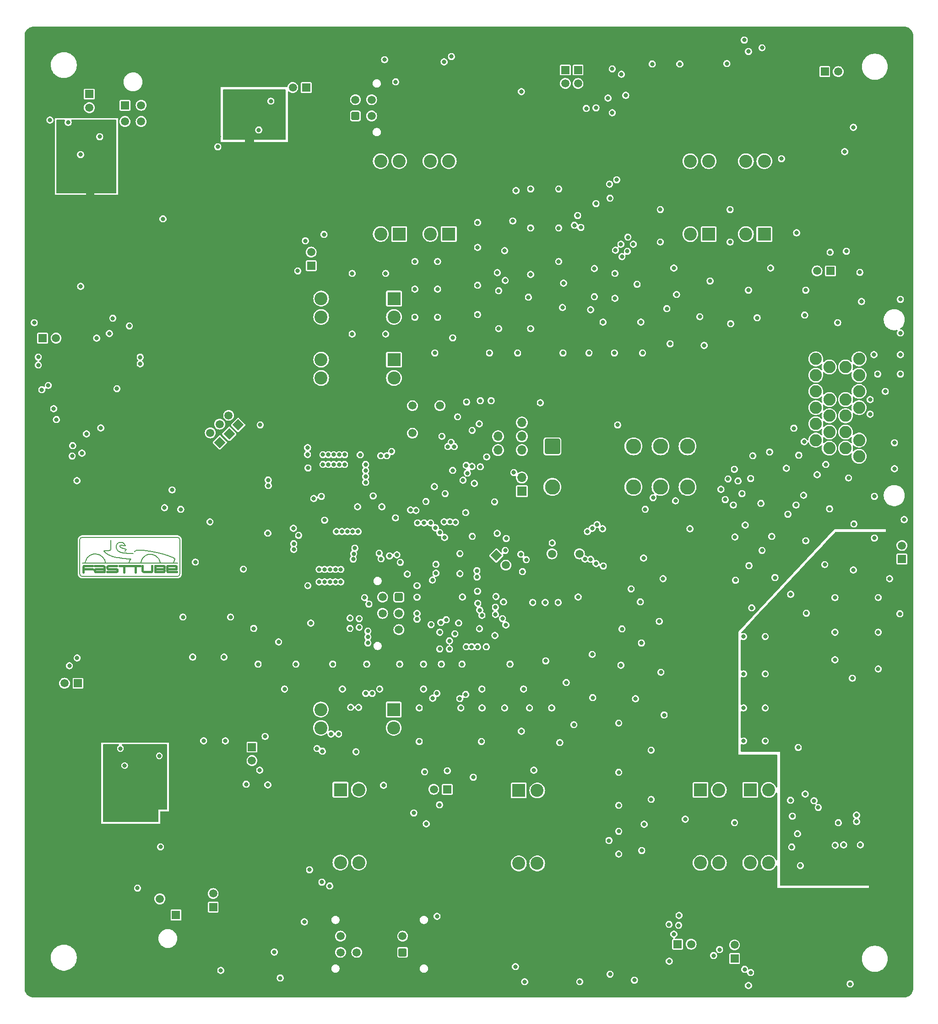
<source format=gbr>
%TF.GenerationSoftware,KiCad,Pcbnew,8.0.5*%
%TF.CreationDate,2025-02-06T19:37:52+01:00*%
%TF.ProjectId,FT25_PDU,46543235-5f50-4445-952e-6b696361645f,V1.2*%
%TF.SameCoordinates,Original*%
%TF.FileFunction,Copper,L2,Inr*%
%TF.FilePolarity,Positive*%
%FSLAX46Y46*%
G04 Gerber Fmt 4.6, Leading zero omitted, Abs format (unit mm)*
G04 Created by KiCad (PCBNEW 8.0.5) date 2025-02-06 19:37:52*
%MOMM*%
%LPD*%
G01*
G04 APERTURE LIST*
G04 Aperture macros list*
%AMRoundRect*
0 Rectangle with rounded corners*
0 $1 Rounding radius*
0 $2 $3 $4 $5 $6 $7 $8 $9 X,Y pos of 4 corners*
0 Add a 4 corners polygon primitive as box body*
4,1,4,$2,$3,$4,$5,$6,$7,$8,$9,$2,$3,0*
0 Add four circle primitives for the rounded corners*
1,1,$1+$1,$2,$3*
1,1,$1+$1,$4,$5*
1,1,$1+$1,$6,$7*
1,1,$1+$1,$8,$9*
0 Add four rect primitives between the rounded corners*
20,1,$1+$1,$2,$3,$4,$5,0*
20,1,$1+$1,$4,$5,$6,$7,0*
20,1,$1+$1,$6,$7,$8,$9,0*
20,1,$1+$1,$8,$9,$2,$3,0*%
%AMRotRect*
0 Rectangle, with rotation*
0 The origin of the aperture is its center*
0 $1 length*
0 $2 width*
0 $3 Rotation angle, in degrees counterclockwise*
0 Add horizontal line*
21,1,$1,$2,0,0,$3*%
G04 Aperture macros list end*
%TA.AperFunction,NonConductor*%
%ADD10C,0.200000*%
%TD*%
%TA.AperFunction,NonConductor*%
%ADD11C,0.400000*%
%TD*%
%TA.AperFunction,ComponentPad*%
%ADD12R,1.500000X1.500000*%
%TD*%
%TA.AperFunction,ComponentPad*%
%ADD13C,1.500000*%
%TD*%
%TA.AperFunction,ComponentPad*%
%ADD14C,5.600000*%
%TD*%
%TA.AperFunction,ComponentPad*%
%ADD15R,2.400000X2.400000*%
%TD*%
%TA.AperFunction,ComponentPad*%
%ADD16C,2.400000*%
%TD*%
%TA.AperFunction,ComponentPad*%
%ADD17RoundRect,0.250001X0.499999X-0.499999X0.499999X0.499999X-0.499999X0.499999X-0.499999X-0.499999X0*%
%TD*%
%TA.AperFunction,ComponentPad*%
%ADD18RotRect,1.500000X1.500000X135.000000*%
%TD*%
%TA.AperFunction,ComponentPad*%
%ADD19R,1.520000X1.520000*%
%TD*%
%TA.AperFunction,ComponentPad*%
%ADD20C,1.520000*%
%TD*%
%TA.AperFunction,ComponentPad*%
%ADD21C,2.250000*%
%TD*%
%TA.AperFunction,ComponentPad*%
%ADD22RotRect,1.500000X1.500000X315.000000*%
%TD*%
%TA.AperFunction,ComponentPad*%
%ADD23R,1.700000X1.700000*%
%TD*%
%TA.AperFunction,ComponentPad*%
%ADD24O,1.700000X1.700000*%
%TD*%
%TA.AperFunction,ComponentPad*%
%ADD25C,2.800000*%
%TD*%
%TA.AperFunction,ComponentPad*%
%ADD26RoundRect,0.250000X-1.150000X-1.150000X1.150000X-1.150000X1.150000X1.150000X-1.150000X1.150000X0*%
%TD*%
%TA.AperFunction,ComponentPad*%
%ADD27RoundRect,0.250001X-0.499999X0.499999X-0.499999X-0.499999X0.499999X-0.499999X0.499999X0.499999X0*%
%TD*%
%TA.AperFunction,ViaPad*%
%ADD28C,0.800000*%
%TD*%
G04 APERTURE END LIST*
D10*
X139930000Y-153200000D02*
X139830000Y-153370000D01*
X127070000Y-151350000D02*
X127290000Y-151550000D01*
X129340000Y-152380000D02*
X129700000Y-152450000D01*
D11*
X136430000Y-153930000D02*
X136430000Y-155060000D01*
D10*
X131970000Y-152670000D02*
X131800000Y-152880000D01*
X141046447Y-149103553D02*
X141050000Y-155400000D01*
X140020000Y-152600000D02*
X140120000Y-152700000D01*
X133890000Y-151040000D02*
X134240000Y-151070000D01*
X129700000Y-152450000D02*
X130110000Y-152510000D01*
D11*
X134130000Y-154860000D02*
X134220000Y-154980000D01*
X125460000Y-154500000D02*
X127050000Y-154500000D01*
D10*
X124220000Y-152140000D02*
X124410000Y-152020000D01*
X129460000Y-149850000D02*
X129350000Y-150020000D01*
D11*
X129370000Y-153930000D02*
X127850000Y-153930000D01*
D10*
X134010000Y-152740000D02*
X134190000Y-152490000D01*
X130970000Y-151590000D02*
X131400000Y-151640000D01*
D11*
X140400000Y-154490000D02*
X138730000Y-154490000D01*
D10*
X130230000Y-151450000D02*
X130620000Y-151540000D01*
D11*
X138790000Y-155000000D02*
X138700000Y-154880000D01*
X138060000Y-154510000D02*
X138160000Y-154350000D01*
D10*
X130630000Y-149760000D02*
X130460000Y-149650000D01*
X133140000Y-151040000D02*
X133310000Y-151030000D01*
D11*
X123250000Y-154490000D02*
X124880000Y-154490000D01*
D10*
X130920000Y-151240000D02*
X131100000Y-150880000D01*
D11*
X134330000Y-155050000D02*
X135670000Y-155050000D01*
D10*
X130520000Y-150710000D02*
X130250000Y-150620000D01*
X127290000Y-151550000D02*
X127460000Y-151680000D01*
X131800000Y-152880000D02*
X131720000Y-153060000D01*
X126100000Y-151880000D02*
X126230000Y-151940000D01*
X127180000Y-153000000D02*
X127220000Y-153150000D01*
X129340000Y-150820000D02*
X129420000Y-151000000D01*
X130020000Y-150120000D02*
X130150000Y-150100000D01*
X129350000Y-150020000D02*
X129270000Y-150220000D01*
X134790000Y-151130000D02*
X135430000Y-151220000D01*
D11*
X125310000Y-153950000D02*
X126820000Y-153950000D01*
D10*
X127560000Y-151130000D02*
X127310000Y-151130000D01*
X130110000Y-152510000D02*
X130520000Y-152560000D01*
X130460000Y-149650000D02*
X130240000Y-149590000D01*
X141046447Y-155396447D02*
G75*
G02*
X140546447Y-155896447I-500047J47D01*
G01*
X124410000Y-152020000D02*
X124610000Y-151920000D01*
D11*
X138190000Y-154690000D02*
X138060000Y-154510000D01*
D10*
X126430000Y-152050000D02*
X126590000Y-152170000D01*
X123520000Y-153430000D02*
X123540000Y-153250000D01*
X136750000Y-152220000D02*
X136920000Y-152390000D01*
D11*
X125310000Y-154590000D02*
X125460000Y-154500000D01*
X135820000Y-155000000D02*
X135910000Y-154880000D01*
D10*
X131690000Y-152660000D02*
X131970000Y-152670000D01*
X129800000Y-149630000D02*
X129620000Y-149710000D01*
X131100000Y-150880000D02*
X130520000Y-150710000D01*
X126950000Y-151240000D02*
X127070000Y-151350000D01*
D11*
X140400000Y-154070000D02*
X140400000Y-154490000D01*
D10*
X131310000Y-152630000D02*
X131690000Y-152660000D01*
X128050000Y-151100000D02*
X127820000Y-151120000D01*
X135690000Y-151820000D02*
X135900000Y-151840000D01*
X135900000Y-151840000D02*
X136100000Y-151890000D01*
X125550000Y-151750000D02*
X125730000Y-151780000D01*
X129420000Y-151000000D02*
X129530000Y-151130000D01*
X138660000Y-151980000D02*
X139350000Y-152230000D01*
D11*
X123440000Y-153950000D02*
X123280000Y-153970000D01*
D10*
X127120000Y-152850000D02*
X127180000Y-153000000D01*
D11*
X140340000Y-154000000D02*
X140400000Y-154070000D01*
X127650000Y-154000000D02*
X127550000Y-154110000D01*
X138110000Y-155000000D02*
X138190000Y-154880000D01*
D10*
X129240000Y-150410000D02*
X129270000Y-150600000D01*
X130520000Y-152560000D02*
X130920000Y-152600000D01*
D11*
X138160000Y-154350000D02*
X138180000Y-154210000D01*
D10*
X132150000Y-151680000D02*
X132420000Y-151680000D01*
X129960000Y-150240000D02*
X130020000Y-150120000D01*
X123880000Y-152500000D02*
X124040000Y-152310000D01*
X126590000Y-152170000D02*
X126770000Y-152340000D01*
X137030000Y-152510000D02*
X137150000Y-152680000D01*
X135440000Y-151820000D02*
X135690000Y-151820000D01*
X129060000Y-152320000D02*
X129340000Y-152380000D01*
X133900000Y-152980000D02*
X134010000Y-152740000D01*
X135220000Y-151860000D02*
X135440000Y-151820000D01*
X133520000Y-151030000D02*
X133890000Y-151040000D01*
X123650000Y-152900000D02*
X123770000Y-152670000D01*
X134930000Y-151940000D02*
X135220000Y-151860000D01*
D11*
X138180000Y-154210000D02*
X138150000Y-154040000D01*
D10*
X127220000Y-153150000D02*
X127280000Y-153410000D01*
X124860000Y-151820000D02*
X125110000Y-151770000D01*
X129710000Y-151250000D02*
X129950000Y-151360000D01*
X130920000Y-152600000D02*
X131310000Y-152630000D01*
X136100000Y-151890000D02*
X136330000Y-151970000D01*
X125110000Y-151770000D02*
X125330000Y-151740000D01*
X134370000Y-152290000D02*
X134620000Y-152110000D01*
D11*
X129310000Y-155050000D02*
X127570000Y-155050000D01*
D10*
X131400000Y-151640000D02*
X131790000Y-151670000D01*
D11*
X127550000Y-154290000D02*
X127660000Y-154460000D01*
D10*
X129620000Y-149710000D02*
X129460000Y-149850000D01*
D11*
X125370000Y-155000000D02*
X125260000Y-154880000D01*
D10*
X128110000Y-152020000D02*
X128450000Y-152150000D01*
D11*
X136430000Y-154495000D02*
X138060000Y-154490000D01*
D10*
X127030000Y-152690000D02*
X127120000Y-152850000D01*
D11*
X129450000Y-154930000D02*
X129310000Y-155050000D01*
D10*
X123590000Y-153060000D02*
X123650000Y-152900000D01*
X130250000Y-150620000D02*
X130110000Y-150550000D01*
X129270000Y-150600000D02*
X129340000Y-150820000D01*
X129270000Y-150220000D02*
X129240000Y-150410000D01*
X137860000Y-151740000D02*
X138660000Y-151980000D01*
X127850000Y-151890000D02*
X128110000Y-152020000D01*
X129530000Y-151130000D02*
X129710000Y-151250000D01*
D11*
X138700000Y-154060000D02*
X138780000Y-153970000D01*
D10*
X123770000Y-152670000D02*
X123880000Y-152500000D01*
X130240000Y-149590000D02*
X130010000Y-149580000D01*
D11*
X130750000Y-153930000D02*
X130750000Y-155120000D01*
D10*
X128220000Y-150850000D02*
X128210000Y-151020000D01*
X126230000Y-151940000D02*
X126430000Y-152050000D01*
D11*
X127060000Y-155050000D02*
X125520000Y-155050000D01*
X137980000Y-155060000D02*
X138110000Y-155000000D01*
D10*
X125330000Y-151740000D02*
X125550000Y-151750000D01*
X135990000Y-151310000D02*
X137120000Y-151560000D01*
X130110000Y-150550000D02*
X130010000Y-150460000D01*
X125730000Y-151780000D02*
X125940000Y-151820000D01*
X123003553Y-155896447D02*
G75*
G02*
X122503553Y-155396447I47J500047D01*
G01*
X126910000Y-152500000D02*
X127030000Y-152690000D01*
X132990000Y-151090000D02*
X133140000Y-151040000D01*
X128450000Y-152150000D02*
X128700000Y-152230000D01*
X135430000Y-151220000D02*
X135990000Y-151310000D01*
X134240000Y-151070000D02*
X134790000Y-151130000D01*
X133310000Y-151030000D02*
X133520000Y-151030000D01*
X132620000Y-151340000D02*
X132820000Y-151180000D01*
X128700000Y-152230000D02*
X129060000Y-152320000D01*
D11*
X125520000Y-155050000D02*
X125370000Y-155000000D01*
D10*
X131720000Y-153060000D02*
X131660000Y-153220000D01*
D11*
X138700000Y-154880000D02*
X138700000Y-154060000D01*
X138780000Y-153970000D02*
X138870000Y-153940000D01*
X138020000Y-153930000D02*
X136430000Y-153930000D01*
D10*
X122980000Y-153430000D02*
X140580000Y-153430000D01*
X133820000Y-153250000D02*
X133900000Y-152980000D01*
X122500000Y-149150000D02*
X122503553Y-155396447D01*
X134190000Y-152490000D02*
X134370000Y-152290000D01*
X130150000Y-150100000D02*
X130770000Y-150200000D01*
X123000000Y-148650000D02*
X140550000Y-148650000D01*
X129970000Y-150360000D02*
X129960000Y-150240000D01*
X128230000Y-149210000D02*
X128220000Y-150850000D01*
X128150000Y-151070000D02*
X128050000Y-151100000D01*
X137240000Y-152870000D02*
X137320000Y-153060000D01*
D11*
X126990000Y-154000000D02*
X127060000Y-154140000D01*
D10*
X123050000Y-155900000D02*
X140550000Y-155900000D01*
X140120000Y-152700000D02*
X140060000Y-152900000D01*
D11*
X127550000Y-154110000D02*
X127550000Y-154290000D01*
X127850000Y-153930000D02*
X127650000Y-154000000D01*
D10*
X137150000Y-152680000D02*
X137240000Y-152870000D01*
X123540000Y-153250000D02*
X123590000Y-153060000D01*
X128210000Y-151020000D02*
X128150000Y-151070000D01*
X130620000Y-151540000D02*
X130970000Y-151590000D01*
D11*
X126820000Y-153950000D02*
X126990000Y-154000000D01*
D10*
X137120000Y-151560000D02*
X137860000Y-151740000D01*
X130770000Y-150200000D02*
X130960000Y-150210000D01*
X136920000Y-152390000D02*
X137030000Y-152510000D01*
X130910000Y-150090000D02*
X130810000Y-149930000D01*
X127310000Y-151130000D02*
X127090000Y-151140000D01*
D11*
X138190000Y-154880000D02*
X138190000Y-154690000D01*
D10*
X132820000Y-151180000D02*
X132990000Y-151090000D01*
D11*
X124860000Y-153940000D02*
X123440000Y-153950000D01*
D10*
X127460000Y-151680000D02*
X127640000Y-151780000D01*
X126770000Y-152340000D02*
X126910000Y-152500000D01*
D11*
X127060000Y-154140000D02*
X127060000Y-155050000D01*
X135910000Y-154880000D02*
X135910000Y-153920000D01*
D10*
X134620000Y-152110000D02*
X134930000Y-151940000D01*
D11*
X140230000Y-153940000D02*
X140340000Y-154000000D01*
D10*
X124610000Y-151920000D02*
X124860000Y-151820000D01*
D11*
X134220000Y-154980000D02*
X134330000Y-155050000D01*
D10*
X130960000Y-150210000D02*
X130910000Y-150090000D01*
D11*
X123170000Y-155160000D02*
X123170000Y-154170000D01*
D10*
X129950000Y-151360000D02*
X130230000Y-151450000D01*
X125940000Y-151820000D02*
X126100000Y-151880000D01*
X133810000Y-153400000D02*
X133820000Y-153250000D01*
D11*
X129470000Y-154750000D02*
X129450000Y-154930000D01*
X127660000Y-154460000D02*
X127770000Y-154490000D01*
D10*
X131790000Y-151670000D02*
X132150000Y-151680000D01*
D11*
X127770000Y-154490000D02*
X129240000Y-154490000D01*
X125260000Y-154880000D02*
X125250000Y-154730000D01*
D10*
X137320000Y-153060000D02*
X137400000Y-153380000D01*
D11*
X129420000Y-154580000D02*
X129470000Y-154750000D01*
X136430000Y-155060000D02*
X137980000Y-155060000D01*
D10*
X127820000Y-151120000D02*
X127560000Y-151130000D01*
D11*
X125250000Y-154730000D02*
X125310000Y-154590000D01*
X129240000Y-154490000D02*
X129420000Y-154580000D01*
D10*
X136550000Y-152090000D02*
X136750000Y-152220000D01*
D11*
X138930000Y-155050000D02*
X138790000Y-155000000D01*
D10*
X122500000Y-149150000D02*
G75*
G02*
X123000000Y-148650000I500000J0D01*
G01*
X124040000Y-152310000D02*
X124220000Y-152140000D01*
X127640000Y-151780000D02*
X127850000Y-151890000D01*
D11*
X138150000Y-154040000D02*
X138020000Y-153930000D01*
D10*
X130810000Y-149930000D02*
X130630000Y-149760000D01*
D11*
X123280000Y-153970000D02*
X123190000Y-154070000D01*
D10*
X126970000Y-151170000D02*
X126950000Y-151240000D01*
X131660000Y-153220000D02*
X131610000Y-153390000D01*
X140060000Y-152900000D02*
X139930000Y-153200000D01*
D11*
X140460000Y-155050000D02*
X138930000Y-155050000D01*
D10*
X130010000Y-150460000D02*
X129970000Y-150360000D01*
X139800000Y-152440000D02*
X140020000Y-152600000D01*
X130010000Y-149580000D02*
X129800000Y-149630000D01*
D11*
X129860000Y-153930000D02*
X133720000Y-153930000D01*
X132840000Y-153940000D02*
X132840000Y-155100000D01*
X138870000Y-153940000D02*
X140230000Y-153940000D01*
X135670000Y-155050000D02*
X135820000Y-155000000D01*
D10*
X139350000Y-152230000D02*
X139800000Y-152440000D01*
D11*
X134130000Y-153930000D02*
X134130000Y-154860000D01*
D10*
X136330000Y-151970000D02*
X136550000Y-152090000D01*
X127090000Y-151140000D02*
X126970000Y-151170000D01*
X140546447Y-148653553D02*
G75*
G02*
X141046447Y-149153553I-47J-500047D01*
G01*
D12*
%TO.N,/MCU/IN1*%
%TO.C,TP2*%
X165320000Y-98460000D03*
D13*
X165320000Y-95960000D03*
%TD*%
D12*
%TO.N,/connectors/P_Out5*%
%TO.C,TP13*%
X147190001Y-216990000D03*
D13*
X147190001Y-214490000D03*
%TD*%
D12*
%TO.N,/connectors/P_Out9*%
%TO.C,TP14*%
X261380000Y-99440000D03*
D13*
X258880000Y-99440000D03*
%TD*%
D14*
%TO.N,GND*%
%TO.C,REF\u002A\u002A*%
X116410000Y-144080000D03*
%TD*%
D15*
%TO.N,+24V*%
%TO.C,H12*%
X180580000Y-180485000D03*
D16*
X180580000Y-183885000D03*
%TO.N,Net-(D39-A2)*%
X167110000Y-180485000D03*
X167110000Y-183885000D03*
%TD*%
D14*
%TO.N,GND*%
%TO.C,REF\u002A\u002A*%
X116410000Y-190080000D03*
%TD*%
D17*
%TO.N,/connectors/P_Out2*%
%TO.C,J5*%
X173505000Y-70795000D03*
D13*
%TO.N,/connectors/P_Out1*%
X173505000Y-67795000D03*
%TO.N,/connectors/P_Out2*%
X176505000Y-70795000D03*
%TO.N,/connectors/P_Out1*%
X176505000Y-67795000D03*
%TD*%
D12*
%TO.N,/MCU/IN6*%
%TO.C,TP12*%
X212339141Y-62292342D03*
D13*
X212339141Y-64792342D03*
%TD*%
%TO.N,EBS supply*%
%TO.C,K2*%
X189130000Y-124340000D03*
%TO.N,/EBSR/EBS power*%
X184050000Y-124340000D03*
%TO.N,GND*%
X191670000Y-129420000D03*
%TO.N,TSMS SDC*%
X184050000Y-129420000D03*
%TD*%
D18*
%TO.N,/MCU/IN12*%
%TO.C,TP17*%
X151820000Y-127900000D03*
D13*
X150052233Y-126132233D03*
%TD*%
D15*
%TO.N,/EBSR/EBS power*%
%TO.C,H15*%
X180629999Y-115825000D03*
D16*
X180629999Y-119225000D03*
%TO.N,Net-(D45-A2)*%
X167159999Y-115825000D03*
X167159999Y-119225000D03*
%TD*%
D12*
%TO.N,/MCU/IN7*%
%TO.C,TP4*%
X260299999Y-62600000D03*
D13*
X262799999Y-62600000D03*
%TD*%
D19*
%TO.N,/connectors/P_Out3*%
%TO.C,J9*%
X130879500Y-68825800D03*
D20*
%TO.N,/connectors/P_Out4*%
X133879500Y-68825800D03*
%TO.N,/connectors/P_Out3*%
X130879500Y-71825800D03*
%TO.N,/connectors/P_Out4*%
X133879500Y-71825800D03*
%TD*%
D15*
%TO.N,+24V*%
%TO.C,H5*%
X246515000Y-195350000D03*
D16*
X249915000Y-195350000D03*
%TO.N,Net-(D11-A2)*%
X246515000Y-208820000D03*
X249915000Y-208820000D03*
%TD*%
D19*
%TO.N,/connectors/P_Out10*%
%TO.C,J11*%
X140324000Y-218474200D03*
D20*
%TO.N,GND*%
X137324000Y-218474200D03*
X140324000Y-215474200D03*
%TO.N,/connectors/P_Out5*%
X137324000Y-215474200D03*
%TD*%
D14*
%TO.N,GND*%
%TO.C,REF\u002A\u002A*%
X159210000Y-144080000D03*
%TD*%
D12*
%TO.N,/MCU/IN8*%
%TO.C,TP5*%
X190500000Y-195230000D03*
D13*
X188000000Y-195230000D03*
%TD*%
D21*
%TO.N,GND*%
%TO.C,J10*%
X258650000Y-133700000D03*
%TO.N,+24V*%
X258650000Y-130700000D03*
%TO.N,/connectors/P_Out11*%
X258650000Y-127700000D03*
%TO.N,24V ASMS*%
X258650000Y-124700000D03*
%TO.N,EBS supply*%
X258650000Y-121700000D03*
%TO.N,TSMS SDC*%
X258650000Y-118700000D03*
%TO.N,+24V*%
X258650000Y-115700000D03*
%TO.N,stdCAN_L*%
X261150000Y-132200000D03*
%TO.N,FDCAN_H*%
X261150000Y-129200000D03*
%TO.N,FDCAN_L*%
X261150000Y-126200000D03*
%TO.N,stdCAN_H*%
X261150000Y-123200000D03*
%TO.N,GND*%
X261150000Y-120200000D03*
%TO.N,AS actuator supply*%
X261150000Y-117200000D03*
%TO.N,/connectors/P_Out7*%
X264150000Y-132200000D03*
%TO.N,unconnected-(J10-Pin_15-Pad15)*%
X264150000Y-129200000D03*
%TO.N,/RBR/SDC bypass*%
X264150000Y-126200000D03*
%TO.N,unconnected-(J10-Pin_17-Pad17)*%
X264150000Y-123200000D03*
%TO.N,GND*%
X264150000Y-120200000D03*
%TO.N,/connectors/P_Out8*%
X264150000Y-117200000D03*
%TO.N,+24V*%
X266650000Y-133700000D03*
%TO.N,/connectors/P_Out6*%
X266650000Y-130700000D03*
%TO.N,GND*%
X266650000Y-127700000D03*
%TO.N,/RBR/SDC bypass*%
X266650000Y-124700000D03*
%TO.N,/RBR/RES*%
X266650000Y-121700000D03*
%TO.N,/connectors/P_Out9*%
X266650000Y-118700000D03*
%TO.N,+24V*%
X266650000Y-115700000D03*
%TD*%
D15*
%TO.N,+24V*%
%TO.C,H14*%
X190775001Y-92620000D03*
D16*
X187375001Y-92620000D03*
%TO.N,Net-(D59-A2)*%
X190775001Y-79150000D03*
X187375001Y-79150000D03*
%TD*%
D22*
%TO.N,+3V3*%
%TO.C,TP11*%
X199560553Y-152033274D03*
D13*
X201328320Y-153801041D03*
%TD*%
D15*
%TO.N,+24V*%
%TO.C,H7*%
X238835000Y-92630000D03*
D16*
X235435000Y-92630000D03*
%TO.N,Net-(D19-A2)*%
X238835000Y-79160000D03*
X235435000Y-79160000D03*
%TD*%
D23*
%TO.N,GND*%
%TO.C,J2*%
X199865000Y-127465000D03*
D24*
%TO.N,/MCU/UART_RX*%
X199865000Y-130005000D03*
%TO.N,/MCU/UART_TX*%
X199865000Y-132545000D03*
%TD*%
D14*
%TO.N,GND*%
%TO.C,REF\u002A\u002A*%
X116410000Y-98080000D03*
%TD*%
D12*
%TO.N,/MCU/IN3*%
%TO.C,TP6*%
X154370000Y-187430000D03*
D13*
X154370000Y-189930000D03*
%TD*%
D15*
%TO.N,+24V*%
%TO.C,H6*%
X181585000Y-92620000D03*
D16*
X178185000Y-92620000D03*
%TO.N,Net-(D15-A2)*%
X181585000Y-79150000D03*
X178185000Y-79150000D03*
%TD*%
D13*
%TO.N,Net-(D56-K)*%
%TO.C,U11*%
X214940000Y-151720000D03*
%TO.N,GND*%
X212400000Y-151720000D03*
%TO.N,+3V3*%
X209860000Y-151720000D03*
%TD*%
D12*
%TO.N,/MCU/IN2*%
%TO.C,TP7*%
X115640000Y-111860000D03*
D13*
X118140000Y-111860000D03*
%TD*%
D17*
%TO.N,/connectors/P_Out10*%
%TO.C,J3*%
X182234201Y-225361500D03*
D13*
X182234201Y-222361500D03*
%TO.N,GND*%
X185234201Y-225361500D03*
X185234201Y-222361500D03*
%TD*%
D12*
%TO.N,/connectors/P_Out3*%
%TO.C,TP19*%
X124290000Y-66770000D03*
D13*
X124290000Y-69270000D03*
%TD*%
D25*
%TO.N,24V ASMS*%
%TO.C,K1*%
X229929411Y-131855000D03*
%TO.N,unconnected-(K1-Pad12)*%
X224929411Y-131855000D03*
%TO.N,AS actuator supply*%
X234929411Y-131855000D03*
%TO.N,/RBR/RES*%
X229929411Y-139355000D03*
%TO.N,/RBR/SDC bypass*%
X224929411Y-139355000D03*
%TO.N,unconnected-(K1-Pad24)*%
X234929411Y-139355000D03*
D26*
%TO.N,Net-(K1-PadA1)*%
X209929411Y-131855000D03*
D25*
%TO.N,24V ASMS*%
X209929411Y-139355000D03*
%TD*%
D15*
%TO.N,+24V*%
%TO.C,H11*%
X180630000Y-104545000D03*
D16*
X180630000Y-107945000D03*
%TO.N,Net-(D35-A2)*%
X167160000Y-104545000D03*
X167160000Y-107945000D03*
%TD*%
D12*
%TO.N,/MCU/IN10*%
%TO.C,TP3*%
X214665218Y-62297470D03*
D13*
X214665218Y-64797470D03*
%TD*%
D14*
%TO.N,GND*%
%TO.C,REF\u002A\u002A*%
X159210000Y-98080000D03*
%TD*%
D15*
%TO.N,AS actuator supply*%
%TO.C,H13*%
X237325000Y-195350000D03*
D16*
X240725000Y-195350000D03*
%TO.N,Net-(D51-A2)*%
X237325000Y-208820000D03*
X240725000Y-208820000D03*
%TD*%
D12*
%TO.N,/MCU/IN5*%
%TO.C,TP10*%
X233090000Y-223860000D03*
D13*
X235590000Y-223860000D03*
%TD*%
D18*
%TO.N,/MCU/IN13*%
%TO.C,TP16*%
X148426274Y-131129361D03*
D13*
X146658507Y-129361594D03*
%TD*%
D27*
%TO.N,stdCAN_L*%
%TO.C,J7*%
X181535000Y-159725000D03*
D13*
%TO.N,FDCAN_L*%
X181535000Y-162725000D03*
%TO.N,/connectors/P_Out11*%
X181535000Y-165725000D03*
%TO.N,stdCAN_H*%
X178535000Y-159725000D03*
%TO.N,FDCAN_H*%
X178535000Y-162725000D03*
%TO.N,GND*%
X178535000Y-165725000D03*
%TD*%
D14*
%TO.N,GND*%
%TO.C,REF\u002A\u002A*%
X159210000Y-190080000D03*
%TD*%
D18*
%TO.N,/MCU/IN11*%
%TO.C,TP15*%
X150167696Y-129529361D03*
D13*
X148399929Y-127761594D03*
%TD*%
D12*
%TO.N,/connectors/P_Out6*%
%TO.C,TP9*%
X274570000Y-152680000D03*
D13*
X274570000Y-150180000D03*
%TD*%
D15*
%TO.N,+24V*%
%TO.C,H9*%
X203725000Y-195450000D03*
D16*
X207125000Y-195450000D03*
%TO.N,Net-(D27-A2)*%
X203725000Y-208920000D03*
X207125000Y-208920000D03*
%TD*%
D15*
%TO.N,+24V*%
%TO.C,H10*%
X170725000Y-195300000D03*
D16*
X174125000Y-195300000D03*
%TO.N,Net-(D31-A2)*%
X170725000Y-208770000D03*
X174125000Y-208770000D03*
%TD*%
D27*
%TO.N,GND*%
%TO.C,J1*%
X173750000Y-222364200D03*
D13*
%TO.N,/connectors/P_Out13*%
X173750000Y-225364200D03*
%TO.N,/connectors/P_Out14*%
X170750000Y-222364200D03*
%TO.N,/connectors/P_Out12*%
X170750000Y-225364200D03*
%TD*%
D23*
%TO.N,+3V3*%
%TO.C,J4*%
X204285000Y-140165000D03*
D24*
%TO.N,/MCU/SWCLK*%
X204285000Y-137625000D03*
%TO.N,GND*%
X204285000Y-135085000D03*
%TO.N,/MCU/SWDIO*%
X204285000Y-132545000D03*
%TO.N,/MCU/NRST*%
X204285000Y-130005000D03*
%TO.N,/MCU/SWO*%
X204285000Y-127465000D03*
%TD*%
D12*
%TO.N,/MCU/IN9*%
%TO.C,TP8*%
X122200000Y-175640000D03*
D13*
X119700000Y-175640000D03*
%TD*%
D12*
%TO.N,/MCU/IN4*%
%TO.C,TP1*%
X243620000Y-226500000D03*
D13*
X243620000Y-224000000D03*
%TD*%
D12*
%TO.N,/connectors/P_Out1*%
%TO.C,TP18*%
X164420000Y-65550000D03*
D13*
X161920000Y-65550000D03*
%TD*%
D15*
%TO.N,+24V*%
%TO.C,H8*%
X249125000Y-92630000D03*
D16*
X245725000Y-92630000D03*
%TO.N,Net-(D23-A2)*%
X249125000Y-79160000D03*
X245725000Y-79160000D03*
%TD*%
D28*
%TO.N,+3V3*%
X211000000Y-160700000D03*
X208600000Y-160700000D03*
X206300000Y-160700000D03*
X199500000Y-159600000D03*
X200900000Y-160600000D03*
X192600000Y-164500000D03*
X191900000Y-166500000D03*
X190900000Y-167800000D03*
X189300000Y-164400000D03*
X187500000Y-164800000D03*
X189100000Y-166200000D03*
X193400000Y-138100000D03*
%TO.N,/MCU/PC_EN*%
X190100000Y-140600000D03*
%TO.N,GND*%
X188797500Y-137702500D03*
X188499994Y-133200000D03*
%TO.N,/MCU/DSEL1*%
X183700000Y-143600000D03*
%TO.N,GND*%
X156200000Y-56750000D03*
X140700000Y-76700000D03*
X272700000Y-55500000D03*
X113500000Y-164900000D03*
X126300000Y-57200000D03*
X157550000Y-56750000D03*
X197100000Y-233200000D03*
X128300000Y-54800000D03*
X162700000Y-56750000D03*
X202070000Y-141100000D03*
X265900000Y-82700000D03*
X148500000Y-233200000D03*
X142000000Y-189000000D03*
X113500000Y-162200000D03*
X130070000Y-106520000D03*
X239000000Y-54800000D03*
X232150001Y-60800000D03*
X126595000Y-114185000D03*
X113500000Y-116300000D03*
X133298000Y-139970000D03*
X229300000Y-153800000D03*
X113500000Y-194600000D03*
X148200000Y-74600000D03*
X114700000Y-63800000D03*
X164700000Y-55500000D03*
X256500000Y-233200000D03*
X146500000Y-158700000D03*
X275100000Y-165500000D03*
X198930009Y-83630009D03*
X198981636Y-58948364D03*
X217400000Y-54800000D03*
X270150000Y-90373218D03*
X120300000Y-100000000D03*
X268450000Y-83226782D03*
X235100000Y-128600000D03*
X153900000Y-233200000D03*
X228200000Y-232500000D03*
X158600000Y-221350000D03*
X171500000Y-54800000D03*
X251100000Y-233200000D03*
X261900000Y-55500000D03*
X174200000Y-54800000D03*
X152590000Y-83790000D03*
X226800000Y-233200000D03*
X113400000Y-59800000D03*
X218798012Y-88898004D03*
X154200000Y-74100000D03*
X113500000Y-135200000D03*
X199800000Y-233200000D03*
X147200000Y-232500000D03*
X170100000Y-233200000D03*
X162340000Y-227320000D03*
X113500000Y-127100000D03*
X266000000Y-54800000D03*
X230900000Y-232500000D03*
X121500000Y-55500000D03*
X252800000Y-166800000D03*
X112800000Y-112200001D03*
X167400000Y-55500000D03*
X112800000Y-171599999D03*
X269299999Y-90900000D03*
X112800000Y-177000000D03*
X218700000Y-55500000D03*
X135000000Y-55500000D03*
X266000000Y-232500000D03*
X114800000Y-232500000D03*
X275100000Y-176700000D03*
X159350000Y-220500000D03*
X112800000Y-128399999D03*
X121020000Y-187060000D03*
X113500000Y-216200000D03*
X251500000Y-169400000D03*
X194400000Y-55500000D03*
X217427008Y-226775000D03*
X179600000Y-54800000D03*
X112800000Y-212100000D03*
X112800000Y-187800000D03*
X128580000Y-194790000D03*
X212000000Y-232500000D03*
X244450000Y-220530000D03*
X125020000Y-190060000D03*
X274100000Y-232500000D03*
X260600000Y-232500000D03*
X257900000Y-232500000D03*
X135000000Y-233200000D03*
X124500000Y-81800000D03*
X271850000Y-83226782D03*
X162950000Y-188250000D03*
X151402000Y-229980000D03*
X252800000Y-173300000D03*
X156600000Y-233200000D03*
X113500000Y-202700000D03*
X183500000Y-206170000D03*
X207900000Y-55500000D03*
X228200000Y-54800000D03*
X113400000Y-62500000D03*
X126300000Y-62500000D03*
X137690000Y-114580000D03*
X191700000Y-55500000D03*
X117500000Y-232500000D03*
X125020000Y-193060000D03*
X234900000Y-233200000D03*
X176900000Y-54800000D03*
X272700000Y-82700000D03*
X198500000Y-232500000D03*
X172800000Y-233200000D03*
X186625001Y-67910000D03*
X271800000Y-176700000D03*
X196400000Y-138000000D03*
X267600000Y-90900000D03*
X163400000Y-232500000D03*
X273550000Y-90373218D03*
X255200000Y-54800000D03*
X192450000Y-70165001D03*
X183520000Y-201650000D03*
X126900000Y-55500000D03*
X112800000Y-131100000D03*
X125600000Y-232500000D03*
X120300000Y-98700000D03*
X125000000Y-58500000D03*
X120200000Y-232500000D03*
X275100000Y-169400000D03*
X187700000Y-232500000D03*
X120300000Y-97300000D03*
X251500000Y-164200000D03*
X205200000Y-55500000D03*
X134400001Y-101079999D03*
X218700000Y-233200000D03*
X272699999Y-90900000D03*
X119820000Y-82610000D03*
X143100000Y-233200000D03*
X112800000Y-182400000D03*
X242440000Y-57040000D03*
X275100000Y-170700000D03*
X272900000Y-176700000D03*
X209300000Y-232500000D03*
X209300000Y-54800000D03*
X217270000Y-75120000D03*
X274400000Y-85600000D03*
X274926782Y-89850000D03*
X194000000Y-130100000D03*
X270700000Y-176700000D03*
X112800000Y-117600000D03*
X112800000Y-193200000D03*
X120200000Y-54800000D03*
X185600000Y-132000000D03*
X121020000Y-190060000D03*
X230900000Y-54800000D03*
X244400000Y-54800000D03*
X275100000Y-166800000D03*
X156030000Y-150040000D03*
X203900000Y-54800000D03*
X113500000Y-102800000D03*
X164700000Y-233200000D03*
X164650000Y-59200000D03*
X229540000Y-68670000D03*
X177200000Y-137760000D03*
X123900000Y-134000000D03*
X180473008Y-59923008D03*
X113500000Y-173000000D03*
X140700000Y-71700000D03*
X117000000Y-85900000D03*
X163950000Y-56750000D03*
X168800000Y-54800000D03*
X156600000Y-55500000D03*
X236300000Y-232500000D03*
X113400000Y-58500000D03*
X112800000Y-231000000D03*
X125000000Y-62500000D03*
X185171992Y-155668008D03*
X229600000Y-145900000D03*
X167870000Y-80280000D03*
X253800000Y-233200000D03*
X113500000Y-221600000D03*
X239000000Y-232500000D03*
X116950000Y-127809998D03*
X131000000Y-232500000D03*
X113500000Y-175700000D03*
X142000000Y-192000000D03*
X133700000Y-232500000D03*
X252800000Y-164200000D03*
X151800000Y-140000000D03*
X130400000Y-81200000D03*
X113500000Y-121700000D03*
X116100000Y-233200000D03*
X140700000Y-72700000D03*
X212000000Y-54800000D03*
X274400000Y-83899999D03*
X121600000Y-96000000D03*
X167400000Y-233200000D03*
X112800000Y-158100000D03*
X183600000Y-55500000D03*
X126300000Y-58500000D03*
X240270000Y-63100000D03*
X234852089Y-199006073D03*
X148500000Y-55500000D03*
X142000000Y-195000000D03*
X237600000Y-55500000D03*
X113500000Y-218900000D03*
X271400000Y-54800000D03*
X140700000Y-78700000D03*
X135710000Y-129090000D03*
X229500000Y-55500000D03*
X178200000Y-55500000D03*
X113500000Y-156800000D03*
X241590000Y-216010000D03*
X191700000Y-233200000D03*
X247100000Y-54800000D03*
X251500000Y-172000000D03*
X113500000Y-229700000D03*
X202500000Y-233200000D03*
X189000000Y-233200000D03*
X196900000Y-147200000D03*
X113500000Y-200000000D03*
X149900000Y-232500000D03*
X139100000Y-232500000D03*
X112800000Y-125700000D03*
X140700000Y-75700000D03*
X122900000Y-232500000D03*
X112800000Y-168900000D03*
X112800000Y-150000000D03*
X113500000Y-205400000D03*
X272700000Y-233200000D03*
X178200000Y-233200000D03*
X113500000Y-186500000D03*
X191600000Y-114800000D03*
X260240000Y-200890000D03*
X121600000Y-98700000D03*
X125000000Y-63800000D03*
X166100000Y-54800000D03*
X130010000Y-177380000D03*
X251500000Y-173300000D03*
X216000000Y-55500000D03*
X240800000Y-227800000D03*
X232238147Y-227775000D03*
X267300000Y-233200000D03*
X266750000Y-90373218D03*
X128300000Y-232500000D03*
X137700000Y-233200000D03*
X112800000Y-139200000D03*
X147700000Y-132700000D03*
X170100000Y-55500000D03*
X158900000Y-56750000D03*
X124200000Y-233200000D03*
X130209425Y-128709479D03*
X126500000Y-130900000D03*
X123020000Y-187060000D03*
X271800000Y-175700000D03*
X112800000Y-174300000D03*
X193100000Y-232500000D03*
X179900000Y-210800000D03*
X257800000Y-208564999D03*
X154200000Y-72700000D03*
X175500000Y-233200000D03*
X114700000Y-62500000D03*
X264600000Y-233200000D03*
X113500000Y-140600000D03*
X220100000Y-54800000D03*
X113500000Y-227000000D03*
X204430000Y-149675000D03*
X140000000Y-189000000D03*
X263300000Y-232500000D03*
X181400000Y-135721507D03*
X113500000Y-154100000D03*
X140700000Y-74700000D03*
X139100000Y-54800000D03*
X274400000Y-90900000D03*
X141800000Y-232500000D03*
X251500000Y-166800000D03*
X201379994Y-139000000D03*
X168750000Y-90690000D03*
X158000000Y-232500000D03*
X182700000Y-64300000D03*
X164010000Y-195260000D03*
X123800000Y-141300000D03*
X192025000Y-133155564D03*
X151200000Y-55500000D03*
X113500000Y-137900000D03*
X153255000Y-143865000D03*
X267082501Y-69210000D03*
X121600000Y-100000000D03*
X124500000Y-83300000D03*
X244400000Y-232500000D03*
X143100000Y-55500000D03*
X154425000Y-143860000D03*
X155300000Y-54800000D03*
X186300000Y-55500000D03*
X140000000Y-192000000D03*
X112800000Y-104100000D03*
X140700000Y-77700000D03*
X244490000Y-216660000D03*
X113500000Y-197300000D03*
X259200000Y-55500000D03*
X158990000Y-154700000D03*
X112800000Y-136499999D03*
X112800000Y-133800000D03*
X112800000Y-206699999D03*
X221400000Y-233200000D03*
X274000000Y-175700000D03*
X267300000Y-55500000D03*
X274400000Y-89000000D03*
X267600000Y-82700000D03*
X140700000Y-80700000D03*
X268700000Y-54800000D03*
X125096643Y-176415000D03*
X113500000Y-132500000D03*
X144500000Y-54800000D03*
X158000000Y-54800000D03*
X112800000Y-109500000D03*
X217400000Y-232500000D03*
X251500000Y-170700000D03*
X131540000Y-163930000D03*
X184700000Y-137700000D03*
X275100000Y-173300000D03*
X268450000Y-90373218D03*
X221400000Y-55500000D03*
X112800000Y-204000000D03*
X198500000Y-54800000D03*
X124740000Y-108780000D03*
X112800000Y-141900000D03*
X131540000Y-160600000D03*
X275100000Y-172000000D03*
X245700000Y-233200000D03*
X112800000Y-225600001D03*
X176900000Y-232500000D03*
X148960000Y-193750000D03*
X135350000Y-194860000D03*
X274100000Y-54800000D03*
X163400000Y-54800000D03*
X252800000Y-172000000D03*
X214590000Y-126320000D03*
X146800000Y-197100000D03*
X275100000Y-164200000D03*
X195170000Y-196200000D03*
X252800000Y-169400000D03*
X160700000Y-54800000D03*
X121020000Y-193060000D03*
X252050000Y-86400000D03*
X180900000Y-233200000D03*
X233600000Y-232500000D03*
X205200000Y-233200000D03*
X126300000Y-61100000D03*
X113500000Y-167600000D03*
X112800000Y-185100000D03*
X212000000Y-168600000D03*
X275100000Y-174600000D03*
X195800000Y-232500000D03*
X113500000Y-159500000D03*
X160220000Y-219510000D03*
X270150000Y-83226782D03*
X113500000Y-224300000D03*
X112800000Y-120300001D03*
X179087574Y-149787575D03*
X231775000Y-217920000D03*
X206840000Y-230230000D03*
X212900000Y-155475000D03*
X236300000Y-54800000D03*
X214700000Y-232500000D03*
X112800000Y-155400001D03*
X203900000Y-232500000D03*
X112800000Y-166200000D03*
X265899999Y-90900000D03*
X271400000Y-232500000D03*
X112800000Y-123000000D03*
X215500000Y-128000000D03*
X243000000Y-55500000D03*
X113500000Y-181100000D03*
X242075015Y-222124985D03*
X140700000Y-83700000D03*
X121500000Y-233200000D03*
X174200000Y-232500000D03*
X269300000Y-82700000D03*
X199800000Y-55500000D03*
X232200000Y-55500000D03*
X201200000Y-54800000D03*
X126900000Y-233200000D03*
X172800000Y-55500000D03*
X116950000Y-135830000D03*
X131000000Y-54800000D03*
X185000000Y-232500000D03*
X132300000Y-55500000D03*
X171500000Y-232500000D03*
X113500000Y-110900000D03*
X254600000Y-198200000D03*
X225500000Y-54800000D03*
X197100000Y-55500000D03*
X140700000Y-73700000D03*
X275100000Y-168100000D03*
X247207740Y-59194900D03*
X210600000Y-233200000D03*
X249800000Y-232500000D03*
X274000000Y-176700000D03*
X248400000Y-233200000D03*
X113500000Y-170300000D03*
X167600000Y-124500000D03*
X129600000Y-55500000D03*
X123020000Y-190060000D03*
X144500000Y-232500000D03*
X241700000Y-232500000D03*
X214700000Y-54800000D03*
X112800000Y-228300000D03*
X193100000Y-54800000D03*
X251500000Y-165500000D03*
X112800000Y-147300000D03*
X194400004Y-57000000D03*
X258864644Y-208564999D03*
X255200000Y-232500000D03*
X185000000Y-54800000D03*
X252800000Y-168100000D03*
X263300000Y-216500000D03*
X140400000Y-233200000D03*
X178245000Y-136795000D03*
X241700000Y-54800000D03*
X224200000Y-127600000D03*
X121600000Y-97300000D03*
X113500000Y-113600000D03*
X149900000Y-54800000D03*
X224100000Y-233200000D03*
X240300000Y-233200000D03*
X113500000Y-148700000D03*
X201200000Y-232500000D03*
X148400000Y-99900000D03*
X249000000Y-75400000D03*
X213300000Y-233200000D03*
X190400000Y-232500000D03*
X140400000Y-55500000D03*
X125020000Y-187060000D03*
X144000000Y-195000000D03*
X271850000Y-90373218D03*
X125000000Y-59800000D03*
X175500000Y-55500000D03*
X202500000Y-55500000D03*
X144240000Y-96300000D03*
X240300000Y-55500000D03*
X113500000Y-124400000D03*
X251100000Y-55500000D03*
X113500000Y-208100000D03*
X268700000Y-232500000D03*
X125600000Y-54800000D03*
X116100000Y-55500000D03*
X182550000Y-134690000D03*
X226800000Y-55500000D03*
X243400000Y-65100000D03*
X125000000Y-57200000D03*
X274926782Y-88150000D03*
X112800000Y-222900000D03*
X114700000Y-58500000D03*
X252500000Y-232500000D03*
X270000000Y-55500000D03*
X113500000Y-183800000D03*
X213300000Y-55500000D03*
X220100000Y-232500000D03*
X235970000Y-69880000D03*
X124200000Y-55500000D03*
X270000000Y-233200000D03*
X199550000Y-202990000D03*
X129600000Y-233200000D03*
X247100000Y-232500000D03*
X129100000Y-224500000D03*
X224100000Y-55500000D03*
X145248008Y-149151992D03*
X253800000Y-55500000D03*
X144000000Y-189000000D03*
X252800000Y-174600000D03*
X140700000Y-81700000D03*
X160200000Y-56750000D03*
X256500000Y-55500000D03*
X113500000Y-213500000D03*
X144000000Y-192000000D03*
X217140000Y-70970000D03*
X155300000Y-232500000D03*
X261900000Y-233200000D03*
X120300000Y-96000000D03*
X112800000Y-114900000D03*
X114700000Y-57200000D03*
X129286643Y-176385057D03*
X117500000Y-54800000D03*
X233600000Y-54800000D03*
X137700000Y-55500000D03*
X222800000Y-232500000D03*
X147200000Y-54800000D03*
X271000000Y-82700000D03*
X142900000Y-143900000D03*
X222800000Y-54800000D03*
X251500000Y-174600000D03*
X274926782Y-86450000D03*
X260700000Y-66800000D03*
X226460000Y-207680000D03*
X133700000Y-54800000D03*
X248400000Y-55500000D03*
X210600000Y-55500000D03*
X252800000Y-165500000D03*
X234900000Y-55500000D03*
X112800000Y-220200000D03*
X122900000Y-54800000D03*
X123020000Y-193060000D03*
X273550000Y-83226782D03*
X112800000Y-152700000D03*
X140700000Y-79700000D03*
X113400000Y-63800000D03*
X168800000Y-232500000D03*
X211890000Y-68700000D03*
X113500000Y-178400000D03*
X185500000Y-141700000D03*
X271000000Y-90900000D03*
X232200000Y-233200000D03*
X272900000Y-175700000D03*
X195800000Y-54800000D03*
X182300000Y-232500000D03*
X112800000Y-214799999D03*
X166975000Y-198520000D03*
X274926782Y-84750000D03*
X161500000Y-56750000D03*
X112800000Y-106800000D03*
X136400000Y-232500000D03*
X259200000Y-233200000D03*
X136400000Y-54800000D03*
X243000000Y-233200000D03*
X207900000Y-233200000D03*
X237600000Y-233200000D03*
X275100000Y-175700000D03*
X221190000Y-149810000D03*
X157895000Y-66595000D03*
X222170599Y-154075000D03*
X219100000Y-195200000D03*
X260600000Y-54800000D03*
X118800000Y-233200000D03*
X216000000Y-233200000D03*
X266750000Y-83226782D03*
X151600000Y-68300000D03*
X132300000Y-233200000D03*
X113500000Y-151400000D03*
X189000000Y-55500000D03*
X126210000Y-73180000D03*
X251500000Y-168100000D03*
X113400000Y-61100000D03*
X132600000Y-198700000D03*
X206600000Y-54800000D03*
X137410000Y-194860000D03*
X126300000Y-59800000D03*
X190400000Y-54800000D03*
X180900000Y-55500000D03*
X263300000Y-54800000D03*
X140000000Y-195000000D03*
X125000000Y-61100000D03*
X274400000Y-87299999D03*
X252800000Y-170700000D03*
X113500000Y-119000000D03*
X112800000Y-195900000D03*
X161120000Y-218550000D03*
X229500000Y-233200000D03*
X126300000Y-63800000D03*
X112800000Y-163500001D03*
X225500000Y-232500000D03*
X145800000Y-233200000D03*
X152600000Y-232500000D03*
X179600000Y-232500000D03*
X197600000Y-132070000D03*
X112800000Y-198600001D03*
X162000000Y-233200000D03*
X166100000Y-232500000D03*
X229706522Y-226989502D03*
X162000000Y-55500000D03*
X112800000Y-160800000D03*
X257900000Y-54800000D03*
X133430000Y-199400000D03*
X152600000Y-54800000D03*
X247030000Y-62725000D03*
X193560000Y-220630000D03*
X159300000Y-233200000D03*
X114700000Y-59800000D03*
X152615045Y-153286262D03*
X249800000Y-54800000D03*
X159300000Y-55500000D03*
X112800000Y-179699999D03*
X201240000Y-70840000D03*
X145800000Y-55500000D03*
X164650000Y-57900000D03*
X114700000Y-61100000D03*
X182300000Y-54800000D03*
X186300000Y-233200000D03*
X113500000Y-210800000D03*
X252050000Y-87800000D03*
X121096643Y-164655057D03*
X114800000Y-54800000D03*
X141750000Y-91230000D03*
X206600000Y-232500000D03*
X199570000Y-199410000D03*
X183600000Y-233200000D03*
X112800000Y-209400000D03*
X160700000Y-232500000D03*
X270700000Y-175700000D03*
X112800000Y-217500000D03*
X153900000Y-55500000D03*
X136350000Y-194860000D03*
X194400000Y-233200000D03*
X274400000Y-82700000D03*
X252500000Y-54800000D03*
X223800000Y-217600000D03*
X113500000Y-129800000D03*
X118800000Y-55500000D03*
X264600000Y-55500000D03*
X140470000Y-130070000D03*
X125100000Y-140000000D03*
X131520000Y-162470000D03*
X187700000Y-54800000D03*
X151200000Y-233200000D03*
X245700000Y-55500000D03*
X139330000Y-90060000D03*
X112800000Y-201300000D03*
X200540000Y-146910000D03*
X154900000Y-56750000D03*
X113400000Y-57200000D03*
X141800000Y-54800000D03*
X151800000Y-199000000D03*
X128310000Y-75640000D03*
%TO.N,+3V3*%
X157865000Y-68065000D03*
X233500000Y-61200000D03*
X171500000Y-135200000D03*
X175400000Y-137400000D03*
X169500000Y-133400000D03*
X207700000Y-123800000D03*
X195100000Y-128900000D03*
X165250000Y-164525000D03*
X164699992Y-157600000D03*
X190600000Y-131900000D03*
X204100000Y-151800000D03*
X196100000Y-168900012D03*
X199750000Y-99750000D03*
X175800000Y-168200000D03*
X166800000Y-156900000D03*
X201200000Y-151100000D03*
X204200000Y-66300000D03*
X191200000Y-131100000D03*
X155805000Y-191700000D03*
X128640000Y-108180000D03*
X167800000Y-154600000D03*
X186200000Y-146000000D03*
X187400000Y-146000000D03*
X232400000Y-222000000D03*
X191800000Y-131900000D03*
X196400000Y-127700000D03*
X167500000Y-135200000D03*
X201199997Y-101199997D03*
X220225000Y-67500000D03*
X175800000Y-167100000D03*
X197700000Y-168900000D03*
X133700000Y-115375000D03*
X122026642Y-170965056D03*
X169500000Y-135200000D03*
X168800000Y-156900000D03*
X175400000Y-136300000D03*
X188300000Y-146900000D03*
X171500000Y-133400000D03*
X174000000Y-147600000D03*
X170000000Y-147600000D03*
X175800000Y-166000000D03*
X190000000Y-148700000D03*
X246200000Y-58900000D03*
X164640000Y-133350000D03*
X126210000Y-74640000D03*
X168500000Y-135200000D03*
X185000000Y-146000000D03*
X194000000Y-168900000D03*
X169800000Y-154600000D03*
X170500000Y-133400000D03*
X225100008Y-230500000D03*
X187739097Y-156575000D03*
X169800000Y-156900000D03*
X165025000Y-210100000D03*
X164730000Y-135850000D03*
X171000000Y-147600000D03*
X245500000Y-228500000D03*
X145438624Y-186269996D03*
X188400000Y-153650000D03*
X166800000Y-154600000D03*
X168500000Y-133400000D03*
X189100000Y-147800000D03*
X170800000Y-156900000D03*
X175400000Y-138500000D03*
X223500000Y-67000000D03*
X130035000Y-187700000D03*
X191500000Y-136300000D03*
X164660000Y-132100000D03*
X248700000Y-58200000D03*
X170500000Y-135200000D03*
X204400000Y-155000000D03*
X167500000Y-133400000D03*
X170800000Y-154600000D03*
X175400000Y-135200000D03*
X195000000Y-168900000D03*
X172000000Y-147600000D03*
X164250000Y-93870000D03*
X189060000Y-198100000D03*
X149450000Y-186282143D03*
X194062314Y-123660425D03*
X167800000Y-156900000D03*
X193900000Y-144100000D03*
X188399998Y-155300000D03*
X205100000Y-152800000D03*
X202800000Y-136700000D03*
X173000000Y-147600000D03*
X168800000Y-154600000D03*
%TO.N,stdCAN_H*%
X196133795Y-160866207D03*
X216989289Y-152725000D03*
X232700000Y-141925000D03*
X217300000Y-147000000D03*
X199400000Y-162900000D03*
X247000008Y-133600000D03*
X184900000Y-157600000D03*
%TO.N,/MCU/Vref*%
X157300000Y-147900000D03*
X152780000Y-154550000D03*
%TO.N,stdCAN_L*%
X193300000Y-159700000D03*
X243600000Y-136100000D03*
X215942925Y-152674563D03*
X216400000Y-147600000D03*
X228550378Y-141349621D03*
X199400000Y-161600000D03*
X184900000Y-159725000D03*
%TO.N,/MCU/NRST*%
X195050000Y-135577024D03*
X188100000Y-139300000D03*
X196600000Y-135633794D03*
X193990000Y-135364382D03*
%TO.N,/powerstages/IS4*%
X246600000Y-229100000D03*
X204800000Y-230800000D03*
%TO.N,/connectors/P_Out1*%
X162830000Y-99440000D03*
%TO.N,/powerstages/IS1*%
X178900000Y-60400000D03*
X167700000Y-92700000D03*
%TO.N,/powerstages/IS10*%
X221000000Y-70200000D03*
X221000000Y-62100000D03*
%TO.N,/connectors/P_Out8*%
X237200000Y-107900000D03*
X191260000Y-59820000D03*
X232900000Y-103800000D03*
X231100000Y-106400000D03*
X202600000Y-90200000D03*
X205900000Y-100100000D03*
X211100000Y-97700000D03*
X217700000Y-104200000D03*
X205900000Y-84300000D03*
X242900000Y-109200000D03*
X221500000Y-104500000D03*
X211100000Y-91500000D03*
X203200000Y-84600000D03*
X217700000Y-99000000D03*
X205900000Y-91500000D03*
X211100000Y-84300000D03*
X247800000Y-108100000D03*
X225600000Y-101900000D03*
X221500000Y-99900000D03*
X201100000Y-95700000D03*
X212000000Y-101700000D03*
%TO.N,/powerstages/IS8*%
X186600000Y-201600000D03*
X159600000Y-230100000D03*
%TO.N,/powerstages/IS3*%
X148600000Y-228700000D03*
X153301992Y-194298008D03*
%TO.N,/powerstages/IS2*%
X155900000Y-127900000D03*
X131700000Y-109600000D03*
%TO.N,/connectors/P_Out9*%
X267100000Y-105100000D03*
X274300000Y-104700000D03*
X274300000Y-110900000D03*
X266800000Y-99700000D03*
X261300000Y-96000000D03*
X269400000Y-114900000D03*
X270100000Y-118500000D03*
X274300000Y-118500000D03*
X255100000Y-92400000D03*
X274300000Y-114900000D03*
%TO.N,/powerstages/IS9*%
X120600000Y-172400000D03*
X139600000Y-139900000D03*
%TO.N,Net-(IC9-SW)*%
X256690000Y-196100000D03*
X255400002Y-187499995D03*
%TO.N,Net-(D43-K)*%
X253979994Y-197260000D03*
X258320002Y-197355000D03*
%TO.N,Net-(IC9-PFM{slash}SYNC)*%
X262820000Y-201410000D03*
X254325000Y-200207326D03*
%TO.N,Net-(C53-Pad2)*%
X266900000Y-205500000D03*
X263800000Y-205500000D03*
%TO.N,/connectors/P_Out5*%
X133200000Y-213500002D03*
X130830000Y-190830000D03*
%TO.N,/powerstages/IS5*%
X231500000Y-220200000D03*
X215000000Y-230800000D03*
%TO.N,/connectors/P_Out6*%
X273200000Y-136000000D03*
X262200000Y-159800000D03*
X273200000Y-131200000D03*
X265600000Y-154700000D03*
X275000000Y-145400000D03*
X262200000Y-171300000D03*
X272300000Y-156300000D03*
X262200000Y-166200000D03*
X270200000Y-159800000D03*
X270200000Y-166200000D03*
X254200000Y-205900000D03*
X270200000Y-173000000D03*
X269500000Y-148800000D03*
X269500000Y-141100000D03*
%TO.N,/connectors/P_Out3*%
X120380000Y-72000000D03*
X117010000Y-71560000D03*
X122670000Y-77940000D03*
X122690000Y-102300000D03*
%TO.N,Net-(D63-K)*%
X137210000Y-189045000D03*
X137460000Y-205870000D03*
%TO.N,/connectors/P_Out7*%
X243800000Y-156600000D03*
X258900000Y-137100000D03*
X256400000Y-140900000D03*
X228200000Y-197100000D03*
X222200000Y-183000000D03*
X248700000Y-151100000D03*
X246300000Y-153900000D03*
X230600000Y-181500000D03*
X250500000Y-148500000D03*
X255000000Y-142700000D03*
X222200000Y-203000000D03*
X230000000Y-173600000D03*
X222200000Y-207200000D03*
X253500000Y-144400000D03*
X222200000Y-198200000D03*
X222200000Y-192100000D03*
X226900000Y-201700000D03*
X225300000Y-178500000D03*
X220400000Y-204700000D03*
X260500000Y-135200000D03*
X228200000Y-188000000D03*
%TO.N,/MCU/SWDIO*%
X199250000Y-142110000D03*
X199726447Y-147940495D03*
%TO.N,Net-(D14-A)*%
X265000000Y-231200000D03*
X246200000Y-231500000D03*
%TO.N,Net-(D38-A)*%
X114100000Y-109000000D03*
X137910000Y-89820000D03*
%TO.N,Net-(D44-A)*%
X274200000Y-162800000D03*
X256899996Y-162700000D03*
%TO.N,/powerstages/IS11*%
X125650000Y-111860000D03*
X115500000Y-121400000D03*
%TO.N,/connectors/P_Out12*%
X121109733Y-133655785D03*
X126410000Y-128460000D03*
%TO.N,Net-(D65-A)*%
X252300000Y-78700000D03*
X264000000Y-77400000D03*
%TO.N,Net-(D66-A)*%
X265600000Y-72900000D03*
X264299998Y-95800000D03*
%TO.N,/connectors/P_Out11*%
X159300000Y-168000000D03*
X141600000Y-163400000D03*
X154700000Y-165500000D03*
X208700000Y-171500000D03*
X150400000Y-163400000D03*
X202100000Y-172100000D03*
X149200000Y-170800000D03*
X243400000Y-142700000D03*
X204600000Y-176700000D03*
X171100000Y-176700000D03*
X254600000Y-128500000D03*
X186100000Y-172100000D03*
X143400000Y-170800000D03*
X189400000Y-172100000D03*
X155500000Y-172100000D03*
X217300000Y-170300000D03*
X162500000Y-172100000D03*
X226200000Y-160600000D03*
X230400000Y-156300000D03*
X222800000Y-165600000D03*
X245000000Y-140600000D03*
X186100000Y-176700000D03*
X246600000Y-137800000D03*
X196900000Y-176700000D03*
X175600000Y-172100000D03*
X212500000Y-175500000D03*
X181700000Y-172100000D03*
X160400000Y-176700000D03*
X169300000Y-172100000D03*
X250100000Y-132900000D03*
X193225000Y-172100000D03*
X178000000Y-176700000D03*
%TO.N,/connectors/P_Out10*%
X188600000Y-218700000D03*
%TO.N,+24V*%
X211800000Y-106200000D03*
X226400000Y-168200000D03*
X186300000Y-192000000D03*
X178700000Y-194500000D03*
X221400000Y-114600000D03*
X232400000Y-98900000D03*
X226300000Y-108900000D03*
X248500000Y-142400000D03*
X196800000Y-186400000D03*
X184500000Y-108000000D03*
X196925000Y-180200000D03*
X261200000Y-143400000D03*
X245300000Y-167000000D03*
X249300000Y-173900000D03*
X200000000Y-103100000D03*
X254000000Y-159200000D03*
X219300000Y-108900000D03*
X195300000Y-193000000D03*
X184300000Y-199600000D03*
X196100000Y-95100000D03*
X265700000Y-146200000D03*
X229900000Y-88100000D03*
X213900000Y-183300000D03*
X209800000Y-180200000D03*
X191500000Y-111800000D03*
X205900000Y-110100000D03*
X200000000Y-110100000D03*
X253200000Y-135900000D03*
X172900000Y-99900000D03*
X196100000Y-90500000D03*
X268700000Y-123200000D03*
X179100000Y-111100000D03*
X206500000Y-191700000D03*
X211300000Y-186600000D03*
X238000000Y-113200000D03*
X173600000Y-188300000D03*
X246200000Y-103000000D03*
X185300000Y-180200000D03*
X184500000Y-97700000D03*
X198300000Y-114600000D03*
X255500000Y-133500000D03*
X184500000Y-102800000D03*
X172900000Y-111100000D03*
X188700000Y-108000000D03*
X246800000Y-161700000D03*
X242800000Y-88100000D03*
X188700000Y-97700000D03*
X244266563Y-138250000D03*
X205500000Y-104300000D03*
X239100000Y-101300000D03*
X217000000Y-106600000D03*
X188700000Y-102800000D03*
X217400000Y-178300000D03*
X250300000Y-98900000D03*
X196100000Y-102100000D03*
X226600000Y-114600000D03*
X193000000Y-180200000D03*
X251100000Y-156100000D03*
X201100000Y-180200000D03*
X211900000Y-114600000D03*
X216700000Y-114600000D03*
X229700000Y-164200000D03*
X256600000Y-107600000D03*
X249300000Y-186300000D03*
X264700000Y-137700000D03*
X222600000Y-172300000D03*
X262700000Y-109000000D03*
X205700000Y-180200000D03*
X249300000Y-180200000D03*
X231700000Y-112900000D03*
X204200000Y-184500000D03*
X260300000Y-153700000D03*
X256800000Y-103000000D03*
X243700000Y-148600000D03*
X242800000Y-94100000D03*
X245300000Y-186300000D03*
X268700000Y-125900000D03*
X249300000Y-167000000D03*
X179100000Y-99900000D03*
X245300000Y-173900000D03*
X245300000Y-180200000D03*
X256800000Y-149300000D03*
X229900000Y-94100000D03*
X256500000Y-131000000D03*
X203500000Y-114600000D03*
X245600000Y-146400000D03*
X196100000Y-107500000D03*
X185300000Y-186400000D03*
%TO.N,Net-(IC9-PG{slash}SYNCOUT)*%
X255264720Y-203443899D03*
X266180000Y-200010000D03*
%TO.N,Net-(IC9-LO)*%
X259110000Y-198600000D03*
X265400000Y-174700000D03*
%TO.N,Net-(IC9-FB)*%
X262240000Y-205570000D03*
X255800000Y-209340000D03*
X266200000Y-201200000D03*
%TO.N,/MCU/SWO*%
X197780000Y-133810000D03*
%TO.N,FDCAN_H*%
X219200000Y-147075000D03*
X201326447Y-164859505D03*
X235375000Y-147075000D03*
X241901041Y-141700000D03*
X196899966Y-163092769D03*
X184900000Y-163800000D03*
X219340589Y-153966688D03*
%TO.N,FDCAN_L*%
X227100000Y-143490250D03*
X184900000Y-162725000D03*
X200700008Y-163700000D03*
X196500000Y-162121928D03*
X241100000Y-139800000D03*
X218200000Y-146300000D03*
X218000000Y-153500000D03*
%TO.N,/RBR/SDC bypass*%
X242425000Y-137881802D03*
X222000000Y-127899960D03*
%TO.N,24V ASMS*%
X209900000Y-149700000D03*
X224500000Y-158200000D03*
%TO.N,Net-(Q5-G)*%
X233360000Y-218530000D03*
X226460000Y-206550000D03*
%TO.N,Net-(U2-PA0)*%
X195967991Y-154832009D03*
X192817991Y-151682009D03*
X214700000Y-159700000D03*
X176780000Y-141010000D03*
%TO.N,Net-(U2-BOOT0)*%
X195500000Y-138700000D03*
X194201992Y-136801992D03*
%TO.N,Net-(U2-PC0)*%
X226800000Y-152500000D03*
X201400014Y-148900000D03*
X186551992Y-142048008D03*
X195112500Y-148487500D03*
%TO.N,Net-(U2-PA11)*%
X162999999Y-148299999D03*
X143900000Y-153240000D03*
%TO.N,Net-(U2-PA12)*%
X146600000Y-145800000D03*
X162039380Y-146994046D03*
%TO.N,/MCU/ISENSE1*%
X180950000Y-64500000D03*
X174400000Y-133425000D03*
%TO.N,/MCU/ISENSE3*%
X158500000Y-225300000D03*
X175399996Y-177500000D03*
X166400000Y-187700000D03*
X172500010Y-165500000D03*
X167300000Y-212400000D03*
X177900000Y-151600000D03*
X169000000Y-185000000D03*
X172630000Y-180080042D03*
X172500000Y-163600002D03*
X164060000Y-219720000D03*
%TO.N,/MCU/ISENSE4*%
X179800000Y-152100000D03*
X203100000Y-228000000D03*
X187800000Y-178400000D03*
X175200000Y-159800000D03*
X192800000Y-178475000D03*
X189100000Y-169300000D03*
%TO.N,/MCU/ISENSE5*%
X190900000Y-169300000D03*
X188575000Y-177500000D03*
X193900000Y-177700000D03*
X181168421Y-151900000D03*
X220600000Y-229400000D03*
X176000000Y-161000000D03*
%TO.N,/MCU/ISENSE6*%
X178200000Y-133600000D03*
X189900000Y-60800000D03*
%TO.N,/MCU/ISENSE7*%
X220500000Y-83399996D03*
X214599998Y-89200002D03*
X180200000Y-132800000D03*
X242201992Y-61125000D03*
%TO.N,/MCU/ISENSE8*%
X168746017Y-213092734D03*
X170399993Y-185000007D03*
X178251992Y-152651992D03*
X167400000Y-188200000D03*
X176600000Y-177500000D03*
X174200000Y-165300000D03*
X174098008Y-180098008D03*
X174200000Y-163700000D03*
%TO.N,/MCU/ISENSE9*%
X162100000Y-149849997D03*
X141200000Y-143500000D03*
%TO.N,/MCU/ISENSE10*%
X228400000Y-61200000D03*
X179300000Y-133600000D03*
%TO.N,/MCU/IN4*%
X243620000Y-201400000D03*
X196000000Y-156000000D03*
%TO.N,/MCU/IN1*%
X190961292Y-145792265D03*
X188200000Y-114600000D03*
%TO.N,/MCU/IN10*%
X218000000Y-87000000D03*
X196600000Y-123425000D03*
X218000000Y-69300000D03*
X214000000Y-91000000D03*
%TO.N,/MCU/IN7*%
X215200000Y-91400000D03*
X198600000Y-123425000D03*
X245425000Y-56774999D03*
X220600000Y-86000000D03*
%TO.N,/MCU/IN8*%
X190500002Y-191800000D03*
X196450000Y-165550000D03*
%TO.N,/MCU/IN3*%
X157300000Y-194400000D03*
X156800000Y-185450000D03*
X190300000Y-163900000D03*
%TO.N,/MCU/IN2*%
X189911324Y-145800714D03*
X128000000Y-111000000D03*
%TO.N,/MCU/IN9*%
X183096519Y-155468306D03*
%TO.N,/MCU/IN11*%
X173178100Y-151701287D03*
X129400000Y-121200000D03*
%TO.N,/MCU/IN12*%
X133700000Y-116600000D03*
X173400000Y-150675000D03*
%TO.N,/MCU/IN13*%
X114850000Y-116835000D03*
X173100000Y-152700000D03*
%TO.N,/MCU/PC_Read*%
X181800000Y-153300000D03*
X196079810Y-158620190D03*
X234500000Y-200750000D03*
X192829810Y-155370190D03*
%TO.N,/MCU/PC_EN*%
X233278008Y-220361992D03*
%TO.N,/MCU/IN5*%
X240850000Y-224850000D03*
X239750000Y-225950000D03*
X231550000Y-227000000D03*
X199301990Y-166798006D03*
%TO.N,/MCU/IN6*%
X189500000Y-130000004D03*
X216200000Y-69400000D03*
X192400000Y-126400000D03*
X192007326Y-145883469D03*
%TO.N,/MCU/DSEL0*%
X167800000Y-145500000D03*
X118200000Y-126900000D03*
X114850000Y-115365000D03*
X184700000Y-143700000D03*
X157400000Y-139100000D03*
X165800000Y-141500000D03*
X180900000Y-145064290D03*
X116700000Y-120600008D03*
%TO.N,/MCU/DSEL1*%
X178400000Y-143025000D03*
X173900000Y-143025000D03*
X167200000Y-141100000D03*
X157374997Y-138074989D03*
X117700000Y-124900000D03*
%TO.N,/MCU/ISENSE11*%
X162100000Y-150900000D03*
X138200000Y-143200000D03*
%TO.N,/connectors/P_Out14*%
X122000006Y-138200000D03*
%TO.N,/connectors/P_Out13*%
X123770000Y-129560000D03*
X122925000Y-133107169D03*
X121220000Y-131730000D03*
%TO.N,Net-(D74-K)*%
X155620000Y-73390000D03*
X148060000Y-76510000D03*
%TO.N,/RBR/RES*%
X221600000Y-95600000D03*
X222600000Y-94500000D03*
X223800000Y-95800000D03*
X271500000Y-121699968D03*
X222700008Y-63100000D03*
X222800000Y-96800000D03*
X223901000Y-93200000D03*
X224900000Y-94500000D03*
X221820000Y-82600000D03*
%TD*%
%TA.AperFunction,Conductor*%
%TO.N,GND*%
G36*
X129449957Y-187543234D02*
G01*
X129449955Y-187543239D01*
X129429318Y-187699998D01*
X129429318Y-187700001D01*
X129449955Y-187856760D01*
X129449956Y-187856762D01*
X129510464Y-188002841D01*
X129606718Y-188128282D01*
X129732159Y-188224536D01*
X129878238Y-188285044D01*
X129956619Y-188295363D01*
X130034999Y-188305682D01*
X130035000Y-188305682D01*
X130035001Y-188305682D01*
X130087254Y-188298802D01*
X130191762Y-188285044D01*
X130337841Y-188224536D01*
X130463282Y-188128282D01*
X130559536Y-188002841D01*
X130620044Y-187856762D01*
X130640682Y-187700000D01*
X130620044Y-187543238D01*
X130602134Y-187500000D01*
X138200000Y-187500000D01*
X138200000Y-198600000D01*
X138000000Y-198600000D01*
X136900000Y-198600000D01*
X136823463Y-198615224D01*
X136758579Y-198658579D01*
X136715224Y-198723463D01*
X136700000Y-198800000D01*
X136700000Y-200800000D01*
X136500000Y-200800000D01*
X127700000Y-200800000D01*
X127500000Y-200800000D01*
X127500000Y-190829998D01*
X130224318Y-190829998D01*
X130224318Y-190830001D01*
X130244955Y-190986760D01*
X130244956Y-190986762D01*
X130305464Y-191132841D01*
X130401718Y-191258282D01*
X130527159Y-191354536D01*
X130673238Y-191415044D01*
X130751619Y-191425363D01*
X130829999Y-191435682D01*
X130830000Y-191435682D01*
X130830001Y-191435682D01*
X130882254Y-191428802D01*
X130986762Y-191415044D01*
X131132841Y-191354536D01*
X131258282Y-191258282D01*
X131354536Y-191132841D01*
X131415044Y-190986762D01*
X131435682Y-190830000D01*
X131415044Y-190673238D01*
X131354536Y-190527159D01*
X131258282Y-190401718D01*
X131132841Y-190305464D01*
X130986762Y-190244956D01*
X130986760Y-190244955D01*
X130830001Y-190224318D01*
X130829999Y-190224318D01*
X130673239Y-190244955D01*
X130673237Y-190244956D01*
X130527160Y-190305463D01*
X130401718Y-190401718D01*
X130305463Y-190527160D01*
X130244956Y-190673237D01*
X130244955Y-190673239D01*
X130224318Y-190829998D01*
X127500000Y-190829998D01*
X127500000Y-189044998D01*
X136604318Y-189044998D01*
X136604318Y-189045001D01*
X136624955Y-189201760D01*
X136624956Y-189201762D01*
X136685464Y-189347841D01*
X136781718Y-189473282D01*
X136907159Y-189569536D01*
X137053238Y-189630044D01*
X137131619Y-189640363D01*
X137209999Y-189650682D01*
X137210000Y-189650682D01*
X137210001Y-189650682D01*
X137262254Y-189643802D01*
X137366762Y-189630044D01*
X137512841Y-189569536D01*
X137638282Y-189473282D01*
X137734536Y-189347841D01*
X137795044Y-189201762D01*
X137815682Y-189045000D01*
X137795044Y-188888238D01*
X137734536Y-188742159D01*
X137638282Y-188616718D01*
X137512841Y-188520464D01*
X137366762Y-188459956D01*
X137366760Y-188459955D01*
X137210001Y-188439318D01*
X137209999Y-188439318D01*
X137053239Y-188459955D01*
X137053237Y-188459956D01*
X136907160Y-188520463D01*
X136781718Y-188616718D01*
X136685463Y-188742160D01*
X136624956Y-188888237D01*
X136624955Y-188888239D01*
X136604318Y-189044998D01*
X127500000Y-189044998D01*
X127500000Y-187500000D01*
X129467865Y-187500000D01*
X129449957Y-187543234D01*
G37*
%TD.AperFunction*%
%TD*%
%TA.AperFunction,Conductor*%
%TO.N,GND*%
G36*
X129723465Y-186919685D02*
G01*
X129769220Y-186972489D01*
X129779164Y-187041647D01*
X129750139Y-187105203D01*
X129714052Y-187133796D01*
X129662762Y-187160714D01*
X129544516Y-187265471D01*
X129454781Y-187395475D01*
X129454780Y-187395476D01*
X129415139Y-187500000D01*
X127500000Y-187500000D01*
X127500000Y-200800000D01*
X136700000Y-200800000D01*
X136700000Y-198600000D01*
X138200000Y-198600000D01*
X138200000Y-187500000D01*
X130654860Y-187500000D01*
X130639961Y-187460715D01*
X130615220Y-187395477D01*
X130525483Y-187265470D01*
X130407240Y-187160717D01*
X130407237Y-187160714D01*
X130355948Y-187133796D01*
X130305735Y-187085211D01*
X130289761Y-187017192D01*
X130313096Y-186951335D01*
X130368333Y-186908548D01*
X130413574Y-186900000D01*
X138576000Y-186900000D01*
X138643039Y-186919685D01*
X138688794Y-186972489D01*
X138700000Y-187024000D01*
X138700000Y-198876000D01*
X138680315Y-198943039D01*
X138627511Y-198988794D01*
X138576000Y-199000000D01*
X137100000Y-199000000D01*
X137100000Y-201176000D01*
X137080315Y-201243039D01*
X137027511Y-201288794D01*
X136976000Y-201300000D01*
X126924000Y-201300000D01*
X126856961Y-201280315D01*
X126811206Y-201227511D01*
X126800000Y-201176000D01*
X126800000Y-187024000D01*
X126819685Y-186956961D01*
X126872489Y-186911206D01*
X126924000Y-186900000D01*
X129656426Y-186900000D01*
X129723465Y-186919685D01*
G37*
%TD.AperFunction*%
%TA.AperFunction,Conductor*%
G36*
X275004418Y-54300816D02*
G01*
X275233020Y-54317165D01*
X275250529Y-54319683D01*
X275470144Y-54367458D01*
X275487103Y-54372437D01*
X275697694Y-54450983D01*
X275713777Y-54458327D01*
X275911036Y-54566040D01*
X275925919Y-54575605D01*
X276105836Y-54710289D01*
X276119207Y-54721875D01*
X276278124Y-54880792D01*
X276289710Y-54894163D01*
X276424394Y-55074080D01*
X276433959Y-55088963D01*
X276541669Y-55286217D01*
X276549019Y-55302311D01*
X276627559Y-55512887D01*
X276632543Y-55529862D01*
X276680316Y-55749470D01*
X276682834Y-55766982D01*
X276699184Y-55995581D01*
X276699500Y-56004427D01*
X276699500Y-231995572D01*
X276699184Y-232004418D01*
X276682834Y-232233017D01*
X276680316Y-232250529D01*
X276632543Y-232470137D01*
X276627559Y-232487112D01*
X276549019Y-232697688D01*
X276541669Y-232713782D01*
X276433959Y-232911036D01*
X276424394Y-232925919D01*
X276289710Y-233105836D01*
X276278124Y-233119207D01*
X276119207Y-233278124D01*
X276105836Y-233289710D01*
X275925919Y-233424394D01*
X275911036Y-233433959D01*
X275713782Y-233541669D01*
X275697688Y-233549019D01*
X275487112Y-233627559D01*
X275470137Y-233632543D01*
X275250529Y-233680316D01*
X275233017Y-233682834D01*
X275004418Y-233699184D01*
X274995572Y-233699500D01*
X114004428Y-233699500D01*
X113995582Y-233699184D01*
X113766982Y-233682834D01*
X113749470Y-233680316D01*
X113529862Y-233632543D01*
X113512887Y-233627559D01*
X113302311Y-233549019D01*
X113286217Y-233541669D01*
X113088963Y-233433959D01*
X113074080Y-233424394D01*
X112894163Y-233289710D01*
X112880792Y-233278124D01*
X112721875Y-233119207D01*
X112710289Y-233105836D01*
X112575605Y-232925919D01*
X112566040Y-232911036D01*
X112458330Y-232713782D01*
X112450983Y-232697694D01*
X112372437Y-232487103D01*
X112367458Y-232470144D01*
X112319683Y-232250529D01*
X112317165Y-232233017D01*
X112303309Y-232039283D01*
X112300816Y-232004418D01*
X112300500Y-231995572D01*
X112300500Y-231499999D01*
X245544722Y-231499999D01*
X245544722Y-231500000D01*
X245563762Y-231656818D01*
X245595038Y-231739284D01*
X245619780Y-231804523D01*
X245709517Y-231934530D01*
X245827760Y-232039283D01*
X245827762Y-232039284D01*
X245967634Y-232112696D01*
X246121014Y-232150500D01*
X246121015Y-232150500D01*
X246278985Y-232150500D01*
X246432365Y-232112696D01*
X246572240Y-232039283D01*
X246690483Y-231934530D01*
X246780220Y-231804523D01*
X246836237Y-231656818D01*
X246855278Y-231500000D01*
X246844678Y-231412696D01*
X246836237Y-231343181D01*
X246814992Y-231287164D01*
X246781935Y-231199999D01*
X264344722Y-231199999D01*
X264344722Y-231200000D01*
X264363762Y-231356818D01*
X264418064Y-231499999D01*
X264419780Y-231504523D01*
X264509517Y-231634530D01*
X264627760Y-231739283D01*
X264627762Y-231739284D01*
X264767634Y-231812696D01*
X264921014Y-231850500D01*
X264921015Y-231850500D01*
X265078985Y-231850500D01*
X265232365Y-231812696D01*
X265247937Y-231804523D01*
X265372240Y-231739283D01*
X265490483Y-231634530D01*
X265580220Y-231504523D01*
X265636237Y-231356818D01*
X265655278Y-231200000D01*
X265644678Y-231112696D01*
X265636237Y-231043181D01*
X265604961Y-230960715D01*
X265580220Y-230895477D01*
X265490483Y-230765470D01*
X265372240Y-230660717D01*
X265372238Y-230660716D01*
X265372237Y-230660715D01*
X265232365Y-230587303D01*
X265078986Y-230549500D01*
X265078985Y-230549500D01*
X264921015Y-230549500D01*
X264921014Y-230549500D01*
X264767634Y-230587303D01*
X264627762Y-230660715D01*
X264509516Y-230765471D01*
X264419781Y-230895475D01*
X264419780Y-230895476D01*
X264363762Y-231043181D01*
X264344722Y-231199999D01*
X246781935Y-231199999D01*
X246780220Y-231195477D01*
X246690483Y-231065470D01*
X246572240Y-230960717D01*
X246572238Y-230960716D01*
X246572237Y-230960715D01*
X246432365Y-230887303D01*
X246278986Y-230849500D01*
X246278985Y-230849500D01*
X246121015Y-230849500D01*
X246121014Y-230849500D01*
X245967634Y-230887303D01*
X245827762Y-230960715D01*
X245709516Y-231065471D01*
X245619781Y-231195475D01*
X245619780Y-231195476D01*
X245563762Y-231343181D01*
X245544722Y-231499999D01*
X112300500Y-231499999D01*
X112300500Y-230799999D01*
X204144722Y-230799999D01*
X204144722Y-230800000D01*
X204163762Y-230956818D01*
X204219780Y-231104523D01*
X204309517Y-231234530D01*
X204427760Y-231339283D01*
X204427762Y-231339284D01*
X204567634Y-231412696D01*
X204721014Y-231450500D01*
X204721015Y-231450500D01*
X204878985Y-231450500D01*
X205032365Y-231412696D01*
X205172240Y-231339283D01*
X205290483Y-231234530D01*
X205380220Y-231104523D01*
X205436237Y-230956818D01*
X205455278Y-230800000D01*
X205455278Y-230799999D01*
X214344722Y-230799999D01*
X214344722Y-230800000D01*
X214363762Y-230956818D01*
X214419780Y-231104523D01*
X214509517Y-231234530D01*
X214627760Y-231339283D01*
X214627762Y-231339284D01*
X214767634Y-231412696D01*
X214921014Y-231450500D01*
X214921015Y-231450500D01*
X215078985Y-231450500D01*
X215232365Y-231412696D01*
X215372240Y-231339283D01*
X215490483Y-231234530D01*
X215580220Y-231104523D01*
X215636237Y-230956818D01*
X215655278Y-230800000D01*
X215651086Y-230765471D01*
X215636237Y-230643181D01*
X215600708Y-230549500D01*
X215581935Y-230499999D01*
X224444730Y-230499999D01*
X224444730Y-230500000D01*
X224463770Y-230656818D01*
X224518072Y-230799999D01*
X224519788Y-230804523D01*
X224609525Y-230934530D01*
X224727768Y-231039283D01*
X224727770Y-231039284D01*
X224867642Y-231112696D01*
X225021022Y-231150500D01*
X225021023Y-231150500D01*
X225178993Y-231150500D01*
X225332373Y-231112696D01*
X225347945Y-231104523D01*
X225472248Y-231039283D01*
X225590491Y-230934530D01*
X225680228Y-230804523D01*
X225736245Y-230656818D01*
X225755286Y-230500000D01*
X225736245Y-230343182D01*
X225680228Y-230195477D01*
X225590491Y-230065470D01*
X225472248Y-229960717D01*
X225472246Y-229960716D01*
X225472245Y-229960715D01*
X225332373Y-229887303D01*
X225178994Y-229849500D01*
X225178993Y-229849500D01*
X225021023Y-229849500D01*
X225021022Y-229849500D01*
X224867642Y-229887303D01*
X224727770Y-229960715D01*
X224609524Y-230065471D01*
X224519789Y-230195475D01*
X224519788Y-230195476D01*
X224463770Y-230343181D01*
X224444730Y-230499999D01*
X215581935Y-230499999D01*
X215580220Y-230495477D01*
X215490483Y-230365470D01*
X215372240Y-230260717D01*
X215372238Y-230260716D01*
X215372237Y-230260715D01*
X215232365Y-230187303D01*
X215078986Y-230149500D01*
X215078985Y-230149500D01*
X214921015Y-230149500D01*
X214921014Y-230149500D01*
X214767634Y-230187303D01*
X214627762Y-230260715D01*
X214509516Y-230365471D01*
X214419781Y-230495475D01*
X214419780Y-230495476D01*
X214363762Y-230643181D01*
X214344722Y-230799999D01*
X205455278Y-230799999D01*
X205451086Y-230765471D01*
X205436237Y-230643181D01*
X205400708Y-230549500D01*
X205380220Y-230495477D01*
X205290483Y-230365470D01*
X205172240Y-230260717D01*
X205172238Y-230260716D01*
X205172237Y-230260715D01*
X205032365Y-230187303D01*
X204878986Y-230149500D01*
X204878985Y-230149500D01*
X204721015Y-230149500D01*
X204721014Y-230149500D01*
X204567634Y-230187303D01*
X204427762Y-230260715D01*
X204309516Y-230365471D01*
X204219781Y-230495475D01*
X204219780Y-230495476D01*
X204163762Y-230643181D01*
X204144722Y-230799999D01*
X112300500Y-230799999D01*
X112300500Y-230099999D01*
X158944722Y-230099999D01*
X158944722Y-230100000D01*
X158963762Y-230256818D01*
X159019780Y-230404523D01*
X159109517Y-230534530D01*
X159227760Y-230639283D01*
X159227762Y-230639284D01*
X159367634Y-230712696D01*
X159521014Y-230750500D01*
X159521015Y-230750500D01*
X159678985Y-230750500D01*
X159832365Y-230712696D01*
X159931401Y-230660717D01*
X159972240Y-230639283D01*
X160090483Y-230534530D01*
X160180220Y-230404523D01*
X160236237Y-230256818D01*
X160255278Y-230100000D01*
X160251086Y-230065471D01*
X160236237Y-229943181D01*
X160200708Y-229849500D01*
X160180220Y-229795477D01*
X160090483Y-229665470D01*
X159972240Y-229560717D01*
X159972238Y-229560716D01*
X159972237Y-229560715D01*
X159832365Y-229487303D01*
X159678986Y-229449500D01*
X159678985Y-229449500D01*
X159521015Y-229449500D01*
X159521014Y-229449500D01*
X159367634Y-229487303D01*
X159227762Y-229560715D01*
X159109516Y-229665471D01*
X159019781Y-229795475D01*
X159019780Y-229795476D01*
X158963762Y-229943181D01*
X158944722Y-230099999D01*
X112300500Y-230099999D01*
X112300500Y-229399999D01*
X219944722Y-229399999D01*
X219944722Y-229400000D01*
X219963762Y-229556818D01*
X220019780Y-229704523D01*
X220109517Y-229834530D01*
X220227760Y-229939283D01*
X220227762Y-229939284D01*
X220367634Y-230012696D01*
X220521014Y-230050500D01*
X220521015Y-230050500D01*
X220678985Y-230050500D01*
X220832365Y-230012696D01*
X220931401Y-229960717D01*
X220972240Y-229939283D01*
X221090483Y-229834530D01*
X221180220Y-229704523D01*
X221236237Y-229556818D01*
X221255278Y-229400000D01*
X221244678Y-229312696D01*
X221236237Y-229243181D01*
X221201087Y-229150500D01*
X221180220Y-229095477D01*
X221090483Y-228965470D01*
X220972240Y-228860717D01*
X220972238Y-228860716D01*
X220972237Y-228860715D01*
X220832365Y-228787303D01*
X220678986Y-228749500D01*
X220678985Y-228749500D01*
X220521015Y-228749500D01*
X220521014Y-228749500D01*
X220367634Y-228787303D01*
X220227762Y-228860715D01*
X220227760Y-228860717D01*
X220124475Y-228952219D01*
X220109516Y-228965471D01*
X220019781Y-229095475D01*
X220019780Y-229095476D01*
X219963762Y-229243181D01*
X219944722Y-229399999D01*
X112300500Y-229399999D01*
X112300500Y-226210186D01*
X117174500Y-226210186D01*
X117174500Y-226479813D01*
X117204686Y-226747719D01*
X117204688Y-226747731D01*
X117264684Y-227010594D01*
X117264687Y-227010602D01*
X117353734Y-227265082D01*
X117470714Y-227507994D01*
X117470716Y-227507997D01*
X117614162Y-227736289D01*
X117782266Y-227947085D01*
X117972915Y-228137734D01*
X118183711Y-228305838D01*
X118398775Y-228440972D01*
X118412005Y-228449285D01*
X118490950Y-228487303D01*
X118654921Y-228566267D01*
X118787608Y-228612696D01*
X118909397Y-228655312D01*
X118909405Y-228655315D01*
X118909408Y-228655315D01*
X118909409Y-228655316D01*
X119172268Y-228715312D01*
X119440187Y-228745499D01*
X119440188Y-228745500D01*
X119440191Y-228745500D01*
X119709812Y-228745500D01*
X119709812Y-228745499D01*
X119977732Y-228715312D01*
X120044822Y-228699999D01*
X147944722Y-228699999D01*
X147944722Y-228700000D01*
X147963762Y-228856818D01*
X148019780Y-229004523D01*
X148109517Y-229134530D01*
X148227760Y-229239283D01*
X148227762Y-229239284D01*
X148367634Y-229312696D01*
X148521014Y-229350500D01*
X148521015Y-229350500D01*
X148678985Y-229350500D01*
X148832365Y-229312696D01*
X148972240Y-229239283D01*
X149090483Y-229134530D01*
X149180220Y-229004523D01*
X149236237Y-228856818D01*
X149255278Y-228700000D01*
X149251086Y-228665471D01*
X149236237Y-228543181D01*
X149200708Y-228449500D01*
X149180220Y-228395477D01*
X149106926Y-228289292D01*
X169049500Y-228289292D01*
X169049500Y-228439107D01*
X169078723Y-228586022D01*
X169078725Y-228586030D01*
X169136051Y-228724429D01*
X169136056Y-228724438D01*
X169219280Y-228848990D01*
X169219283Y-228848994D01*
X169325205Y-228954916D01*
X169325209Y-228954919D01*
X169449761Y-229038143D01*
X169449770Y-229038148D01*
X169452513Y-229039284D01*
X169588170Y-229095475D01*
X169674748Y-229112696D01*
X169735092Y-229124699D01*
X169735096Y-229124700D01*
X169735097Y-229124700D01*
X169884904Y-229124700D01*
X169884905Y-229124699D01*
X170031830Y-229095475D01*
X170170232Y-229038147D01*
X170294791Y-228954919D01*
X170400719Y-228848991D01*
X170483947Y-228724432D01*
X170541275Y-228586030D01*
X170570500Y-228439103D01*
X170570500Y-228289297D01*
X170569962Y-228286592D01*
X185413701Y-228286592D01*
X185413701Y-228436407D01*
X185442924Y-228583322D01*
X185442926Y-228583330D01*
X185500252Y-228721729D01*
X185500257Y-228721738D01*
X185583481Y-228846290D01*
X185583484Y-228846294D01*
X185689406Y-228952216D01*
X185689410Y-228952219D01*
X185813962Y-229035443D01*
X185813971Y-229035448D01*
X185823230Y-229039283D01*
X185952371Y-229092775D01*
X186052523Y-229112696D01*
X186099293Y-229121999D01*
X186099297Y-229122000D01*
X186099298Y-229122000D01*
X186249105Y-229122000D01*
X186249106Y-229121999D01*
X186396031Y-229092775D01*
X186534433Y-229035447D01*
X186658992Y-228952219D01*
X186764920Y-228846291D01*
X186848148Y-228721732D01*
X186905476Y-228583330D01*
X186934701Y-228436403D01*
X186934701Y-228286597D01*
X186905476Y-228139670D01*
X186849267Y-228003970D01*
X186848149Y-228001270D01*
X186848144Y-228001261D01*
X186847301Y-227999999D01*
X202444722Y-227999999D01*
X202444722Y-228000000D01*
X202463762Y-228156818D01*
X202519780Y-228304523D01*
X202609517Y-228434530D01*
X202727760Y-228539283D01*
X202727762Y-228539284D01*
X202867634Y-228612696D01*
X203021014Y-228650500D01*
X203021015Y-228650500D01*
X203178985Y-228650500D01*
X203332365Y-228612696D01*
X203383187Y-228586022D01*
X203472240Y-228539283D01*
X203516583Y-228499999D01*
X244844722Y-228499999D01*
X244844722Y-228500000D01*
X244863762Y-228656818D01*
X244916349Y-228795476D01*
X244919780Y-228804523D01*
X245009517Y-228934530D01*
X245127760Y-229039283D01*
X245127762Y-229039284D01*
X245267634Y-229112696D01*
X245421014Y-229150500D01*
X245421015Y-229150500D01*
X245578985Y-229150500D01*
X245732365Y-229112696D01*
X245774379Y-229090644D01*
X245842886Y-229076918D01*
X245907940Y-229102409D01*
X245948885Y-229159024D01*
X245955102Y-229185493D01*
X245961634Y-229239283D01*
X245963763Y-229256818D01*
X246019780Y-229404523D01*
X246109517Y-229534530D01*
X246227760Y-229639283D01*
X246227762Y-229639284D01*
X246367634Y-229712696D01*
X246521014Y-229750500D01*
X246521015Y-229750500D01*
X246678985Y-229750500D01*
X246832365Y-229712696D01*
X246847937Y-229704523D01*
X246972240Y-229639283D01*
X247090483Y-229534530D01*
X247180220Y-229404523D01*
X247236237Y-229256818D01*
X247255278Y-229100000D01*
X247254729Y-229095474D01*
X247236237Y-228943181D01*
X247204961Y-228860715D01*
X247180220Y-228795477D01*
X247090483Y-228665470D01*
X246972240Y-228560717D01*
X246972238Y-228560716D01*
X246972237Y-228560715D01*
X246832365Y-228487303D01*
X246678986Y-228449500D01*
X246678985Y-228449500D01*
X246521015Y-228449500D01*
X246521014Y-228449500D01*
X246367635Y-228487303D01*
X246325618Y-228509356D01*
X246257110Y-228523080D01*
X246192057Y-228497588D01*
X246151113Y-228440972D01*
X246144897Y-228414505D01*
X246136237Y-228343182D01*
X246080220Y-228195477D01*
X245990483Y-228065470D01*
X245872240Y-227960717D01*
X245872238Y-227960716D01*
X245872237Y-227960715D01*
X245732365Y-227887303D01*
X245578986Y-227849500D01*
X245578985Y-227849500D01*
X245421015Y-227849500D01*
X245421014Y-227849500D01*
X245267634Y-227887303D01*
X245127762Y-227960715D01*
X245009516Y-228065471D01*
X244919781Y-228195475D01*
X244919780Y-228195476D01*
X244863762Y-228343181D01*
X244844722Y-228499999D01*
X203516583Y-228499999D01*
X203590483Y-228434530D01*
X203680220Y-228304523D01*
X203736237Y-228156818D01*
X203755278Y-228000000D01*
X203740308Y-227876705D01*
X203736237Y-227843181D01*
X203709803Y-227773481D01*
X203680220Y-227695477D01*
X203590483Y-227565470D01*
X203472240Y-227460717D01*
X203472238Y-227460716D01*
X203472237Y-227460715D01*
X203332365Y-227387303D01*
X203178986Y-227349500D01*
X203178985Y-227349500D01*
X203021015Y-227349500D01*
X203021014Y-227349500D01*
X202867634Y-227387303D01*
X202727762Y-227460715D01*
X202609516Y-227565471D01*
X202519781Y-227695475D01*
X202519780Y-227695476D01*
X202463762Y-227843181D01*
X202444722Y-227999999D01*
X186847301Y-227999999D01*
X186764920Y-227876709D01*
X186764917Y-227876705D01*
X186658995Y-227770783D01*
X186658991Y-227770780D01*
X186534439Y-227687556D01*
X186534430Y-227687551D01*
X186396031Y-227630225D01*
X186396023Y-227630223D01*
X186249108Y-227601000D01*
X186249104Y-227601000D01*
X186099298Y-227601000D01*
X186099293Y-227601000D01*
X185952378Y-227630223D01*
X185952370Y-227630225D01*
X185813971Y-227687551D01*
X185813962Y-227687556D01*
X185689410Y-227770780D01*
X185689406Y-227770783D01*
X185583484Y-227876705D01*
X185583481Y-227876709D01*
X185500257Y-228001261D01*
X185500252Y-228001270D01*
X185442926Y-228139669D01*
X185442924Y-228139677D01*
X185413701Y-228286592D01*
X170569962Y-228286592D01*
X170541275Y-228142370D01*
X170483947Y-228003968D01*
X170483946Y-228003967D01*
X170483943Y-228003961D01*
X170400719Y-227879409D01*
X170400716Y-227879405D01*
X170294794Y-227773483D01*
X170294790Y-227773480D01*
X170170238Y-227690256D01*
X170170229Y-227690251D01*
X170031830Y-227632925D01*
X170031822Y-227632923D01*
X169884907Y-227603700D01*
X169884903Y-227603700D01*
X169735097Y-227603700D01*
X169735092Y-227603700D01*
X169588177Y-227632923D01*
X169588169Y-227632925D01*
X169449770Y-227690251D01*
X169449761Y-227690256D01*
X169325209Y-227773480D01*
X169325205Y-227773483D01*
X169219283Y-227879405D01*
X169219280Y-227879409D01*
X169136056Y-228003961D01*
X169136051Y-228003970D01*
X169078725Y-228142369D01*
X169078723Y-228142377D01*
X169049500Y-228289292D01*
X149106926Y-228289292D01*
X149090483Y-228265470D01*
X148972240Y-228160717D01*
X148972238Y-228160716D01*
X148972237Y-228160715D01*
X148832365Y-228087303D01*
X148678986Y-228049500D01*
X148678985Y-228049500D01*
X148521015Y-228049500D01*
X148521014Y-228049500D01*
X148367634Y-228087303D01*
X148227762Y-228160715D01*
X148109516Y-228265471D01*
X148019781Y-228395475D01*
X148019780Y-228395476D01*
X147963762Y-228543181D01*
X147944722Y-228699999D01*
X120044822Y-228699999D01*
X120240591Y-228655316D01*
X120495079Y-228566267D01*
X120737997Y-228449284D01*
X120966289Y-228305838D01*
X121177085Y-228137734D01*
X121367734Y-227947085D01*
X121535838Y-227736289D01*
X121679284Y-227507997D01*
X121796267Y-227265079D01*
X121885316Y-227010591D01*
X121887734Y-226999999D01*
X230894722Y-226999999D01*
X230894722Y-227000000D01*
X230913762Y-227156818D01*
X230958461Y-227274678D01*
X230969780Y-227304523D01*
X231059517Y-227434530D01*
X231177760Y-227539283D01*
X231177762Y-227539284D01*
X231317634Y-227612696D01*
X231471014Y-227650500D01*
X231471015Y-227650500D01*
X231628985Y-227650500D01*
X231782365Y-227612696D01*
X231799505Y-227603700D01*
X231922240Y-227539283D01*
X232040483Y-227434530D01*
X232130220Y-227304523D01*
X232186237Y-227156818D01*
X232205278Y-227000000D01*
X232198932Y-226947731D01*
X232186237Y-226843181D01*
X232164992Y-226787164D01*
X232130220Y-226695477D01*
X232040483Y-226565470D01*
X231922240Y-226460717D01*
X231922238Y-226460716D01*
X231922237Y-226460715D01*
X231782365Y-226387303D01*
X231628986Y-226349500D01*
X231628985Y-226349500D01*
X231471015Y-226349500D01*
X231471014Y-226349500D01*
X231317634Y-226387303D01*
X231177762Y-226460715D01*
X231059516Y-226565471D01*
X230969781Y-226695475D01*
X230969780Y-226695476D01*
X230913762Y-226843181D01*
X230894722Y-226999999D01*
X121887734Y-226999999D01*
X121945312Y-226747732D01*
X121975500Y-226479809D01*
X121975500Y-226210191D01*
X121945312Y-225942268D01*
X121885316Y-225679409D01*
X121796267Y-225424921D01*
X121736108Y-225299999D01*
X157844722Y-225299999D01*
X157844722Y-225300000D01*
X157863762Y-225456818D01*
X157906459Y-225569399D01*
X157919780Y-225604523D01*
X158009517Y-225734530D01*
X158127760Y-225839283D01*
X158127762Y-225839284D01*
X158267634Y-225912696D01*
X158421014Y-225950500D01*
X158421015Y-225950500D01*
X158578985Y-225950500D01*
X158732365Y-225912696D01*
X158795787Y-225879409D01*
X158872240Y-225839283D01*
X158990483Y-225734530D01*
X159080220Y-225604523D01*
X159136237Y-225456818D01*
X159147483Y-225364200D01*
X169744659Y-225364200D01*
X169763975Y-225560329D01*
X169821188Y-225748933D01*
X169914086Y-225922732D01*
X169914090Y-225922739D01*
X170039116Y-226075083D01*
X170191460Y-226200109D01*
X170191467Y-226200113D01*
X170365266Y-226293011D01*
X170365269Y-226293011D01*
X170365273Y-226293014D01*
X170553868Y-226350224D01*
X170750000Y-226369541D01*
X170946132Y-226350224D01*
X171134727Y-226293014D01*
X171308538Y-226200110D01*
X171460883Y-226075083D01*
X171585910Y-225922738D01*
X171678814Y-225748927D01*
X171736024Y-225560332D01*
X171755341Y-225364200D01*
X172744659Y-225364200D01*
X172763975Y-225560329D01*
X172821188Y-225748933D01*
X172914086Y-225922732D01*
X172914090Y-225922739D01*
X173039116Y-226075083D01*
X173191460Y-226200109D01*
X173191467Y-226200113D01*
X173365266Y-226293011D01*
X173365269Y-226293011D01*
X173365273Y-226293014D01*
X173553868Y-226350224D01*
X173750000Y-226369541D01*
X173946132Y-226350224D01*
X174134727Y-226293014D01*
X174308538Y-226200110D01*
X174460883Y-226075083D01*
X174585910Y-225922738D01*
X174678814Y-225748927D01*
X174736024Y-225560332D01*
X174755341Y-225364200D01*
X174736024Y-225168068D01*
X174678814Y-224979473D01*
X174678811Y-224979469D01*
X174678811Y-224979466D01*
X174590173Y-224813636D01*
X181233701Y-224813636D01*
X181233701Y-225909363D01*
X181233702Y-225909382D01*
X181240109Y-225968981D01*
X181290403Y-226103827D01*
X181290404Y-226103828D01*
X181290405Y-226103830D01*
X181376655Y-226219046D01*
X181491871Y-226305296D01*
X181491872Y-226305296D01*
X181491873Y-226305297D01*
X181626719Y-226355591D01*
X181626718Y-226355591D01*
X181633646Y-226356335D01*
X181686329Y-226362000D01*
X181686338Y-226362000D01*
X182782064Y-226362000D01*
X182782073Y-226362000D01*
X182841683Y-226355591D01*
X182976531Y-226305296D01*
X183091747Y-226219046D01*
X183177997Y-226103830D01*
X183228292Y-225968982D01*
X183230333Y-225949999D01*
X239094722Y-225949999D01*
X239094722Y-225950000D01*
X239113762Y-226106818D01*
X239149144Y-226200110D01*
X239169780Y-226254523D01*
X239259517Y-226384530D01*
X239377760Y-226489283D01*
X239377762Y-226489284D01*
X239517634Y-226562696D01*
X239671014Y-226600500D01*
X239671015Y-226600500D01*
X239828985Y-226600500D01*
X239982365Y-226562696D01*
X240122240Y-226489283D01*
X240240483Y-226384530D01*
X240330220Y-226254523D01*
X240386237Y-226106818D01*
X240405278Y-225950000D01*
X240386237Y-225793182D01*
X240360501Y-225725321D01*
X242619500Y-225725321D01*
X242619500Y-227274678D01*
X242634032Y-227347735D01*
X242634033Y-227347739D01*
X242634034Y-227347740D01*
X242689399Y-227430601D01*
X242772260Y-227485966D01*
X242772264Y-227485967D01*
X242845321Y-227500499D01*
X242845324Y-227500500D01*
X242845326Y-227500500D01*
X244394676Y-227500500D01*
X244394677Y-227500499D01*
X244467740Y-227485966D01*
X244550601Y-227430601D01*
X244605966Y-227347740D01*
X244620500Y-227274674D01*
X244620500Y-226410186D01*
X267174500Y-226410186D01*
X267174500Y-226679813D01*
X267204686Y-226947719D01*
X267204688Y-226947731D01*
X267264684Y-227210594D01*
X267264687Y-227210602D01*
X267353734Y-227465082D01*
X267470714Y-227707994D01*
X267511864Y-227773483D01*
X267614162Y-227936289D01*
X267782266Y-228147085D01*
X267972915Y-228337734D01*
X268183711Y-228505838D01*
X268353774Y-228612696D01*
X268412005Y-228649285D01*
X268445614Y-228665470D01*
X268654921Y-228766267D01*
X268846049Y-228833145D01*
X268909397Y-228855312D01*
X268909405Y-228855315D01*
X268909408Y-228855315D01*
X268909409Y-228855316D01*
X269172268Y-228915312D01*
X269440187Y-228945499D01*
X269440188Y-228945500D01*
X269440191Y-228945500D01*
X269709812Y-228945500D01*
X269709812Y-228945499D01*
X269977732Y-228915312D01*
X270240591Y-228855316D01*
X270495079Y-228766267D01*
X270737997Y-228649284D01*
X270966289Y-228505838D01*
X271177085Y-228337734D01*
X271367734Y-228147085D01*
X271535838Y-227936289D01*
X271679284Y-227707997D01*
X271796267Y-227465079D01*
X271885316Y-227210591D01*
X271945312Y-226947732D01*
X271975500Y-226679809D01*
X271975500Y-226410191D01*
X271945312Y-226142268D01*
X271885316Y-225879409D01*
X271796267Y-225624921D01*
X271679284Y-225382003D01*
X271535838Y-225153711D01*
X271367734Y-224942915D01*
X271177085Y-224752266D01*
X270966289Y-224584162D01*
X270737997Y-224440716D01*
X270737994Y-224440714D01*
X270495082Y-224323734D01*
X270240602Y-224234687D01*
X270240594Y-224234684D01*
X270043446Y-224189687D01*
X269977732Y-224174688D01*
X269977728Y-224174687D01*
X269977719Y-224174686D01*
X269709813Y-224144500D01*
X269709809Y-224144500D01*
X269440191Y-224144500D01*
X269440186Y-224144500D01*
X269172280Y-224174686D01*
X269172268Y-224174688D01*
X268909405Y-224234684D01*
X268909397Y-224234687D01*
X268654917Y-224323734D01*
X268412005Y-224440714D01*
X268183712Y-224584161D01*
X267972915Y-224752265D01*
X267782265Y-224942915D01*
X267614161Y-225153712D01*
X267470714Y-225382005D01*
X267353734Y-225624917D01*
X267264687Y-225879397D01*
X267264684Y-225879405D01*
X267204688Y-226142268D01*
X267204686Y-226142280D01*
X267174500Y-226410186D01*
X244620500Y-226410186D01*
X244620500Y-225725326D01*
X244620500Y-225725323D01*
X244620499Y-225725321D01*
X244605967Y-225652264D01*
X244605966Y-225652260D01*
X244574070Y-225604524D01*
X244550601Y-225569399D01*
X244469891Y-225515471D01*
X244467739Y-225514033D01*
X244467735Y-225514032D01*
X244394677Y-225499500D01*
X244394674Y-225499500D01*
X242845326Y-225499500D01*
X242845323Y-225499500D01*
X242772264Y-225514032D01*
X242772260Y-225514033D01*
X242689399Y-225569399D01*
X242634033Y-225652260D01*
X242634032Y-225652264D01*
X242619500Y-225725321D01*
X240360501Y-225725321D01*
X240330220Y-225645477D01*
X240240483Y-225515470D01*
X240122240Y-225410717D01*
X240122238Y-225410716D01*
X240122237Y-225410715D01*
X239982365Y-225337303D01*
X239828986Y-225299500D01*
X239828985Y-225299500D01*
X239671015Y-225299500D01*
X239671014Y-225299500D01*
X239517634Y-225337303D01*
X239377762Y-225410715D01*
X239259516Y-225515471D01*
X239169781Y-225645475D01*
X239169780Y-225645476D01*
X239113762Y-225793181D01*
X239094722Y-225949999D01*
X183230333Y-225949999D01*
X183234701Y-225909372D01*
X183234701Y-224813628D01*
X183228292Y-224754018D01*
X183212204Y-224710883D01*
X183177998Y-224619172D01*
X183177997Y-224619171D01*
X183177997Y-224619170D01*
X183091747Y-224503954D01*
X182976531Y-224417704D01*
X182976529Y-224417703D01*
X182976528Y-224417702D01*
X182841682Y-224367408D01*
X182841683Y-224367408D01*
X182782083Y-224361001D01*
X182782081Y-224361000D01*
X182782073Y-224361000D01*
X181686329Y-224361000D01*
X181686321Y-224361000D01*
X181686318Y-224361001D01*
X181626719Y-224367408D01*
X181491873Y-224417702D01*
X181491871Y-224417704D01*
X181376655Y-224503954D01*
X181290405Y-224619170D01*
X181290403Y-224619172D01*
X181240109Y-224754018D01*
X181233702Y-224813617D01*
X181233701Y-224813636D01*
X174590173Y-224813636D01*
X174585913Y-224805667D01*
X174585909Y-224805660D01*
X174460883Y-224653316D01*
X174308539Y-224528290D01*
X174308532Y-224528286D01*
X174134733Y-224435388D01*
X174134727Y-224435386D01*
X174008997Y-224397246D01*
X173946129Y-224378175D01*
X173750000Y-224358859D01*
X173553870Y-224378175D01*
X173365266Y-224435388D01*
X173191467Y-224528286D01*
X173191460Y-224528290D01*
X173039116Y-224653316D01*
X172914090Y-224805660D01*
X172914086Y-224805667D01*
X172821188Y-224979466D01*
X172763975Y-225168070D01*
X172744659Y-225364200D01*
X171755341Y-225364200D01*
X171736024Y-225168068D01*
X171678814Y-224979473D01*
X171678811Y-224979469D01*
X171678811Y-224979466D01*
X171585913Y-224805667D01*
X171585909Y-224805660D01*
X171460883Y-224653316D01*
X171308539Y-224528290D01*
X171308532Y-224528286D01*
X171134733Y-224435388D01*
X171134727Y-224435386D01*
X171008997Y-224397246D01*
X170946129Y-224378175D01*
X170750000Y-224358859D01*
X170553870Y-224378175D01*
X170365266Y-224435388D01*
X170191467Y-224528286D01*
X170191460Y-224528290D01*
X170039116Y-224653316D01*
X169914090Y-224805660D01*
X169914086Y-224805667D01*
X169821188Y-224979466D01*
X169763975Y-225168070D01*
X169744659Y-225364200D01*
X159147483Y-225364200D01*
X159155278Y-225300000D01*
X159137516Y-225153711D01*
X159136237Y-225143181D01*
X159084521Y-225006818D01*
X159080220Y-224995477D01*
X158990483Y-224865470D01*
X158872240Y-224760717D01*
X158872238Y-224760716D01*
X158872237Y-224760715D01*
X158732365Y-224687303D01*
X158578986Y-224649500D01*
X158578985Y-224649500D01*
X158421015Y-224649500D01*
X158421014Y-224649500D01*
X158267634Y-224687303D01*
X158127762Y-224760715D01*
X158009516Y-224865471D01*
X157919781Y-224995475D01*
X157919780Y-224995476D01*
X157863762Y-225143181D01*
X157844722Y-225299999D01*
X121736108Y-225299999D01*
X121679284Y-225182003D01*
X121535838Y-224953711D01*
X121367734Y-224742915D01*
X121177085Y-224552266D01*
X121168569Y-224545475D01*
X121055566Y-224455358D01*
X120966289Y-224384162D01*
X120744390Y-224244733D01*
X120737994Y-224240714D01*
X120495082Y-224123734D01*
X120240602Y-224034687D01*
X120240594Y-224034684D01*
X120043446Y-223989687D01*
X119977732Y-223974688D01*
X119977728Y-223974687D01*
X119977719Y-223974686D01*
X119709813Y-223944500D01*
X119709809Y-223944500D01*
X119440191Y-223944500D01*
X119440186Y-223944500D01*
X119172280Y-223974686D01*
X119172268Y-223974688D01*
X118909405Y-224034684D01*
X118909397Y-224034687D01*
X118654917Y-224123734D01*
X118412005Y-224240714D01*
X118183712Y-224384161D01*
X117972915Y-224552265D01*
X117782265Y-224742915D01*
X117614161Y-224953712D01*
X117470714Y-225182005D01*
X117353734Y-225424917D01*
X117264687Y-225679397D01*
X117264684Y-225679405D01*
X117204688Y-225942268D01*
X117204686Y-225942280D01*
X117174500Y-226210186D01*
X112300500Y-226210186D01*
X112300500Y-222679458D01*
X137073500Y-222679458D01*
X137073500Y-222908941D01*
X137095019Y-223072383D01*
X137103452Y-223136438D01*
X137145405Y-223293011D01*
X137162842Y-223358087D01*
X137250650Y-223570076D01*
X137250657Y-223570090D01*
X137365392Y-223768817D01*
X137505081Y-223950861D01*
X137505089Y-223950870D01*
X137667330Y-224113111D01*
X137667338Y-224113118D01*
X137667339Y-224113119D01*
X137681173Y-224123734D01*
X137849382Y-224252807D01*
X137849385Y-224252808D01*
X137849388Y-224252811D01*
X138048112Y-224367544D01*
X138048117Y-224367546D01*
X138048123Y-224367549D01*
X138139480Y-224405390D01*
X138260113Y-224455358D01*
X138481762Y-224514748D01*
X138709266Y-224544700D01*
X138709273Y-224544700D01*
X138938727Y-224544700D01*
X138938734Y-224544700D01*
X139166238Y-224514748D01*
X139387887Y-224455358D01*
X139599888Y-224367544D01*
X139798612Y-224252811D01*
X139980661Y-224113119D01*
X139980665Y-224113114D01*
X139980670Y-224113111D01*
X140142911Y-223950870D01*
X140142914Y-223950865D01*
X140142919Y-223950861D01*
X140282611Y-223768812D01*
X140397344Y-223570088D01*
X140485158Y-223358087D01*
X140544548Y-223136438D01*
X140574500Y-222908934D01*
X140574500Y-222679466D01*
X140544548Y-222451962D01*
X140521033Y-222364200D01*
X169744659Y-222364200D01*
X169763975Y-222560329D01*
X169821188Y-222748933D01*
X169914086Y-222922732D01*
X169914090Y-222922739D01*
X170039116Y-223075083D01*
X170191460Y-223200109D01*
X170191467Y-223200113D01*
X170365266Y-223293011D01*
X170365269Y-223293011D01*
X170365273Y-223293014D01*
X170553868Y-223350224D01*
X170750000Y-223369541D01*
X170946132Y-223350224D01*
X171134727Y-223293014D01*
X171139779Y-223290314D01*
X171308532Y-223200113D01*
X171308538Y-223200110D01*
X171460883Y-223075083D01*
X171585910Y-222922738D01*
X171678814Y-222748927D01*
X171736024Y-222560332D01*
X171755341Y-222364200D01*
X171755075Y-222361500D01*
X181228860Y-222361500D01*
X181248176Y-222557629D01*
X181305389Y-222746233D01*
X181398287Y-222920032D01*
X181398291Y-222920039D01*
X181523317Y-223072383D01*
X181675661Y-223197409D01*
X181675668Y-223197413D01*
X181849467Y-223290311D01*
X181849470Y-223290311D01*
X181849474Y-223290314D01*
X182038069Y-223347524D01*
X182234201Y-223366841D01*
X182430333Y-223347524D01*
X182618928Y-223290314D01*
X182621168Y-223289117D01*
X182787682Y-223200113D01*
X182792739Y-223197410D01*
X182945084Y-223072383D01*
X183070111Y-222920038D01*
X183116563Y-222833132D01*
X183163012Y-222746233D01*
X183163012Y-222746232D01*
X183163015Y-222746227D01*
X183220225Y-222557632D01*
X183239542Y-222361500D01*
X183220225Y-222165368D01*
X183170061Y-221999999D01*
X231744722Y-221999999D01*
X231744722Y-222000000D01*
X231763762Y-222156818D01*
X231819780Y-222304523D01*
X231909517Y-222434530D01*
X232027760Y-222539283D01*
X232027762Y-222539284D01*
X232167634Y-222612696D01*
X232246796Y-222632207D01*
X232307177Y-222667363D01*
X232338966Y-222729582D01*
X232332071Y-222799110D01*
X232288680Y-222853873D01*
X232253406Y-222869027D01*
X232253544Y-222869360D01*
X232242260Y-222874033D01*
X232159399Y-222929399D01*
X232104033Y-223012260D01*
X232104032Y-223012264D01*
X232089500Y-223085321D01*
X232089500Y-224634678D01*
X232104032Y-224707735D01*
X232104033Y-224707739D01*
X232104034Y-224707740D01*
X232159399Y-224790601D01*
X232242260Y-224845966D01*
X232242264Y-224845967D01*
X232315321Y-224860499D01*
X232315324Y-224860500D01*
X232315326Y-224860500D01*
X233864676Y-224860500D01*
X233864677Y-224860499D01*
X233937740Y-224845966D01*
X234020601Y-224790601D01*
X234075966Y-224707740D01*
X234090500Y-224634674D01*
X234090500Y-223860000D01*
X234584659Y-223860000D01*
X234603975Y-224056129D01*
X234603976Y-224056132D01*
X234658140Y-224234687D01*
X234661188Y-224244733D01*
X234754086Y-224418532D01*
X234754090Y-224418539D01*
X234879116Y-224570883D01*
X235031460Y-224695909D01*
X235031467Y-224695913D01*
X235205266Y-224788811D01*
X235205269Y-224788811D01*
X235205273Y-224788814D01*
X235393868Y-224846024D01*
X235590000Y-224865341D01*
X235745772Y-224849999D01*
X240194722Y-224849999D01*
X240194722Y-224850000D01*
X240213762Y-225006818D01*
X240265479Y-225143182D01*
X240269780Y-225154523D01*
X240359517Y-225284530D01*
X240477760Y-225389283D01*
X240477762Y-225389284D01*
X240617634Y-225462696D01*
X240771014Y-225500500D01*
X240771015Y-225500500D01*
X240928985Y-225500500D01*
X241082365Y-225462696D01*
X241154338Y-225424921D01*
X241222240Y-225389283D01*
X241340483Y-225284530D01*
X241430220Y-225154523D01*
X241486237Y-225006818D01*
X241505278Y-224850000D01*
X241499895Y-224805662D01*
X241486237Y-224693181D01*
X241439855Y-224570883D01*
X241430220Y-224545477D01*
X241340483Y-224415470D01*
X241222240Y-224310717D01*
X241222238Y-224310716D01*
X241222237Y-224310715D01*
X241082365Y-224237303D01*
X240928986Y-224199500D01*
X240928985Y-224199500D01*
X240771015Y-224199500D01*
X240771014Y-224199500D01*
X240617634Y-224237303D01*
X240477762Y-224310715D01*
X240359516Y-224415471D01*
X240269781Y-224545475D01*
X240269780Y-224545476D01*
X240213762Y-224693181D01*
X240194722Y-224849999D01*
X235745772Y-224849999D01*
X235786132Y-224846024D01*
X235974727Y-224788814D01*
X236027297Y-224760715D01*
X236061632Y-224742362D01*
X236148538Y-224695910D01*
X236300883Y-224570883D01*
X236425910Y-224418538D01*
X236518814Y-224244727D01*
X236576024Y-224056132D01*
X236581552Y-224000000D01*
X242614659Y-224000000D01*
X242633975Y-224196129D01*
X242633976Y-224196132D01*
X242689198Y-224378175D01*
X242691188Y-224384733D01*
X242784086Y-224558532D01*
X242784090Y-224558539D01*
X242909116Y-224710883D01*
X243061460Y-224835909D01*
X243061467Y-224835913D01*
X243235266Y-224928811D01*
X243235269Y-224928811D01*
X243235273Y-224928814D01*
X243423868Y-224986024D01*
X243620000Y-225005341D01*
X243816132Y-224986024D01*
X244004727Y-224928814D01*
X244178538Y-224835910D01*
X244330883Y-224710883D01*
X244455910Y-224558538D01*
X244530745Y-224418532D01*
X244548811Y-224384733D01*
X244548811Y-224384732D01*
X244548814Y-224384727D01*
X244606024Y-224196132D01*
X244625341Y-224000000D01*
X244606024Y-223803868D01*
X244548814Y-223615273D01*
X244548811Y-223615269D01*
X244548811Y-223615266D01*
X244455913Y-223441467D01*
X244455909Y-223441460D01*
X244330883Y-223289116D01*
X244178539Y-223164090D01*
X244178532Y-223164086D01*
X244004733Y-223071188D01*
X244004727Y-223071186D01*
X243816132Y-223013976D01*
X243816129Y-223013975D01*
X243620000Y-222994659D01*
X243423870Y-223013975D01*
X243235266Y-223071188D01*
X243061467Y-223164086D01*
X243061460Y-223164090D01*
X242909116Y-223289116D01*
X242784090Y-223441460D01*
X242784086Y-223441467D01*
X242691188Y-223615266D01*
X242633975Y-223803870D01*
X242614659Y-224000000D01*
X236581552Y-224000000D01*
X236595341Y-223860000D01*
X236576024Y-223663868D01*
X236518814Y-223475273D01*
X236518811Y-223475269D01*
X236518811Y-223475266D01*
X236425913Y-223301467D01*
X236425909Y-223301460D01*
X236300883Y-223149116D01*
X236148539Y-223024090D01*
X236148532Y-223024086D01*
X235974733Y-222931188D01*
X235974727Y-222931186D01*
X235786132Y-222873976D01*
X235786129Y-222873975D01*
X235590000Y-222854659D01*
X235393870Y-222873975D01*
X235205266Y-222931188D01*
X235031467Y-223024086D01*
X235031460Y-223024090D01*
X234879116Y-223149116D01*
X234754090Y-223301460D01*
X234754086Y-223301467D01*
X234661188Y-223475266D01*
X234603975Y-223663870D01*
X234584659Y-223860000D01*
X234090500Y-223860000D01*
X234090500Y-223085326D01*
X234090500Y-223085323D01*
X234090499Y-223085321D01*
X234075967Y-223012264D01*
X234075966Y-223012260D01*
X234020601Y-222929399D01*
X233937740Y-222874034D01*
X233937739Y-222874033D01*
X233937735Y-222874032D01*
X233864677Y-222859500D01*
X233864674Y-222859500D01*
X232652274Y-222859500D01*
X232585235Y-222839815D01*
X232539480Y-222787011D01*
X232529536Y-222717853D01*
X232558561Y-222654297D01*
X232617339Y-222616523D01*
X232622600Y-222615103D01*
X232632365Y-222612696D01*
X232772240Y-222539283D01*
X232890483Y-222434530D01*
X232980220Y-222304523D01*
X233036237Y-222156818D01*
X233055278Y-222000000D01*
X233036237Y-221843182D01*
X233022009Y-221805667D01*
X233014992Y-221787164D01*
X232980220Y-221695477D01*
X232890483Y-221565470D01*
X232772240Y-221460717D01*
X232772238Y-221460716D01*
X232772237Y-221460715D01*
X232632365Y-221387303D01*
X232478986Y-221349500D01*
X232478985Y-221349500D01*
X232321015Y-221349500D01*
X232321014Y-221349500D01*
X232167634Y-221387303D01*
X232027762Y-221460715D01*
X231909516Y-221565471D01*
X231819781Y-221695475D01*
X231819780Y-221695476D01*
X231763762Y-221843181D01*
X231744722Y-221999999D01*
X183170061Y-221999999D01*
X183163015Y-221976773D01*
X183163012Y-221976769D01*
X183163012Y-221976766D01*
X183070114Y-221802967D01*
X183070110Y-221802960D01*
X182945084Y-221650616D01*
X182792740Y-221525590D01*
X182792733Y-221525586D01*
X182618934Y-221432688D01*
X182618928Y-221432686D01*
X182493198Y-221394546D01*
X182430330Y-221375475D01*
X182234201Y-221356159D01*
X182038071Y-221375475D01*
X181849467Y-221432688D01*
X181675668Y-221525586D01*
X181675661Y-221525590D01*
X181523317Y-221650616D01*
X181398291Y-221802960D01*
X181398287Y-221802967D01*
X181305389Y-221976766D01*
X181248176Y-222165370D01*
X181228860Y-222361500D01*
X171755075Y-222361500D01*
X171736024Y-222168068D01*
X171678814Y-221979473D01*
X171678811Y-221979469D01*
X171678811Y-221979466D01*
X171585913Y-221805667D01*
X171585909Y-221805660D01*
X171460883Y-221653316D01*
X171308539Y-221528290D01*
X171308532Y-221528286D01*
X171134733Y-221435388D01*
X171134727Y-221435386D01*
X170946132Y-221378176D01*
X170946129Y-221378175D01*
X170750000Y-221358859D01*
X170553870Y-221378175D01*
X170365266Y-221435388D01*
X170191467Y-221528286D01*
X170191460Y-221528290D01*
X170039116Y-221653316D01*
X169914090Y-221805660D01*
X169914086Y-221805667D01*
X169821188Y-221979466D01*
X169763975Y-222168070D01*
X169744659Y-222364200D01*
X140521033Y-222364200D01*
X140485158Y-222230313D01*
X140397344Y-222018312D01*
X140282611Y-221819588D01*
X140282608Y-221819585D01*
X140282607Y-221819582D01*
X140142918Y-221637538D01*
X140142911Y-221637530D01*
X139980670Y-221475289D01*
X139980661Y-221475281D01*
X139798617Y-221335592D01*
X139599890Y-221220857D01*
X139599876Y-221220850D01*
X139387887Y-221133042D01*
X139166238Y-221073652D01*
X139128215Y-221068646D01*
X138938741Y-221043700D01*
X138938734Y-221043700D01*
X138709266Y-221043700D01*
X138709258Y-221043700D01*
X138492715Y-221072209D01*
X138481762Y-221073652D01*
X138388076Y-221098754D01*
X138260112Y-221133042D01*
X138048123Y-221220850D01*
X138048109Y-221220857D01*
X137849382Y-221335592D01*
X137667338Y-221475281D01*
X137505081Y-221637538D01*
X137365392Y-221819582D01*
X137250657Y-222018309D01*
X137250650Y-222018323D01*
X137162842Y-222230312D01*
X137162842Y-222230313D01*
X137108124Y-222434528D01*
X137103453Y-222451959D01*
X137103451Y-222451970D01*
X137073500Y-222679458D01*
X112300500Y-222679458D01*
X112300500Y-219719999D01*
X163404722Y-219719999D01*
X163404722Y-219720000D01*
X163423762Y-219876818D01*
X163479780Y-220024523D01*
X163569517Y-220154530D01*
X163687760Y-220259283D01*
X163687762Y-220259284D01*
X163827634Y-220332696D01*
X163981014Y-220370500D01*
X163981015Y-220370500D01*
X164138985Y-220370500D01*
X164292365Y-220332696D01*
X164432240Y-220259283D01*
X164499159Y-220199999D01*
X230844722Y-220199999D01*
X230844722Y-220200000D01*
X230863762Y-220356818D01*
X230919780Y-220504523D01*
X231009517Y-220634530D01*
X231127760Y-220739283D01*
X231127762Y-220739284D01*
X231267634Y-220812696D01*
X231421014Y-220850500D01*
X231421015Y-220850500D01*
X231578985Y-220850500D01*
X231732365Y-220812696D01*
X231872240Y-220739283D01*
X231990483Y-220634530D01*
X232080220Y-220504523D01*
X232134275Y-220361991D01*
X232622730Y-220361991D01*
X232622730Y-220361992D01*
X232641770Y-220518810D01*
X232697788Y-220666515D01*
X232787525Y-220796522D01*
X232905768Y-220901275D01*
X232905770Y-220901276D01*
X233045642Y-220974688D01*
X233199022Y-221012492D01*
X233199023Y-221012492D01*
X233356993Y-221012492D01*
X233510373Y-220974688D01*
X233650248Y-220901275D01*
X233768491Y-220796522D01*
X233858228Y-220666515D01*
X233914245Y-220518810D01*
X233933286Y-220361992D01*
X233914245Y-220205174D01*
X233912282Y-220199999D01*
X233872642Y-220095476D01*
X233858228Y-220057469D01*
X233768491Y-219927462D01*
X233650248Y-219822709D01*
X233650246Y-219822708D01*
X233650245Y-219822707D01*
X233510373Y-219749295D01*
X233356994Y-219711492D01*
X233356993Y-219711492D01*
X233199023Y-219711492D01*
X233199022Y-219711492D01*
X233045642Y-219749295D01*
X232905770Y-219822707D01*
X232787524Y-219927463D01*
X232697789Y-220057467D01*
X232697788Y-220057468D01*
X232641770Y-220205173D01*
X232622730Y-220361991D01*
X232134275Y-220361991D01*
X232136237Y-220356818D01*
X232155278Y-220200000D01*
X232142587Y-220095475D01*
X232136237Y-220043181D01*
X232101738Y-219952216D01*
X232080220Y-219895477D01*
X231990483Y-219765470D01*
X231872240Y-219660717D01*
X231872238Y-219660716D01*
X231872237Y-219660715D01*
X231732365Y-219587303D01*
X231578986Y-219549500D01*
X231578985Y-219549500D01*
X231421015Y-219549500D01*
X231421014Y-219549500D01*
X231267634Y-219587303D01*
X231127762Y-219660715D01*
X231009516Y-219765471D01*
X230919781Y-219895475D01*
X230919780Y-219895476D01*
X230863762Y-220043181D01*
X230844722Y-220199999D01*
X164499159Y-220199999D01*
X164550483Y-220154530D01*
X164640220Y-220024523D01*
X164696237Y-219876818D01*
X164715278Y-219720000D01*
X164698684Y-219583330D01*
X164696237Y-219563181D01*
X164660961Y-219470166D01*
X164640220Y-219415477D01*
X164553121Y-219289292D01*
X169049500Y-219289292D01*
X169049500Y-219439107D01*
X169078723Y-219586022D01*
X169078725Y-219586030D01*
X169136051Y-219724429D01*
X169136056Y-219724438D01*
X169219280Y-219848990D01*
X169219283Y-219848994D01*
X169325205Y-219954916D01*
X169325209Y-219954919D01*
X169449761Y-220038143D01*
X169449770Y-220038148D01*
X169481123Y-220051134D01*
X169588170Y-220095475D01*
X169721518Y-220121999D01*
X169735092Y-220124699D01*
X169735096Y-220124700D01*
X169735097Y-220124700D01*
X169884904Y-220124700D01*
X169884905Y-220124699D01*
X170031830Y-220095475D01*
X170170232Y-220038147D01*
X170294791Y-219954919D01*
X170400719Y-219848991D01*
X170483947Y-219724432D01*
X170541275Y-219586030D01*
X170570500Y-219439103D01*
X170570500Y-219289297D01*
X170569962Y-219286592D01*
X185413701Y-219286592D01*
X185413701Y-219436407D01*
X185442924Y-219583322D01*
X185442926Y-219583330D01*
X185500252Y-219721729D01*
X185500257Y-219721738D01*
X185583481Y-219846290D01*
X185583484Y-219846294D01*
X185689406Y-219952216D01*
X185689410Y-219952219D01*
X185813962Y-220035443D01*
X185813971Y-220035448D01*
X185832643Y-220043182D01*
X185952371Y-220092775D01*
X186099293Y-220121999D01*
X186099297Y-220122000D01*
X186099298Y-220122000D01*
X186249105Y-220122000D01*
X186249106Y-220121999D01*
X186396031Y-220092775D01*
X186534433Y-220035447D01*
X186658992Y-219952219D01*
X186764920Y-219846291D01*
X186848148Y-219721732D01*
X186905476Y-219583330D01*
X186934701Y-219436403D01*
X186934701Y-219286597D01*
X186905476Y-219139670D01*
X186849267Y-219003970D01*
X186848149Y-219001270D01*
X186848144Y-219001261D01*
X186764920Y-218876709D01*
X186764917Y-218876705D01*
X186658995Y-218770783D01*
X186658991Y-218770780D01*
X186553061Y-218699999D01*
X187944722Y-218699999D01*
X187944722Y-218700000D01*
X187963762Y-218856818D01*
X188018543Y-219001261D01*
X188019780Y-219004523D01*
X188109517Y-219134530D01*
X188227760Y-219239283D01*
X188227762Y-219239284D01*
X188367634Y-219312696D01*
X188521014Y-219350500D01*
X188521015Y-219350500D01*
X188678985Y-219350500D01*
X188832365Y-219312696D01*
X188972240Y-219239283D01*
X189090483Y-219134530D01*
X189180220Y-219004523D01*
X189236237Y-218856818D01*
X189255278Y-218700000D01*
X189253767Y-218687551D01*
X189236237Y-218543181D01*
X189231238Y-218529999D01*
X232704722Y-218529999D01*
X232704722Y-218530000D01*
X232723762Y-218686818D01*
X232779780Y-218834523D01*
X232869517Y-218964530D01*
X232987760Y-219069283D01*
X232999860Y-219075633D01*
X233127634Y-219142696D01*
X233281014Y-219180500D01*
X233281015Y-219180500D01*
X233438985Y-219180500D01*
X233592365Y-219142696D01*
X233607928Y-219134528D01*
X233732240Y-219069283D01*
X233850483Y-218964530D01*
X233940220Y-218834523D01*
X233996237Y-218686818D01*
X234015278Y-218530000D01*
X233996237Y-218373182D01*
X233940220Y-218225477D01*
X233850483Y-218095470D01*
X233732240Y-217990717D01*
X233732238Y-217990716D01*
X233732237Y-217990715D01*
X233592365Y-217917303D01*
X233438986Y-217879500D01*
X233438985Y-217879500D01*
X233281015Y-217879500D01*
X233281014Y-217879500D01*
X233127634Y-217917303D01*
X232987762Y-217990715D01*
X232869516Y-218095471D01*
X232779781Y-218225475D01*
X232779780Y-218225476D01*
X232723762Y-218373181D01*
X232704722Y-218529999D01*
X189231238Y-218529999D01*
X189214992Y-218487164D01*
X189180220Y-218395477D01*
X189090483Y-218265470D01*
X188972240Y-218160717D01*
X188972238Y-218160716D01*
X188972237Y-218160715D01*
X188832365Y-218087303D01*
X188678986Y-218049500D01*
X188678985Y-218049500D01*
X188521015Y-218049500D01*
X188521014Y-218049500D01*
X188367634Y-218087303D01*
X188227762Y-218160715D01*
X188109516Y-218265471D01*
X188019781Y-218395475D01*
X188019780Y-218395476D01*
X187963762Y-218543181D01*
X187944722Y-218699999D01*
X186553061Y-218699999D01*
X186534439Y-218687556D01*
X186534430Y-218687551D01*
X186396031Y-218630225D01*
X186396023Y-218630223D01*
X186249108Y-218601000D01*
X186249104Y-218601000D01*
X186099298Y-218601000D01*
X186099293Y-218601000D01*
X185952378Y-218630223D01*
X185952370Y-218630225D01*
X185813971Y-218687551D01*
X185813962Y-218687556D01*
X185689410Y-218770780D01*
X185689406Y-218770783D01*
X185583484Y-218876705D01*
X185583481Y-218876709D01*
X185500257Y-219001261D01*
X185500252Y-219001270D01*
X185442926Y-219139669D01*
X185442924Y-219139677D01*
X185413701Y-219286592D01*
X170569962Y-219286592D01*
X170541275Y-219142370D01*
X170483947Y-219003968D01*
X170483946Y-219003967D01*
X170483943Y-219003961D01*
X170400719Y-218879409D01*
X170400716Y-218879405D01*
X170294794Y-218773483D01*
X170294790Y-218773480D01*
X170170238Y-218690256D01*
X170170229Y-218690251D01*
X170031830Y-218632925D01*
X170031822Y-218632923D01*
X169884907Y-218603700D01*
X169884903Y-218603700D01*
X169735097Y-218603700D01*
X169735092Y-218603700D01*
X169588177Y-218632923D01*
X169588169Y-218632925D01*
X169449770Y-218690251D01*
X169449761Y-218690256D01*
X169325209Y-218773480D01*
X169325205Y-218773483D01*
X169219283Y-218879405D01*
X169219280Y-218879409D01*
X169136056Y-219003961D01*
X169136051Y-219003970D01*
X169078725Y-219142369D01*
X169078723Y-219142377D01*
X169049500Y-219289292D01*
X164553121Y-219289292D01*
X164550483Y-219285470D01*
X164432240Y-219180717D01*
X164432238Y-219180716D01*
X164432237Y-219180715D01*
X164292365Y-219107303D01*
X164138986Y-219069500D01*
X164138985Y-219069500D01*
X163981015Y-219069500D01*
X163981014Y-219069500D01*
X163827634Y-219107303D01*
X163687762Y-219180715D01*
X163687760Y-219180717D01*
X163599534Y-219258878D01*
X163569516Y-219285471D01*
X163479781Y-219415475D01*
X163479780Y-219415476D01*
X163423762Y-219563181D01*
X163404722Y-219719999D01*
X112300500Y-219719999D01*
X112300500Y-217689521D01*
X139313500Y-217689521D01*
X139313500Y-219258878D01*
X139328032Y-219331935D01*
X139328033Y-219331939D01*
X139328034Y-219331940D01*
X139383399Y-219414801D01*
X139466260Y-219470166D01*
X139466264Y-219470167D01*
X139539321Y-219484699D01*
X139539324Y-219484700D01*
X139539326Y-219484700D01*
X141108676Y-219484700D01*
X141108677Y-219484699D01*
X141181740Y-219470166D01*
X141264601Y-219414801D01*
X141319966Y-219331940D01*
X141334500Y-219258874D01*
X141334500Y-217689526D01*
X141334500Y-217689523D01*
X141334499Y-217689521D01*
X141319967Y-217616464D01*
X141319966Y-217616460D01*
X141264601Y-217533599D01*
X141181740Y-217478234D01*
X141181739Y-217478233D01*
X141181735Y-217478232D01*
X141108677Y-217463700D01*
X141108674Y-217463700D01*
X139539326Y-217463700D01*
X139539323Y-217463700D01*
X139466264Y-217478232D01*
X139466260Y-217478233D01*
X139383399Y-217533599D01*
X139328033Y-217616460D01*
X139328032Y-217616464D01*
X139313500Y-217689521D01*
X112300500Y-217689521D01*
X112300500Y-215474200D01*
X136308611Y-215474200D01*
X136328121Y-215672295D01*
X136385903Y-215862774D01*
X136479731Y-216038314D01*
X136479735Y-216038321D01*
X136606011Y-216192188D01*
X136759878Y-216318464D01*
X136759885Y-216318468D01*
X136935425Y-216412296D01*
X136935427Y-216412297D01*
X137125907Y-216470079D01*
X137324000Y-216489589D01*
X137522093Y-216470079D01*
X137712573Y-216412297D01*
X137888120Y-216318465D01*
X138013801Y-216215321D01*
X146189501Y-216215321D01*
X146189501Y-217764678D01*
X146204033Y-217837735D01*
X146204034Y-217837739D01*
X146204035Y-217837740D01*
X146259400Y-217920601D01*
X146342261Y-217975966D01*
X146342265Y-217975967D01*
X146415322Y-217990499D01*
X146415325Y-217990500D01*
X146415327Y-217990500D01*
X147964677Y-217990500D01*
X147964678Y-217990499D01*
X148037741Y-217975966D01*
X148120602Y-217920601D01*
X148175967Y-217837740D01*
X148190501Y-217764674D01*
X148190501Y-216215326D01*
X148190501Y-216215323D01*
X148190500Y-216215321D01*
X148175968Y-216142264D01*
X148175967Y-216142260D01*
X148120602Y-216059399D01*
X148037741Y-216004034D01*
X148037740Y-216004033D01*
X148037736Y-216004032D01*
X147964678Y-215989500D01*
X147964675Y-215989500D01*
X146415327Y-215989500D01*
X146415324Y-215989500D01*
X146342265Y-216004032D01*
X146342261Y-216004033D01*
X146259400Y-216059399D01*
X146204034Y-216142260D01*
X146204033Y-216142264D01*
X146189501Y-216215321D01*
X138013801Y-216215321D01*
X138041988Y-216192188D01*
X138168265Y-216038320D01*
X138262097Y-215862773D01*
X138319879Y-215672293D01*
X138339389Y-215474200D01*
X138319879Y-215276107D01*
X138262097Y-215085627D01*
X138242273Y-215048539D01*
X138168268Y-214910085D01*
X138168264Y-214910078D01*
X138041988Y-214756211D01*
X137888121Y-214629935D01*
X137888114Y-214629931D01*
X137712574Y-214536103D01*
X137560595Y-214490000D01*
X146184660Y-214490000D01*
X146203976Y-214686129D01*
X146261189Y-214874733D01*
X146354087Y-215048532D01*
X146354091Y-215048539D01*
X146479117Y-215200883D01*
X146631461Y-215325909D01*
X146631468Y-215325913D01*
X146805267Y-215418811D01*
X146805270Y-215418811D01*
X146805274Y-215418814D01*
X146993869Y-215476024D01*
X147190001Y-215495341D01*
X147386133Y-215476024D01*
X147574728Y-215418814D01*
X147748539Y-215325910D01*
X147900884Y-215200883D01*
X148025911Y-215048538D01*
X148099916Y-214910085D01*
X148118812Y-214874733D01*
X148118812Y-214874732D01*
X148118815Y-214874727D01*
X148176025Y-214686132D01*
X148195342Y-214490000D01*
X148176025Y-214293868D01*
X148118815Y-214105273D01*
X148118812Y-214105269D01*
X148118812Y-214105266D01*
X148025914Y-213931467D01*
X148025910Y-213931460D01*
X147900884Y-213779116D01*
X147748540Y-213654090D01*
X147748533Y-213654086D01*
X147574734Y-213561188D01*
X147574728Y-213561186D01*
X147386133Y-213503976D01*
X147386130Y-213503975D01*
X147190001Y-213484659D01*
X146993871Y-213503975D01*
X146805267Y-213561188D01*
X146631468Y-213654086D01*
X146631461Y-213654090D01*
X146479117Y-213779116D01*
X146354091Y-213931460D01*
X146354087Y-213931467D01*
X146261189Y-214105266D01*
X146203976Y-214293870D01*
X146184660Y-214490000D01*
X137560595Y-214490000D01*
X137522095Y-214478321D01*
X137324000Y-214458811D01*
X137125904Y-214478321D01*
X136935425Y-214536103D01*
X136759885Y-214629931D01*
X136759878Y-214629935D01*
X136606011Y-214756211D01*
X136479735Y-214910078D01*
X136479731Y-214910085D01*
X136385903Y-215085625D01*
X136328121Y-215276104D01*
X136308611Y-215474200D01*
X112300500Y-215474200D01*
X112300500Y-213500002D01*
X132544722Y-213500002D01*
X132545205Y-213503976D01*
X132563762Y-213656820D01*
X132610144Y-213779117D01*
X132619780Y-213804525D01*
X132709517Y-213934532D01*
X132827760Y-214039285D01*
X132827762Y-214039286D01*
X132967634Y-214112698D01*
X133121014Y-214150502D01*
X133121015Y-214150502D01*
X133278985Y-214150502D01*
X133432365Y-214112698D01*
X133446525Y-214105266D01*
X133572240Y-214039285D01*
X133690483Y-213934532D01*
X133780220Y-213804525D01*
X133836237Y-213656820D01*
X133855278Y-213500002D01*
X133836237Y-213343184D01*
X133780220Y-213195479D01*
X133709300Y-213092733D01*
X168090739Y-213092733D01*
X168090739Y-213092734D01*
X168109779Y-213249552D01*
X168165797Y-213397257D01*
X168255534Y-213527264D01*
X168373777Y-213632017D01*
X168373779Y-213632018D01*
X168513651Y-213705430D01*
X168667031Y-213743234D01*
X168667032Y-213743234D01*
X168825002Y-213743234D01*
X168978382Y-213705430D01*
X169070999Y-213656820D01*
X169118257Y-213632017D01*
X169236500Y-213527264D01*
X169326237Y-213397257D01*
X169382254Y-213249552D01*
X169401295Y-213092734D01*
X169382254Y-212935916D01*
X169379066Y-212927511D01*
X169359531Y-212876000D01*
X169326237Y-212788211D01*
X169236500Y-212658204D01*
X169118257Y-212553451D01*
X169118255Y-212553450D01*
X169118254Y-212553449D01*
X168978382Y-212480037D01*
X168825003Y-212442234D01*
X168825002Y-212442234D01*
X168667032Y-212442234D01*
X168667031Y-212442234D01*
X168513651Y-212480037D01*
X168373779Y-212553449D01*
X168255533Y-212658205D01*
X168165798Y-212788209D01*
X168165797Y-212788210D01*
X168109779Y-212935915D01*
X168090739Y-213092733D01*
X133709300Y-213092733D01*
X133690483Y-213065472D01*
X133572240Y-212960719D01*
X133572238Y-212960718D01*
X133572237Y-212960717D01*
X133432365Y-212887305D01*
X133278986Y-212849502D01*
X133278985Y-212849502D01*
X133121015Y-212849502D01*
X133121014Y-212849502D01*
X132967634Y-212887305D01*
X132827762Y-212960717D01*
X132709516Y-213065473D01*
X132619781Y-213195477D01*
X132619780Y-213195478D01*
X132563762Y-213343183D01*
X132546585Y-213484659D01*
X132544722Y-213500002D01*
X112300500Y-213500002D01*
X112300500Y-212399999D01*
X166644722Y-212399999D01*
X166644722Y-212400000D01*
X166663762Y-212556818D01*
X166702214Y-212658205D01*
X166719780Y-212704523D01*
X166809517Y-212834530D01*
X166927760Y-212939283D01*
X166927762Y-212939284D01*
X167067634Y-213012696D01*
X167221014Y-213050500D01*
X167221015Y-213050500D01*
X167378985Y-213050500D01*
X167532365Y-213012696D01*
X167594061Y-212980315D01*
X167672240Y-212939283D01*
X167790483Y-212834530D01*
X167880220Y-212704523D01*
X167936237Y-212556818D01*
X167955278Y-212400000D01*
X167936237Y-212243182D01*
X167880220Y-212095477D01*
X167790483Y-211965470D01*
X167672240Y-211860717D01*
X167672238Y-211860716D01*
X167672237Y-211860715D01*
X167532365Y-211787303D01*
X167378986Y-211749500D01*
X167378985Y-211749500D01*
X167221015Y-211749500D01*
X167221014Y-211749500D01*
X167067634Y-211787303D01*
X166927762Y-211860715D01*
X166809516Y-211965471D01*
X166719781Y-212095475D01*
X166719780Y-212095476D01*
X166663762Y-212243181D01*
X166644722Y-212399999D01*
X112300500Y-212399999D01*
X112300500Y-210099999D01*
X164369722Y-210099999D01*
X164369722Y-210100000D01*
X164388762Y-210256818D01*
X164416871Y-210330933D01*
X164444780Y-210404523D01*
X164534517Y-210534530D01*
X164652760Y-210639283D01*
X164652762Y-210639284D01*
X164792634Y-210712696D01*
X164946014Y-210750500D01*
X164946015Y-210750500D01*
X165103985Y-210750500D01*
X165257365Y-210712696D01*
X165397240Y-210639283D01*
X165515483Y-210534530D01*
X165605220Y-210404523D01*
X165661237Y-210256818D01*
X165680278Y-210100000D01*
X165672807Y-210038466D01*
X165661237Y-209943181D01*
X165612233Y-209813969D01*
X165605220Y-209795477D01*
X165515483Y-209665470D01*
X165397240Y-209560717D01*
X165397238Y-209560716D01*
X165397237Y-209560715D01*
X165257365Y-209487303D01*
X165103986Y-209449500D01*
X165103985Y-209449500D01*
X164946015Y-209449500D01*
X164946014Y-209449500D01*
X164792634Y-209487303D01*
X164652762Y-209560715D01*
X164534516Y-209665471D01*
X164444781Y-209795475D01*
X164444780Y-209795476D01*
X164388762Y-209943181D01*
X164369722Y-210099999D01*
X112300500Y-210099999D01*
X112300500Y-208769994D01*
X169269529Y-208769994D01*
X169269529Y-208770005D01*
X169289379Y-209009559D01*
X169348389Y-209242589D01*
X169444951Y-209462729D01*
X169542951Y-209612728D01*
X169576429Y-209663969D01*
X169739236Y-209840825D01*
X169739239Y-209840827D01*
X169739242Y-209840830D01*
X169928924Y-209988466D01*
X169928930Y-209988470D01*
X169928933Y-209988472D01*
X170021314Y-210038466D01*
X170135018Y-210100000D01*
X170140344Y-210102882D01*
X170140347Y-210102883D01*
X170367699Y-210180933D01*
X170367701Y-210180933D01*
X170367703Y-210180934D01*
X170604808Y-210220500D01*
X170604809Y-210220500D01*
X170845191Y-210220500D01*
X170845192Y-210220500D01*
X171082297Y-210180934D01*
X171309656Y-210102882D01*
X171521067Y-209988472D01*
X171710764Y-209840825D01*
X171873571Y-209663969D01*
X172005049Y-209462728D01*
X172101610Y-209242591D01*
X172160620Y-209009563D01*
X172169442Y-208903090D01*
X172180471Y-208770005D01*
X172180471Y-208769994D01*
X172669529Y-208769994D01*
X172669529Y-208770005D01*
X172689379Y-209009559D01*
X172748389Y-209242589D01*
X172844951Y-209462729D01*
X172942951Y-209612728D01*
X172976429Y-209663969D01*
X173139236Y-209840825D01*
X173139239Y-209840827D01*
X173139242Y-209840830D01*
X173328924Y-209988466D01*
X173328930Y-209988470D01*
X173328933Y-209988472D01*
X173421314Y-210038466D01*
X173535018Y-210100000D01*
X173540344Y-210102882D01*
X173540347Y-210102883D01*
X173767699Y-210180933D01*
X173767701Y-210180933D01*
X173767703Y-210180934D01*
X174004808Y-210220500D01*
X174004809Y-210220500D01*
X174245191Y-210220500D01*
X174245192Y-210220500D01*
X174482297Y-210180934D01*
X174709656Y-210102882D01*
X174921067Y-209988472D01*
X175110764Y-209840825D01*
X175273571Y-209663969D01*
X175405049Y-209462728D01*
X175501610Y-209242591D01*
X175560620Y-209009563D01*
X175568041Y-208919994D01*
X202269529Y-208919994D01*
X202269529Y-208920005D01*
X202289379Y-209159559D01*
X202348389Y-209392589D01*
X202444951Y-209612729D01*
X202576427Y-209813966D01*
X202576429Y-209813969D01*
X202739236Y-209990825D01*
X202739239Y-209990827D01*
X202739242Y-209990830D01*
X202928924Y-210138466D01*
X202928930Y-210138470D01*
X202928933Y-210138472D01*
X203140344Y-210252882D01*
X203140347Y-210252883D01*
X203367699Y-210330933D01*
X203367701Y-210330933D01*
X203367703Y-210330934D01*
X203604808Y-210370500D01*
X203604809Y-210370500D01*
X203845191Y-210370500D01*
X203845192Y-210370500D01*
X204082297Y-210330934D01*
X204309656Y-210252882D01*
X204521067Y-210138472D01*
X204710764Y-209990825D01*
X204873571Y-209813969D01*
X205005049Y-209612728D01*
X205101610Y-209392591D01*
X205160620Y-209159563D01*
X205180471Y-208920000D01*
X205180471Y-208919994D01*
X205669529Y-208919994D01*
X205669529Y-208920005D01*
X205689379Y-209159559D01*
X205748389Y-209392589D01*
X205844951Y-209612729D01*
X205976427Y-209813966D01*
X205976429Y-209813969D01*
X206139236Y-209990825D01*
X206139239Y-209990827D01*
X206139242Y-209990830D01*
X206328924Y-210138466D01*
X206328930Y-210138470D01*
X206328933Y-210138472D01*
X206540344Y-210252882D01*
X206540347Y-210252883D01*
X206767699Y-210330933D01*
X206767701Y-210330933D01*
X206767703Y-210330934D01*
X207004808Y-210370500D01*
X207004809Y-210370500D01*
X207245191Y-210370500D01*
X207245192Y-210370500D01*
X207482297Y-210330934D01*
X207709656Y-210252882D01*
X207921067Y-210138472D01*
X208110764Y-209990825D01*
X208273571Y-209813969D01*
X208405049Y-209612728D01*
X208501610Y-209392591D01*
X208560620Y-209159563D01*
X208580471Y-208920000D01*
X208579267Y-208905471D01*
X208572184Y-208819994D01*
X235869529Y-208819994D01*
X235869529Y-208820005D01*
X235889379Y-209059559D01*
X235948389Y-209292589D01*
X236044951Y-209512729D01*
X236176427Y-209713966D01*
X236176429Y-209713969D01*
X236339236Y-209890825D01*
X236339239Y-209890827D01*
X236339242Y-209890830D01*
X236528924Y-210038466D01*
X236528930Y-210038470D01*
X236528933Y-210038472D01*
X236740344Y-210152882D01*
X236740347Y-210152883D01*
X236967699Y-210230933D01*
X236967701Y-210230933D01*
X236967703Y-210230934D01*
X237204808Y-210270500D01*
X237204809Y-210270500D01*
X237445191Y-210270500D01*
X237445192Y-210270500D01*
X237682297Y-210230934D01*
X237909656Y-210152882D01*
X238121067Y-210038472D01*
X238310764Y-209890825D01*
X238473571Y-209713969D01*
X238605049Y-209512728D01*
X238701610Y-209292591D01*
X238760620Y-209059563D01*
X238780471Y-208820000D01*
X238780471Y-208819994D01*
X239269529Y-208819994D01*
X239269529Y-208820005D01*
X239289379Y-209059559D01*
X239348389Y-209292589D01*
X239444951Y-209512729D01*
X239576427Y-209713966D01*
X239576429Y-209713969D01*
X239739236Y-209890825D01*
X239739239Y-209890827D01*
X239739242Y-209890830D01*
X239928924Y-210038466D01*
X239928930Y-210038470D01*
X239928933Y-210038472D01*
X240140344Y-210152882D01*
X240140347Y-210152883D01*
X240367699Y-210230933D01*
X240367701Y-210230933D01*
X240367703Y-210230934D01*
X240604808Y-210270500D01*
X240604809Y-210270500D01*
X240845191Y-210270500D01*
X240845192Y-210270500D01*
X241082297Y-210230934D01*
X241309656Y-210152882D01*
X241521067Y-210038472D01*
X241710764Y-209890825D01*
X241873571Y-209713969D01*
X242005049Y-209512728D01*
X242101610Y-209292591D01*
X242160620Y-209059563D01*
X242180471Y-208820000D01*
X242180471Y-208819994D01*
X245059529Y-208819994D01*
X245059529Y-208820005D01*
X245079379Y-209059559D01*
X245138389Y-209292589D01*
X245234951Y-209512729D01*
X245366427Y-209713966D01*
X245366429Y-209713969D01*
X245529236Y-209890825D01*
X245529239Y-209890827D01*
X245529242Y-209890830D01*
X245718924Y-210038466D01*
X245718930Y-210038470D01*
X245718933Y-210038472D01*
X245930344Y-210152882D01*
X245930347Y-210152883D01*
X246157699Y-210230933D01*
X246157701Y-210230933D01*
X246157703Y-210230934D01*
X246394808Y-210270500D01*
X246394809Y-210270500D01*
X246635191Y-210270500D01*
X246635192Y-210270500D01*
X246872297Y-210230934D01*
X247099656Y-210152882D01*
X247311067Y-210038472D01*
X247500764Y-209890825D01*
X247663571Y-209713969D01*
X247795049Y-209512728D01*
X247891610Y-209292591D01*
X247950620Y-209059563D01*
X247970471Y-208820000D01*
X247968873Y-208800717D01*
X247950620Y-208580440D01*
X247950620Y-208580437D01*
X247891610Y-208347409D01*
X247795049Y-208127272D01*
X247663571Y-207926031D01*
X247500764Y-207749175D01*
X247500759Y-207749171D01*
X247500757Y-207749169D01*
X247311075Y-207601533D01*
X247311069Y-207601529D01*
X247099657Y-207487118D01*
X247099652Y-207487116D01*
X246872300Y-207409066D01*
X246694468Y-207379391D01*
X246635192Y-207369500D01*
X246394808Y-207369500D01*
X246347387Y-207377413D01*
X246157699Y-207409066D01*
X245930347Y-207487116D01*
X245930342Y-207487118D01*
X245718930Y-207601529D01*
X245718924Y-207601533D01*
X245529242Y-207749169D01*
X245529239Y-207749172D01*
X245366430Y-207926029D01*
X245366427Y-207926033D01*
X245234951Y-208127270D01*
X245138389Y-208347410D01*
X245079379Y-208580440D01*
X245059529Y-208819994D01*
X242180471Y-208819994D01*
X242178873Y-208800717D01*
X242160620Y-208580440D01*
X242160620Y-208580437D01*
X242101610Y-208347409D01*
X242005049Y-208127272D01*
X241873571Y-207926031D01*
X241710764Y-207749175D01*
X241710759Y-207749171D01*
X241710757Y-207749169D01*
X241521075Y-207601533D01*
X241521069Y-207601529D01*
X241309657Y-207487118D01*
X241309652Y-207487116D01*
X241082300Y-207409066D01*
X240904468Y-207379391D01*
X240845192Y-207369500D01*
X240604808Y-207369500D01*
X240557387Y-207377413D01*
X240367699Y-207409066D01*
X240140347Y-207487116D01*
X240140342Y-207487118D01*
X239928930Y-207601529D01*
X239928924Y-207601533D01*
X239739242Y-207749169D01*
X239739239Y-207749172D01*
X239576430Y-207926029D01*
X239576427Y-207926033D01*
X239444951Y-208127270D01*
X239348389Y-208347410D01*
X239289379Y-208580440D01*
X239269529Y-208819994D01*
X238780471Y-208819994D01*
X238778873Y-208800717D01*
X238760620Y-208580440D01*
X238760620Y-208580437D01*
X238701610Y-208347409D01*
X238605049Y-208127272D01*
X238473571Y-207926031D01*
X238310764Y-207749175D01*
X238310759Y-207749171D01*
X238310757Y-207749169D01*
X238121075Y-207601533D01*
X238121069Y-207601529D01*
X237909657Y-207487118D01*
X237909652Y-207487116D01*
X237682300Y-207409066D01*
X237504468Y-207379391D01*
X237445192Y-207369500D01*
X237204808Y-207369500D01*
X237157387Y-207377413D01*
X236967699Y-207409066D01*
X236740347Y-207487116D01*
X236740342Y-207487118D01*
X236528930Y-207601529D01*
X236528924Y-207601533D01*
X236339242Y-207749169D01*
X236339239Y-207749172D01*
X236176430Y-207926029D01*
X236176427Y-207926033D01*
X236044951Y-208127270D01*
X235948389Y-208347410D01*
X235889379Y-208580440D01*
X235869529Y-208819994D01*
X208572184Y-208819994D01*
X208567237Y-208760291D01*
X208560620Y-208680437D01*
X208501610Y-208447409D01*
X208405049Y-208227272D01*
X208273571Y-208026031D01*
X208110764Y-207849175D01*
X208110759Y-207849171D01*
X208110757Y-207849169D01*
X207921075Y-207701533D01*
X207921069Y-207701529D01*
X207709657Y-207587118D01*
X207709652Y-207587116D01*
X207482300Y-207509066D01*
X207304468Y-207479391D01*
X207245192Y-207469500D01*
X207004808Y-207469500D01*
X206957387Y-207477413D01*
X206767699Y-207509066D01*
X206540347Y-207587116D01*
X206540342Y-207587118D01*
X206328930Y-207701529D01*
X206328924Y-207701533D01*
X206139242Y-207849169D01*
X206139239Y-207849172D01*
X205976430Y-208026029D01*
X205976427Y-208026033D01*
X205844951Y-208227270D01*
X205748389Y-208447410D01*
X205689379Y-208680440D01*
X205669529Y-208919994D01*
X205180471Y-208919994D01*
X205179267Y-208905471D01*
X205167237Y-208760291D01*
X205160620Y-208680437D01*
X205101610Y-208447409D01*
X205005049Y-208227272D01*
X204873571Y-208026031D01*
X204710764Y-207849175D01*
X204710759Y-207849171D01*
X204710757Y-207849169D01*
X204521075Y-207701533D01*
X204521069Y-207701529D01*
X204309657Y-207587118D01*
X204309652Y-207587116D01*
X204082300Y-207509066D01*
X203904468Y-207479391D01*
X203845192Y-207469500D01*
X203604808Y-207469500D01*
X203557387Y-207477413D01*
X203367699Y-207509066D01*
X203140347Y-207587116D01*
X203140342Y-207587118D01*
X202928930Y-207701529D01*
X202928924Y-207701533D01*
X202739242Y-207849169D01*
X202739239Y-207849172D01*
X202576430Y-208026029D01*
X202576427Y-208026033D01*
X202444951Y-208227270D01*
X202348389Y-208447410D01*
X202289379Y-208680440D01*
X202269529Y-208919994D01*
X175568041Y-208919994D01*
X175569442Y-208903090D01*
X175580471Y-208770005D01*
X175580471Y-208769994D01*
X175560620Y-208530440D01*
X175560620Y-208530437D01*
X175501610Y-208297409D01*
X175405049Y-208077272D01*
X175371571Y-208026031D01*
X175273572Y-207876033D01*
X175273571Y-207876031D01*
X175110764Y-207699175D01*
X175110759Y-207699171D01*
X175110757Y-207699169D01*
X174921075Y-207551533D01*
X174921069Y-207551529D01*
X174709657Y-207437118D01*
X174709652Y-207437116D01*
X174482300Y-207359066D01*
X174304468Y-207329391D01*
X174245192Y-207319500D01*
X174004808Y-207319500D01*
X173957387Y-207327413D01*
X173767699Y-207359066D01*
X173540347Y-207437116D01*
X173540342Y-207437118D01*
X173328930Y-207551529D01*
X173328924Y-207551533D01*
X173139242Y-207699169D01*
X173139239Y-207699172D01*
X173139236Y-207699174D01*
X173139236Y-207699175D01*
X173103294Y-207738217D01*
X172976430Y-207876029D01*
X172976427Y-207876033D01*
X172844951Y-208077270D01*
X172748389Y-208297410D01*
X172689379Y-208530440D01*
X172669529Y-208769994D01*
X172180471Y-208769994D01*
X172160620Y-208530440D01*
X172160620Y-208530437D01*
X172101610Y-208297409D01*
X172005049Y-208077272D01*
X171971571Y-208026031D01*
X171873572Y-207876033D01*
X171873571Y-207876031D01*
X171710764Y-207699175D01*
X171710759Y-207699171D01*
X171710757Y-207699169D01*
X171521075Y-207551533D01*
X171521069Y-207551529D01*
X171309657Y-207437118D01*
X171309652Y-207437116D01*
X171082300Y-207359066D01*
X170904468Y-207329391D01*
X170845192Y-207319500D01*
X170604808Y-207319500D01*
X170557387Y-207327413D01*
X170367699Y-207359066D01*
X170140347Y-207437116D01*
X170140342Y-207437118D01*
X169928930Y-207551529D01*
X169928924Y-207551533D01*
X169739242Y-207699169D01*
X169739239Y-207699172D01*
X169739236Y-207699174D01*
X169739236Y-207699175D01*
X169703294Y-207738217D01*
X169576430Y-207876029D01*
X169576427Y-207876033D01*
X169444951Y-208077270D01*
X169348389Y-208297410D01*
X169289379Y-208530440D01*
X169269529Y-208769994D01*
X112300500Y-208769994D01*
X112300500Y-207199999D01*
X221544722Y-207199999D01*
X221544722Y-207200000D01*
X221563762Y-207356818D01*
X221613178Y-207487116D01*
X221619780Y-207504523D01*
X221709517Y-207634530D01*
X221827760Y-207739283D01*
X221827762Y-207739284D01*
X221967634Y-207812696D01*
X222121014Y-207850500D01*
X222121015Y-207850500D01*
X222278985Y-207850500D01*
X222432365Y-207812696D01*
X222572240Y-207739283D01*
X222690483Y-207634530D01*
X222780220Y-207504523D01*
X222836237Y-207356818D01*
X222855278Y-207200000D01*
X222836237Y-207043182D01*
X222780220Y-206895477D01*
X222690483Y-206765470D01*
X222572240Y-206660717D01*
X222572238Y-206660716D01*
X222572237Y-206660715D01*
X222432365Y-206587303D01*
X222281011Y-206549999D01*
X225804722Y-206549999D01*
X225804722Y-206550000D01*
X225823762Y-206706818D01*
X225879780Y-206854523D01*
X225969517Y-206984530D01*
X226087760Y-207089283D01*
X226087762Y-207089284D01*
X226227634Y-207162696D01*
X226381014Y-207200500D01*
X226381015Y-207200500D01*
X226538985Y-207200500D01*
X226692365Y-207162696D01*
X226832240Y-207089283D01*
X226950483Y-206984530D01*
X227040220Y-206854523D01*
X227096237Y-206706818D01*
X227115278Y-206550000D01*
X227096237Y-206393182D01*
X227040220Y-206245477D01*
X226950483Y-206115470D01*
X226832240Y-206010717D01*
X226832238Y-206010716D01*
X226832237Y-206010715D01*
X226692365Y-205937303D01*
X226538986Y-205899500D01*
X226538985Y-205899500D01*
X226381015Y-205899500D01*
X226381014Y-205899500D01*
X226227634Y-205937303D01*
X226087762Y-206010715D01*
X225969516Y-206115471D01*
X225879781Y-206245475D01*
X225879780Y-206245476D01*
X225823762Y-206393181D01*
X225804722Y-206549999D01*
X222281011Y-206549999D01*
X222278986Y-206549500D01*
X222278985Y-206549500D01*
X222121015Y-206549500D01*
X222121014Y-206549500D01*
X221967634Y-206587303D01*
X221827762Y-206660715D01*
X221709516Y-206765471D01*
X221619781Y-206895475D01*
X221619780Y-206895476D01*
X221563762Y-207043181D01*
X221544722Y-207199999D01*
X112300500Y-207199999D01*
X112300500Y-205869999D01*
X136804722Y-205869999D01*
X136804722Y-205870000D01*
X136823762Y-206026818D01*
X136870669Y-206150500D01*
X136879780Y-206174523D01*
X136969517Y-206304530D01*
X137087760Y-206409283D01*
X137087762Y-206409284D01*
X137227634Y-206482696D01*
X137381014Y-206520500D01*
X137381015Y-206520500D01*
X137538985Y-206520500D01*
X137692365Y-206482696D01*
X137832240Y-206409283D01*
X137950483Y-206304530D01*
X138040220Y-206174523D01*
X138096237Y-206026818D01*
X138115278Y-205870000D01*
X138096237Y-205713182D01*
X138040220Y-205565477D01*
X137950483Y-205435470D01*
X137832240Y-205330717D01*
X137832238Y-205330716D01*
X137832237Y-205330715D01*
X137692365Y-205257303D01*
X137538986Y-205219500D01*
X137538985Y-205219500D01*
X137381015Y-205219500D01*
X137381014Y-205219500D01*
X137227634Y-205257303D01*
X137087762Y-205330715D01*
X136969516Y-205435471D01*
X136879781Y-205565475D01*
X136879780Y-205565476D01*
X136823762Y-205713181D01*
X136804722Y-205869999D01*
X112300500Y-205869999D01*
X112300500Y-204699999D01*
X219744722Y-204699999D01*
X219744722Y-204700000D01*
X219763762Y-204856818D01*
X219819780Y-205004523D01*
X219909517Y-205134530D01*
X220027760Y-205239283D01*
X220027762Y-205239284D01*
X220167634Y-205312696D01*
X220321014Y-205350500D01*
X220321015Y-205350500D01*
X220478985Y-205350500D01*
X220632365Y-205312696D01*
X220772240Y-205239283D01*
X220890483Y-205134530D01*
X220980220Y-205004523D01*
X221036237Y-204856818D01*
X221055278Y-204700000D01*
X221036237Y-204543182D01*
X220980220Y-204395477D01*
X220890483Y-204265470D01*
X220772240Y-204160717D01*
X220772238Y-204160716D01*
X220772237Y-204160715D01*
X220632365Y-204087303D01*
X220478986Y-204049500D01*
X220478985Y-204049500D01*
X220321015Y-204049500D01*
X220321014Y-204049500D01*
X220167634Y-204087303D01*
X220027762Y-204160715D01*
X219909516Y-204265471D01*
X219819781Y-204395475D01*
X219819780Y-204395476D01*
X219763762Y-204543181D01*
X219744722Y-204699999D01*
X112300500Y-204699999D01*
X112300500Y-202999999D01*
X221544722Y-202999999D01*
X221544722Y-203000000D01*
X221563762Y-203156818D01*
X221613165Y-203287080D01*
X221619780Y-203304523D01*
X221709517Y-203434530D01*
X221827760Y-203539283D01*
X221827762Y-203539284D01*
X221967634Y-203612696D01*
X222121014Y-203650500D01*
X222121015Y-203650500D01*
X222278985Y-203650500D01*
X222432365Y-203612696D01*
X222455189Y-203600717D01*
X222572240Y-203539283D01*
X222690483Y-203434530D01*
X222780220Y-203304523D01*
X222836237Y-203156818D01*
X222855278Y-203000000D01*
X222836237Y-202843182D01*
X222780220Y-202695477D01*
X222690483Y-202565470D01*
X222572240Y-202460717D01*
X222572238Y-202460716D01*
X222572237Y-202460715D01*
X222432365Y-202387303D01*
X222278986Y-202349500D01*
X222278985Y-202349500D01*
X222121015Y-202349500D01*
X222121014Y-202349500D01*
X221967634Y-202387303D01*
X221827762Y-202460715D01*
X221709516Y-202565471D01*
X221619781Y-202695475D01*
X221619780Y-202695476D01*
X221563762Y-202843181D01*
X221544722Y-202999999D01*
X112300500Y-202999999D01*
X112300500Y-201300000D01*
X126500000Y-201300000D01*
X126500000Y-201600000D01*
X137400000Y-201600000D01*
X137400000Y-201599999D01*
X185944722Y-201599999D01*
X185944722Y-201600000D01*
X185963762Y-201756818D01*
X186001688Y-201856818D01*
X186019780Y-201904523D01*
X186109517Y-202034530D01*
X186227760Y-202139283D01*
X186227762Y-202139284D01*
X186367634Y-202212696D01*
X186521014Y-202250500D01*
X186521015Y-202250500D01*
X186678985Y-202250500D01*
X186832365Y-202212696D01*
X186972240Y-202139283D01*
X187090483Y-202034530D01*
X187180220Y-201904523D01*
X187236237Y-201756818D01*
X187243136Y-201699999D01*
X226244722Y-201699999D01*
X226244722Y-201700000D01*
X226263762Y-201856818D01*
X226319780Y-202004523D01*
X226409517Y-202134530D01*
X226527760Y-202239283D01*
X226527762Y-202239284D01*
X226667634Y-202312696D01*
X226821014Y-202350500D01*
X226821015Y-202350500D01*
X226978985Y-202350500D01*
X227132365Y-202312696D01*
X227272240Y-202239283D01*
X227390483Y-202134530D01*
X227480220Y-202004523D01*
X227536237Y-201856818D01*
X227555278Y-201700000D01*
X227536237Y-201543182D01*
X227480220Y-201395477D01*
X227390483Y-201265470D01*
X227272240Y-201160717D01*
X227272238Y-201160716D01*
X227272237Y-201160715D01*
X227132365Y-201087303D01*
X226978986Y-201049500D01*
X226978985Y-201049500D01*
X226821015Y-201049500D01*
X226821014Y-201049500D01*
X226667634Y-201087303D01*
X226527762Y-201160715D01*
X226500880Y-201184530D01*
X226423388Y-201253182D01*
X226409516Y-201265471D01*
X226319781Y-201395475D01*
X226319780Y-201395476D01*
X226263762Y-201543181D01*
X226244722Y-201699999D01*
X187243136Y-201699999D01*
X187255278Y-201600000D01*
X187236237Y-201443182D01*
X187223652Y-201409999D01*
X187205713Y-201362696D01*
X187180220Y-201295477D01*
X187090483Y-201165470D01*
X186972240Y-201060717D01*
X186972238Y-201060716D01*
X186972237Y-201060715D01*
X186832365Y-200987303D01*
X186678986Y-200949500D01*
X186678985Y-200949500D01*
X186521015Y-200949500D01*
X186521014Y-200949500D01*
X186367634Y-200987303D01*
X186227762Y-201060715D01*
X186109516Y-201165471D01*
X186019781Y-201295475D01*
X186019780Y-201295476D01*
X185963762Y-201443181D01*
X185944722Y-201599999D01*
X137400000Y-201599999D01*
X137400000Y-200749999D01*
X233844722Y-200749999D01*
X233844722Y-200750000D01*
X233863762Y-200906818D01*
X233915479Y-201043182D01*
X233919780Y-201054523D01*
X234009517Y-201184530D01*
X234127760Y-201289283D01*
X234127762Y-201289284D01*
X234267634Y-201362696D01*
X234421014Y-201400500D01*
X234421015Y-201400500D01*
X234578985Y-201400500D01*
X234581018Y-201399999D01*
X242964722Y-201399999D01*
X242964722Y-201400000D01*
X242983762Y-201556818D01*
X243013234Y-201634528D01*
X243039780Y-201704523D01*
X243129517Y-201834530D01*
X243247760Y-201939283D01*
X243247762Y-201939284D01*
X243387634Y-202012696D01*
X243541014Y-202050500D01*
X243541015Y-202050500D01*
X243698985Y-202050500D01*
X243852365Y-202012696D01*
X243867937Y-202004523D01*
X243992240Y-201939283D01*
X244110483Y-201834530D01*
X244200220Y-201704523D01*
X244256237Y-201556818D01*
X244275278Y-201400000D01*
X244262587Y-201295475D01*
X244256237Y-201243181D01*
X244204012Y-201105476D01*
X244200220Y-201095477D01*
X244110483Y-200965470D01*
X243992240Y-200860717D01*
X243992238Y-200860716D01*
X243992237Y-200860715D01*
X243852365Y-200787303D01*
X243698986Y-200749500D01*
X243698985Y-200749500D01*
X243541015Y-200749500D01*
X243541014Y-200749500D01*
X243387634Y-200787303D01*
X243247762Y-200860715D01*
X243129516Y-200965471D01*
X243039781Y-201095475D01*
X243039780Y-201095476D01*
X242983762Y-201243181D01*
X242964722Y-201399999D01*
X234581018Y-201399999D01*
X234732365Y-201362696D01*
X234743564Y-201356818D01*
X234872240Y-201289283D01*
X234990483Y-201184530D01*
X235080220Y-201054523D01*
X235136237Y-200906818D01*
X235155278Y-200750000D01*
X235154867Y-200746610D01*
X235136237Y-200593181D01*
X235105392Y-200511850D01*
X235080220Y-200445477D01*
X234990483Y-200315470D01*
X234872240Y-200210717D01*
X234872238Y-200210716D01*
X234872237Y-200210715D01*
X234732365Y-200137303D01*
X234578986Y-200099500D01*
X234578985Y-200099500D01*
X234421015Y-200099500D01*
X234421014Y-200099500D01*
X234267634Y-200137303D01*
X234127762Y-200210715D01*
X234009516Y-200315471D01*
X233919781Y-200445475D01*
X233919780Y-200445476D01*
X233863762Y-200593181D01*
X233844722Y-200749999D01*
X137400000Y-200749999D01*
X137400000Y-199599999D01*
X183644722Y-199599999D01*
X183644722Y-199600000D01*
X183663762Y-199756818D01*
X183700309Y-199853182D01*
X183719780Y-199904523D01*
X183809517Y-200034530D01*
X183927760Y-200139283D01*
X183927762Y-200139284D01*
X184067634Y-200212696D01*
X184221014Y-200250500D01*
X184221015Y-200250500D01*
X184378985Y-200250500D01*
X184532365Y-200212696D01*
X184536139Y-200210715D01*
X184672240Y-200139283D01*
X184790483Y-200034530D01*
X184880220Y-199904523D01*
X184936237Y-199756818D01*
X184955278Y-199600000D01*
X184936237Y-199443182D01*
X184880220Y-199295477D01*
X184790483Y-199165470D01*
X184672240Y-199060717D01*
X184672238Y-199060716D01*
X184672237Y-199060715D01*
X184532365Y-198987303D01*
X184378986Y-198949500D01*
X184378985Y-198949500D01*
X184221015Y-198949500D01*
X184221014Y-198949500D01*
X184067634Y-198987303D01*
X183927762Y-199060715D01*
X183809516Y-199165471D01*
X183719781Y-199295475D01*
X183719780Y-199295476D01*
X183663762Y-199443181D01*
X183644722Y-199599999D01*
X137400000Y-199599999D01*
X137400000Y-199424000D01*
X137419685Y-199356961D01*
X137472489Y-199311206D01*
X137524000Y-199300000D01*
X139000000Y-199300000D01*
X139000000Y-198099999D01*
X188404722Y-198099999D01*
X188404722Y-198100000D01*
X188423762Y-198256818D01*
X188438424Y-198295477D01*
X188479780Y-198404523D01*
X188569517Y-198534530D01*
X188687760Y-198639283D01*
X188687762Y-198639284D01*
X188827634Y-198712696D01*
X188981014Y-198750500D01*
X188981015Y-198750500D01*
X189138985Y-198750500D01*
X189292365Y-198712696D01*
X189432240Y-198639283D01*
X189550483Y-198534530D01*
X189640220Y-198404523D01*
X189696237Y-198256818D01*
X189703136Y-198199999D01*
X221544722Y-198199999D01*
X221544722Y-198200000D01*
X221563762Y-198356818D01*
X221581855Y-198404524D01*
X221619780Y-198504523D01*
X221709517Y-198634530D01*
X221827760Y-198739283D01*
X221827762Y-198739284D01*
X221967634Y-198812696D01*
X222121014Y-198850500D01*
X222121015Y-198850500D01*
X222278985Y-198850500D01*
X222432365Y-198812696D01*
X222572240Y-198739283D01*
X222690483Y-198634530D01*
X222780220Y-198504523D01*
X222836237Y-198356818D01*
X222855278Y-198200000D01*
X222851086Y-198165471D01*
X222836237Y-198043181D01*
X222798312Y-197943182D01*
X222780220Y-197895477D01*
X222690483Y-197765470D01*
X222572240Y-197660717D01*
X222572238Y-197660716D01*
X222572237Y-197660715D01*
X222432365Y-197587303D01*
X222278986Y-197549500D01*
X222278985Y-197549500D01*
X222121015Y-197549500D01*
X222121014Y-197549500D01*
X221967634Y-197587303D01*
X221827762Y-197660715D01*
X221709516Y-197765471D01*
X221619781Y-197895475D01*
X221619780Y-197895476D01*
X221563762Y-198043181D01*
X221544722Y-198199999D01*
X189703136Y-198199999D01*
X189715278Y-198100000D01*
X189701370Y-197985452D01*
X189696237Y-197943181D01*
X189665217Y-197861388D01*
X189640220Y-197795477D01*
X189550483Y-197665470D01*
X189432240Y-197560717D01*
X189432238Y-197560716D01*
X189432237Y-197560715D01*
X189292365Y-197487303D01*
X189138986Y-197449500D01*
X189138985Y-197449500D01*
X188981015Y-197449500D01*
X188981014Y-197449500D01*
X188827634Y-197487303D01*
X188687762Y-197560715D01*
X188569516Y-197665471D01*
X188479781Y-197795475D01*
X188479780Y-197795476D01*
X188423762Y-197943181D01*
X188404722Y-198099999D01*
X139000000Y-198099999D01*
X139000000Y-197099999D01*
X227544722Y-197099999D01*
X227544722Y-197100000D01*
X227563762Y-197256818D01*
X227600998Y-197354999D01*
X227619780Y-197404523D01*
X227709517Y-197534530D01*
X227827760Y-197639283D01*
X227827762Y-197639284D01*
X227967634Y-197712696D01*
X228121014Y-197750500D01*
X228121015Y-197750500D01*
X228278985Y-197750500D01*
X228432365Y-197712696D01*
X228466981Y-197694528D01*
X228572240Y-197639283D01*
X228690483Y-197534530D01*
X228780220Y-197404523D01*
X228836237Y-197256818D01*
X228855278Y-197100000D01*
X228836237Y-196943182D01*
X228827623Y-196920470D01*
X228814538Y-196885966D01*
X228780220Y-196795477D01*
X228690483Y-196665470D01*
X228572240Y-196560717D01*
X228572238Y-196560716D01*
X228572237Y-196560715D01*
X228432365Y-196487303D01*
X228278986Y-196449500D01*
X228278985Y-196449500D01*
X228121015Y-196449500D01*
X228121014Y-196449500D01*
X227967634Y-196487303D01*
X227827762Y-196560715D01*
X227709516Y-196665471D01*
X227619781Y-196795475D01*
X227619780Y-196795476D01*
X227563762Y-196943181D01*
X227544722Y-197099999D01*
X139000000Y-197099999D01*
X139000000Y-194298007D01*
X152646714Y-194298007D01*
X152646714Y-194298008D01*
X152665754Y-194454826D01*
X152704435Y-194556818D01*
X152721772Y-194602531D01*
X152811509Y-194732538D01*
X152929752Y-194837291D01*
X152929754Y-194837292D01*
X153069626Y-194910704D01*
X153223006Y-194948508D01*
X153223007Y-194948508D01*
X153380977Y-194948508D01*
X153534357Y-194910704D01*
X153674232Y-194837291D01*
X153792475Y-194732538D01*
X153882212Y-194602531D01*
X153938229Y-194454826D01*
X153944886Y-194399999D01*
X156644722Y-194399999D01*
X156644722Y-194400000D01*
X156663762Y-194556818D01*
X156719780Y-194704523D01*
X156809517Y-194834530D01*
X156927760Y-194939283D01*
X156927762Y-194939284D01*
X157067634Y-195012696D01*
X157221014Y-195050500D01*
X157221015Y-195050500D01*
X157378985Y-195050500D01*
X157532365Y-195012696D01*
X157672240Y-194939283D01*
X157790483Y-194834530D01*
X157880220Y-194704523D01*
X157936237Y-194556818D01*
X157955278Y-194400000D01*
X157954561Y-194394090D01*
X157936237Y-194243181D01*
X157901755Y-194152260D01*
X157880220Y-194095477D01*
X157866307Y-194075321D01*
X169274500Y-194075321D01*
X169274500Y-196524678D01*
X169289032Y-196597735D01*
X169289033Y-196597739D01*
X169307405Y-196625235D01*
X169344399Y-196680601D01*
X169404435Y-196720715D01*
X169427260Y-196735966D01*
X169427264Y-196735967D01*
X169500321Y-196750499D01*
X169500324Y-196750500D01*
X169500326Y-196750500D01*
X171949676Y-196750500D01*
X171949677Y-196750499D01*
X172022740Y-196735966D01*
X172105601Y-196680601D01*
X172160966Y-196597740D01*
X172175500Y-196524674D01*
X172175500Y-195299994D01*
X172669529Y-195299994D01*
X172669529Y-195300005D01*
X172689379Y-195539559D01*
X172748389Y-195772589D01*
X172844951Y-195992729D01*
X172942951Y-196142728D01*
X172976429Y-196193969D01*
X173139236Y-196370825D01*
X173139239Y-196370827D01*
X173139242Y-196370830D01*
X173328924Y-196518466D01*
X173328930Y-196518470D01*
X173328933Y-196518472D01*
X173540344Y-196632882D01*
X173540347Y-196632883D01*
X173767699Y-196710933D01*
X173767701Y-196710933D01*
X173767703Y-196710934D01*
X174004808Y-196750500D01*
X174004809Y-196750500D01*
X174245191Y-196750500D01*
X174245192Y-196750500D01*
X174482297Y-196710934D01*
X174709656Y-196632882D01*
X174921067Y-196518472D01*
X175110764Y-196370825D01*
X175273571Y-196193969D01*
X175405049Y-195992728D01*
X175501610Y-195772591D01*
X175560620Y-195539563D01*
X175570020Y-195426129D01*
X175580471Y-195300005D01*
X175580471Y-195299994D01*
X175574671Y-195230000D01*
X186994659Y-195230000D01*
X187013975Y-195426129D01*
X187071188Y-195614733D01*
X187164086Y-195788532D01*
X187164090Y-195788539D01*
X187289116Y-195940883D01*
X187441460Y-196065909D01*
X187441467Y-196065913D01*
X187615266Y-196158811D01*
X187615269Y-196158811D01*
X187615273Y-196158814D01*
X187803868Y-196216024D01*
X188000000Y-196235341D01*
X188196132Y-196216024D01*
X188384727Y-196158814D01*
X188558538Y-196065910D01*
X188710883Y-195940883D01*
X188835910Y-195788538D01*
X188928814Y-195614727D01*
X188986024Y-195426132D01*
X189005341Y-195230000D01*
X188986024Y-195033868D01*
X188928814Y-194845273D01*
X188928811Y-194845269D01*
X188928811Y-194845266D01*
X188835913Y-194671467D01*
X188835909Y-194671460D01*
X188710883Y-194519116D01*
X188633149Y-194455321D01*
X189499500Y-194455321D01*
X189499500Y-196004678D01*
X189514032Y-196077735D01*
X189514033Y-196077739D01*
X189514034Y-196077740D01*
X189569399Y-196160601D01*
X189652260Y-196215966D01*
X189652264Y-196215967D01*
X189725321Y-196230499D01*
X189725324Y-196230500D01*
X189725326Y-196230500D01*
X191274676Y-196230500D01*
X191274677Y-196230499D01*
X191347740Y-196215966D01*
X191430601Y-196160601D01*
X191485966Y-196077740D01*
X191500500Y-196004674D01*
X191500500Y-194455326D01*
X191500500Y-194455323D01*
X191500499Y-194455321D01*
X191485967Y-194382264D01*
X191485966Y-194382260D01*
X191459855Y-194343182D01*
X191430601Y-194299399D01*
X191347740Y-194244034D01*
X191347739Y-194244033D01*
X191347735Y-194244032D01*
X191274677Y-194229500D01*
X191274674Y-194229500D01*
X189725326Y-194229500D01*
X189725323Y-194229500D01*
X189652264Y-194244032D01*
X189652260Y-194244033D01*
X189569399Y-194299399D01*
X189514033Y-194382260D01*
X189514032Y-194382264D01*
X189499500Y-194455321D01*
X188633149Y-194455321D01*
X188558539Y-194394090D01*
X188558532Y-194394086D01*
X188384733Y-194301188D01*
X188384727Y-194301186D01*
X188196132Y-194243976D01*
X188196129Y-194243975D01*
X188006722Y-194225321D01*
X202274500Y-194225321D01*
X202274500Y-196674678D01*
X202289032Y-196747735D01*
X202289033Y-196747739D01*
X202289034Y-196747740D01*
X202344399Y-196830601D01*
X202427260Y-196885966D01*
X202427264Y-196885967D01*
X202500321Y-196900499D01*
X202500324Y-196900500D01*
X202500326Y-196900500D01*
X204949676Y-196900500D01*
X204949677Y-196900499D01*
X205022740Y-196885966D01*
X205105601Y-196830601D01*
X205160966Y-196747740D01*
X205175500Y-196674674D01*
X205175500Y-195449994D01*
X205669529Y-195449994D01*
X205669529Y-195450005D01*
X205689379Y-195689559D01*
X205748389Y-195922589D01*
X205844951Y-196142729D01*
X205905458Y-196235341D01*
X205976429Y-196343969D01*
X206139236Y-196520825D01*
X206139239Y-196520827D01*
X206139242Y-196520830D01*
X206328924Y-196668466D01*
X206328930Y-196668470D01*
X206328933Y-196668472D01*
X206540344Y-196782882D01*
X206540347Y-196782883D01*
X206767699Y-196860933D01*
X206767701Y-196860933D01*
X206767703Y-196860934D01*
X207004808Y-196900500D01*
X207004809Y-196900500D01*
X207245191Y-196900500D01*
X207245192Y-196900500D01*
X207482297Y-196860934D01*
X207709656Y-196782882D01*
X207921067Y-196668472D01*
X207947704Y-196647740D01*
X207996834Y-196609500D01*
X208110764Y-196520825D01*
X208273571Y-196343969D01*
X208405049Y-196142728D01*
X208501610Y-195922591D01*
X208560620Y-195689563D01*
X208580471Y-195450000D01*
X208578493Y-195426132D01*
X208560620Y-195210440D01*
X208560620Y-195210437D01*
X208501610Y-194977409D01*
X208405049Y-194757272D01*
X208388889Y-194732538D01*
X208339310Y-194656651D01*
X208273571Y-194556031D01*
X208110764Y-194379175D01*
X208110759Y-194379171D01*
X208110757Y-194379169D01*
X207921075Y-194231533D01*
X207921069Y-194231529D01*
X207724815Y-194125321D01*
X235874500Y-194125321D01*
X235874500Y-196574678D01*
X235889032Y-196647735D01*
X235889033Y-196647739D01*
X235900881Y-196665471D01*
X235944399Y-196730601D01*
X236022643Y-196782881D01*
X236027260Y-196785966D01*
X236027264Y-196785967D01*
X236100321Y-196800499D01*
X236100324Y-196800500D01*
X236100326Y-196800500D01*
X238549676Y-196800500D01*
X238549677Y-196800499D01*
X238622740Y-196785966D01*
X238705601Y-196730601D01*
X238760966Y-196647740D01*
X238775500Y-196574674D01*
X238775500Y-195349994D01*
X239269529Y-195349994D01*
X239269529Y-195350005D01*
X239289379Y-195589559D01*
X239348389Y-195822589D01*
X239444951Y-196042729D01*
X239567629Y-196230500D01*
X239576429Y-196243969D01*
X239739236Y-196420825D01*
X239739239Y-196420827D01*
X239739242Y-196420830D01*
X239928924Y-196568466D01*
X239928930Y-196568470D01*
X239928933Y-196568472D01*
X240140344Y-196682882D01*
X240140347Y-196682883D01*
X240367699Y-196760933D01*
X240367701Y-196760933D01*
X240367703Y-196760934D01*
X240604808Y-196800500D01*
X240604809Y-196800500D01*
X240845191Y-196800500D01*
X240845192Y-196800500D01*
X241082297Y-196760934D01*
X241309656Y-196682882D01*
X241521067Y-196568472D01*
X241710764Y-196420825D01*
X241873571Y-196243969D01*
X242005049Y-196042728D01*
X242101610Y-195822591D01*
X242160620Y-195589563D01*
X242172226Y-195449500D01*
X242180471Y-195350005D01*
X242180471Y-195349994D01*
X242160620Y-195110440D01*
X242160620Y-195110437D01*
X242101610Y-194877409D01*
X242005049Y-194657272D01*
X242004752Y-194656818D01*
X241914787Y-194519116D01*
X241873571Y-194456031D01*
X241710764Y-194279175D01*
X241710759Y-194279171D01*
X241710757Y-194279169D01*
X241521075Y-194131533D01*
X241521069Y-194131529D01*
X241509598Y-194125321D01*
X245064500Y-194125321D01*
X245064500Y-196574678D01*
X245079032Y-196647735D01*
X245079033Y-196647739D01*
X245090881Y-196665471D01*
X245134399Y-196730601D01*
X245212643Y-196782881D01*
X245217260Y-196785966D01*
X245217264Y-196785967D01*
X245290321Y-196800499D01*
X245290324Y-196800500D01*
X245290326Y-196800500D01*
X247739676Y-196800500D01*
X247739677Y-196800499D01*
X247812740Y-196785966D01*
X247895601Y-196730601D01*
X247950966Y-196647740D01*
X247965500Y-196574674D01*
X247965500Y-194125326D01*
X247965500Y-194125323D01*
X247965499Y-194125321D01*
X247950967Y-194052264D01*
X247950966Y-194052260D01*
X247927484Y-194017116D01*
X247895601Y-193969399D01*
X247840235Y-193932405D01*
X247812739Y-193914033D01*
X247812735Y-193914032D01*
X247739677Y-193899500D01*
X247739674Y-193899500D01*
X245290326Y-193899500D01*
X245290323Y-193899500D01*
X245217264Y-193914032D01*
X245217260Y-193914033D01*
X245134399Y-193969399D01*
X245079033Y-194052260D01*
X245079032Y-194052264D01*
X245064500Y-194125321D01*
X241509598Y-194125321D01*
X241309657Y-194017118D01*
X241309652Y-194017116D01*
X241082300Y-193939066D01*
X240904468Y-193909391D01*
X240845192Y-193899500D01*
X240604808Y-193899500D01*
X240557387Y-193907413D01*
X240367699Y-193939066D01*
X240140347Y-194017116D01*
X240140342Y-194017118D01*
X239928930Y-194131529D01*
X239928924Y-194131533D01*
X239739242Y-194279169D01*
X239739239Y-194279172D01*
X239739236Y-194279174D01*
X239739236Y-194279175D01*
X239718972Y-194301188D01*
X239576430Y-194456029D01*
X239576427Y-194456033D01*
X239444951Y-194657270D01*
X239348389Y-194877410D01*
X239289379Y-195110440D01*
X239269529Y-195349994D01*
X238775500Y-195349994D01*
X238775500Y-194125326D01*
X238775500Y-194125323D01*
X238775499Y-194125321D01*
X238760967Y-194052264D01*
X238760966Y-194052260D01*
X238737484Y-194017116D01*
X238705601Y-193969399D01*
X238650235Y-193932405D01*
X238622739Y-193914033D01*
X238622735Y-193914032D01*
X238549677Y-193899500D01*
X238549674Y-193899500D01*
X236100326Y-193899500D01*
X236100323Y-193899500D01*
X236027264Y-193914032D01*
X236027260Y-193914033D01*
X235944399Y-193969399D01*
X235889033Y-194052260D01*
X235889032Y-194052264D01*
X235874500Y-194125321D01*
X207724815Y-194125321D01*
X207709657Y-194117118D01*
X207709652Y-194117116D01*
X207482300Y-194039066D01*
X207304468Y-194009391D01*
X207245192Y-193999500D01*
X207004808Y-193999500D01*
X206957387Y-194007413D01*
X206767699Y-194039066D01*
X206540347Y-194117116D01*
X206540342Y-194117118D01*
X206328930Y-194231529D01*
X206328924Y-194231533D01*
X206139242Y-194379169D01*
X206139239Y-194379172D01*
X206139236Y-194379174D01*
X206139236Y-194379175D01*
X206125506Y-194394090D01*
X205976430Y-194556029D01*
X205976427Y-194556033D01*
X205844951Y-194757270D01*
X205748389Y-194977410D01*
X205689379Y-195210440D01*
X205669529Y-195449994D01*
X205175500Y-195449994D01*
X205175500Y-194225326D01*
X205175500Y-194225323D01*
X205175499Y-194225321D01*
X205160967Y-194152264D01*
X205160966Y-194152260D01*
X205147114Y-194131529D01*
X205105601Y-194069399D01*
X205022740Y-194014034D01*
X205022739Y-194014033D01*
X205022735Y-194014032D01*
X204949677Y-193999500D01*
X204949674Y-193999500D01*
X202500326Y-193999500D01*
X202500323Y-193999500D01*
X202427264Y-194014032D01*
X202427260Y-194014033D01*
X202344399Y-194069399D01*
X202289033Y-194152260D01*
X202289032Y-194152264D01*
X202274500Y-194225321D01*
X188006722Y-194225321D01*
X188000000Y-194224659D01*
X187803870Y-194243975D01*
X187615266Y-194301188D01*
X187441467Y-194394086D01*
X187441460Y-194394090D01*
X187289116Y-194519116D01*
X187164090Y-194671460D01*
X187164086Y-194671467D01*
X187071188Y-194845266D01*
X187013975Y-195033870D01*
X186994659Y-195230000D01*
X175574671Y-195230000D01*
X175560620Y-195060440D01*
X175560620Y-195060437D01*
X175501610Y-194827409D01*
X175405049Y-194607272D01*
X175371571Y-194556031D01*
X175334964Y-194499999D01*
X178044722Y-194499999D01*
X178044722Y-194500000D01*
X178063762Y-194656818D01*
X178119780Y-194804523D01*
X178209517Y-194934530D01*
X178327760Y-195039283D01*
X178327762Y-195039284D01*
X178467634Y-195112696D01*
X178621014Y-195150500D01*
X178621015Y-195150500D01*
X178778985Y-195150500D01*
X178932365Y-195112696D01*
X178936669Y-195110437D01*
X179072240Y-195039283D01*
X179190483Y-194934530D01*
X179280220Y-194804523D01*
X179336237Y-194656818D01*
X179355278Y-194500000D01*
X179349940Y-194456033D01*
X179336237Y-194343181D01*
X179298312Y-194243182D01*
X179280220Y-194195477D01*
X179190483Y-194065470D01*
X179072240Y-193960717D01*
X179072238Y-193960716D01*
X179072237Y-193960715D01*
X178932365Y-193887303D01*
X178778986Y-193849500D01*
X178778985Y-193849500D01*
X178621015Y-193849500D01*
X178621014Y-193849500D01*
X178467634Y-193887303D01*
X178327762Y-193960715D01*
X178209516Y-194065471D01*
X178119781Y-194195475D01*
X178119780Y-194195476D01*
X178063762Y-194343181D01*
X178044722Y-194499999D01*
X175334964Y-194499999D01*
X175305774Y-194455321D01*
X175273571Y-194406031D01*
X175110764Y-194229175D01*
X175110759Y-194229171D01*
X175110757Y-194229169D01*
X174921075Y-194081533D01*
X174921069Y-194081529D01*
X174709657Y-193967118D01*
X174709652Y-193967116D01*
X174482300Y-193889066D01*
X174304468Y-193859391D01*
X174245192Y-193849500D01*
X174004808Y-193849500D01*
X173957387Y-193857413D01*
X173767699Y-193889066D01*
X173540347Y-193967116D01*
X173540342Y-193967118D01*
X173328930Y-194081529D01*
X173328924Y-194081533D01*
X173139242Y-194229169D01*
X173139239Y-194229172D01*
X173139236Y-194229174D01*
X173139236Y-194229175D01*
X173103294Y-194268217D01*
X172976430Y-194406029D01*
X172976427Y-194406033D01*
X172844951Y-194607270D01*
X172748389Y-194827410D01*
X172689379Y-195060440D01*
X172669529Y-195299994D01*
X172175500Y-195299994D01*
X172175500Y-194075326D01*
X172175500Y-194075323D01*
X172175499Y-194075321D01*
X172160967Y-194002264D01*
X172160966Y-194002260D01*
X172137484Y-193967116D01*
X172105601Y-193919399D01*
X172022740Y-193864034D01*
X172022739Y-193864033D01*
X172022735Y-193864032D01*
X171949677Y-193849500D01*
X171949674Y-193849500D01*
X169500326Y-193849500D01*
X169500323Y-193849500D01*
X169427264Y-193864032D01*
X169427260Y-193864033D01*
X169344399Y-193919399D01*
X169289033Y-194002260D01*
X169289032Y-194002264D01*
X169274500Y-194075321D01*
X157866307Y-194075321D01*
X157790483Y-193965470D01*
X157672240Y-193860717D01*
X157672238Y-193860716D01*
X157672237Y-193860715D01*
X157532365Y-193787303D01*
X157378986Y-193749500D01*
X157378985Y-193749500D01*
X157221015Y-193749500D01*
X157221014Y-193749500D01*
X157067634Y-193787303D01*
X156927762Y-193860715D01*
X156809516Y-193965471D01*
X156719781Y-194095475D01*
X156719780Y-194095476D01*
X156663762Y-194243181D01*
X156644722Y-194399999D01*
X153944886Y-194399999D01*
X153957270Y-194298008D01*
X153950717Y-194244034D01*
X153938229Y-194141189D01*
X153911002Y-194069399D01*
X153882212Y-193993485D01*
X153792475Y-193863478D01*
X153674232Y-193758725D01*
X153674230Y-193758724D01*
X153674229Y-193758723D01*
X153534357Y-193685311D01*
X153380978Y-193647508D01*
X153380977Y-193647508D01*
X153223007Y-193647508D01*
X153223006Y-193647508D01*
X153069626Y-193685311D01*
X152929754Y-193758723D01*
X152811508Y-193863479D01*
X152721773Y-193993483D01*
X152721772Y-193993484D01*
X152665754Y-194141189D01*
X152646714Y-194298007D01*
X139000000Y-194298007D01*
X139000000Y-192999999D01*
X194644722Y-192999999D01*
X194644722Y-193000000D01*
X194663762Y-193156818D01*
X194719780Y-193304523D01*
X194809517Y-193434530D01*
X194927760Y-193539283D01*
X194927762Y-193539284D01*
X195067634Y-193612696D01*
X195221014Y-193650500D01*
X195221015Y-193650500D01*
X195378985Y-193650500D01*
X195532365Y-193612696D01*
X195672240Y-193539283D01*
X195790483Y-193434530D01*
X195880220Y-193304523D01*
X195936237Y-193156818D01*
X195955278Y-193000000D01*
X195936237Y-192843182D01*
X195880220Y-192695477D01*
X195790483Y-192565470D01*
X195672240Y-192460717D01*
X195672238Y-192460716D01*
X195672237Y-192460715D01*
X195532365Y-192387303D01*
X195378986Y-192349500D01*
X195378985Y-192349500D01*
X195221015Y-192349500D01*
X195221014Y-192349500D01*
X195067634Y-192387303D01*
X194927762Y-192460715D01*
X194809516Y-192565471D01*
X194719781Y-192695475D01*
X194719780Y-192695476D01*
X194663762Y-192843181D01*
X194644722Y-192999999D01*
X139000000Y-192999999D01*
X139000000Y-191699999D01*
X155149722Y-191699999D01*
X155149722Y-191700000D01*
X155168762Y-191856818D01*
X155201516Y-191943181D01*
X155224780Y-192004523D01*
X155314517Y-192134530D01*
X155432760Y-192239283D01*
X155432762Y-192239284D01*
X155572634Y-192312696D01*
X155726014Y-192350500D01*
X155726015Y-192350500D01*
X155883985Y-192350500D01*
X156037365Y-192312696D01*
X156052937Y-192304523D01*
X156177240Y-192239283D01*
X156295483Y-192134530D01*
X156385220Y-192004523D01*
X156386936Y-191999999D01*
X185644722Y-191999999D01*
X185644722Y-192000000D01*
X185663762Y-192156818D01*
X185695038Y-192239284D01*
X185719780Y-192304523D01*
X185809517Y-192434530D01*
X185927760Y-192539283D01*
X185927762Y-192539284D01*
X186067634Y-192612696D01*
X186221014Y-192650500D01*
X186221015Y-192650500D01*
X186378985Y-192650500D01*
X186532365Y-192612696D01*
X186672240Y-192539283D01*
X186790483Y-192434530D01*
X186880220Y-192304523D01*
X186936237Y-192156818D01*
X186955278Y-192000000D01*
X186936237Y-191843182D01*
X186919860Y-191799999D01*
X189844724Y-191799999D01*
X189844724Y-191800000D01*
X189863764Y-191956818D01*
X189881857Y-192004524D01*
X189919782Y-192104523D01*
X190009519Y-192234530D01*
X190127762Y-192339283D01*
X190127764Y-192339284D01*
X190267636Y-192412696D01*
X190421016Y-192450500D01*
X190421017Y-192450500D01*
X190578987Y-192450500D01*
X190732367Y-192412696D01*
X190747939Y-192404523D01*
X190872242Y-192339283D01*
X190990485Y-192234530D01*
X191080222Y-192104523D01*
X191136239Y-191956818D01*
X191155280Y-191800000D01*
X191143138Y-191699999D01*
X205844722Y-191699999D01*
X205844722Y-191700000D01*
X205863762Y-191856818D01*
X205896516Y-191943181D01*
X205919780Y-192004523D01*
X206009517Y-192134530D01*
X206127760Y-192239283D01*
X206127762Y-192239284D01*
X206267634Y-192312696D01*
X206421014Y-192350500D01*
X206421015Y-192350500D01*
X206578985Y-192350500D01*
X206732365Y-192312696D01*
X206747937Y-192304523D01*
X206872240Y-192239283D01*
X206990483Y-192134530D01*
X207014318Y-192099999D01*
X221544722Y-192099999D01*
X221544722Y-192100000D01*
X221563762Y-192256818D01*
X221613249Y-192387303D01*
X221619780Y-192404523D01*
X221709517Y-192534530D01*
X221827760Y-192639283D01*
X221827762Y-192639284D01*
X221967634Y-192712696D01*
X222121014Y-192750500D01*
X222121015Y-192750500D01*
X222278985Y-192750500D01*
X222432365Y-192712696D01*
X222572240Y-192639283D01*
X222690483Y-192534530D01*
X222780220Y-192404523D01*
X222836237Y-192256818D01*
X222855278Y-192100000D01*
X222836237Y-191943182D01*
X222780220Y-191795477D01*
X222690483Y-191665470D01*
X222572240Y-191560717D01*
X222572238Y-191560716D01*
X222572237Y-191560715D01*
X222432365Y-191487303D01*
X222278986Y-191449500D01*
X222278985Y-191449500D01*
X222121015Y-191449500D01*
X222121014Y-191449500D01*
X221967634Y-191487303D01*
X221827762Y-191560715D01*
X221709516Y-191665471D01*
X221619781Y-191795475D01*
X221619780Y-191795476D01*
X221563762Y-191943181D01*
X221544722Y-192099999D01*
X207014318Y-192099999D01*
X207080220Y-192004523D01*
X207136237Y-191856818D01*
X207155278Y-191700000D01*
X207151086Y-191665471D01*
X207136237Y-191543181D01*
X207100708Y-191449500D01*
X207080220Y-191395477D01*
X206990483Y-191265470D01*
X206872240Y-191160717D01*
X206872238Y-191160716D01*
X206872237Y-191160715D01*
X206732365Y-191087303D01*
X206578986Y-191049500D01*
X206578985Y-191049500D01*
X206421015Y-191049500D01*
X206421014Y-191049500D01*
X206267634Y-191087303D01*
X206127762Y-191160715D01*
X206009516Y-191265471D01*
X205919781Y-191395475D01*
X205919780Y-191395476D01*
X205863762Y-191543181D01*
X205844722Y-191699999D01*
X191143138Y-191699999D01*
X191142589Y-191695475D01*
X191136239Y-191643181D01*
X191098314Y-191543182D01*
X191080222Y-191495477D01*
X190990485Y-191365470D01*
X190872242Y-191260717D01*
X190872240Y-191260716D01*
X190872239Y-191260715D01*
X190732367Y-191187303D01*
X190578988Y-191149500D01*
X190578987Y-191149500D01*
X190421017Y-191149500D01*
X190421016Y-191149500D01*
X190267636Y-191187303D01*
X190127764Y-191260715D01*
X190009518Y-191365471D01*
X189919783Y-191495475D01*
X189919782Y-191495476D01*
X189863764Y-191643181D01*
X189844724Y-191799999D01*
X186919860Y-191799999D01*
X186880220Y-191695477D01*
X186790483Y-191565470D01*
X186672240Y-191460717D01*
X186672238Y-191460716D01*
X186672237Y-191460715D01*
X186532365Y-191387303D01*
X186378986Y-191349500D01*
X186378985Y-191349500D01*
X186221015Y-191349500D01*
X186221014Y-191349500D01*
X186067634Y-191387303D01*
X185927762Y-191460715D01*
X185809516Y-191565471D01*
X185719781Y-191695475D01*
X185719780Y-191695476D01*
X185663762Y-191843181D01*
X185644722Y-191999999D01*
X156386936Y-191999999D01*
X156441237Y-191856818D01*
X156460278Y-191700000D01*
X156456086Y-191665471D01*
X156441237Y-191543181D01*
X156405708Y-191449500D01*
X156385220Y-191395477D01*
X156295483Y-191265470D01*
X156177240Y-191160717D01*
X156177238Y-191160716D01*
X156177237Y-191160715D01*
X156037365Y-191087303D01*
X155883986Y-191049500D01*
X155883985Y-191049500D01*
X155726015Y-191049500D01*
X155726014Y-191049500D01*
X155572634Y-191087303D01*
X155432762Y-191160715D01*
X155314516Y-191265471D01*
X155224781Y-191395475D01*
X155224780Y-191395476D01*
X155168762Y-191543181D01*
X155149722Y-191699999D01*
X139000000Y-191699999D01*
X139000000Y-189930000D01*
X153364659Y-189930000D01*
X153383975Y-190126129D01*
X153441188Y-190314733D01*
X153534086Y-190488532D01*
X153534090Y-190488539D01*
X153659116Y-190640883D01*
X153811460Y-190765909D01*
X153811467Y-190765913D01*
X153985266Y-190858811D01*
X153985269Y-190858811D01*
X153985273Y-190858814D01*
X154173868Y-190916024D01*
X154370000Y-190935341D01*
X154566132Y-190916024D01*
X154754727Y-190858814D01*
X154928538Y-190765910D01*
X155080883Y-190640883D01*
X155205910Y-190488538D01*
X155298814Y-190314727D01*
X155356024Y-190126132D01*
X155375341Y-189930000D01*
X155356024Y-189733868D01*
X155298814Y-189545273D01*
X155298811Y-189545269D01*
X155298811Y-189545266D01*
X155205913Y-189371467D01*
X155205909Y-189371460D01*
X155080883Y-189219116D01*
X154928539Y-189094090D01*
X154928532Y-189094086D01*
X154754733Y-189001188D01*
X154754727Y-189001186D01*
X154566132Y-188943976D01*
X154566129Y-188943975D01*
X154370000Y-188924659D01*
X154173870Y-188943975D01*
X153985266Y-189001188D01*
X153811467Y-189094086D01*
X153811460Y-189094090D01*
X153659116Y-189219116D01*
X153534090Y-189371460D01*
X153534086Y-189371467D01*
X153441188Y-189545266D01*
X153383975Y-189733870D01*
X153364659Y-189930000D01*
X139000000Y-189930000D01*
X139000000Y-186600000D01*
X126800000Y-186600000D01*
X126500000Y-186600000D01*
X126500000Y-201300000D01*
X112300500Y-201300000D01*
X112300500Y-186269995D01*
X144783346Y-186269995D01*
X144783346Y-186269996D01*
X144802386Y-186426814D01*
X144851691Y-186556818D01*
X144858404Y-186574519D01*
X144948141Y-186704526D01*
X145066384Y-186809279D01*
X145066386Y-186809280D01*
X145206258Y-186882692D01*
X145359638Y-186920496D01*
X145359639Y-186920496D01*
X145517609Y-186920496D01*
X145670989Y-186882692D01*
X145810864Y-186809279D01*
X145929107Y-186704526D01*
X146018844Y-186574519D01*
X146074861Y-186426814D01*
X146092427Y-186282142D01*
X148794722Y-186282142D01*
X148794722Y-186282143D01*
X148813762Y-186438961D01*
X148858460Y-186556818D01*
X148869780Y-186586666D01*
X148959517Y-186716673D01*
X149077760Y-186821426D01*
X149077762Y-186821427D01*
X149217634Y-186894839D01*
X149371014Y-186932643D01*
X149371015Y-186932643D01*
X149528985Y-186932643D01*
X149682365Y-186894839D01*
X149705509Y-186882692D01*
X149822240Y-186821426D01*
X149940483Y-186716673D01*
X149982831Y-186655321D01*
X153369500Y-186655321D01*
X153369500Y-188204678D01*
X153384032Y-188277735D01*
X153384033Y-188277739D01*
X153398907Y-188299999D01*
X153439399Y-188360601D01*
X153522260Y-188415966D01*
X153522264Y-188415967D01*
X153595321Y-188430499D01*
X153595324Y-188430500D01*
X153595326Y-188430500D01*
X155144676Y-188430500D01*
X155144677Y-188430499D01*
X155217740Y-188415966D01*
X155300601Y-188360601D01*
X155355966Y-188277740D01*
X155370500Y-188204674D01*
X155370500Y-187699999D01*
X165744722Y-187699999D01*
X165744722Y-187700000D01*
X165763762Y-187856818D01*
X165816349Y-187995476D01*
X165819780Y-188004523D01*
X165909517Y-188134530D01*
X166027760Y-188239283D01*
X166027762Y-188239284D01*
X166167634Y-188312696D01*
X166321014Y-188350500D01*
X166321015Y-188350500D01*
X166478985Y-188350500D01*
X166630567Y-188313139D01*
X166700367Y-188316208D01*
X166757429Y-188356528D01*
X166776182Y-188389565D01*
X166792391Y-188432304D01*
X166819780Y-188504523D01*
X166909517Y-188634530D01*
X167027760Y-188739283D01*
X167027762Y-188739284D01*
X167167634Y-188812696D01*
X167321014Y-188850500D01*
X167321015Y-188850500D01*
X167478985Y-188850500D01*
X167632365Y-188812696D01*
X167656555Y-188800000D01*
X167772240Y-188739283D01*
X167890483Y-188634530D01*
X167980220Y-188504523D01*
X168036237Y-188356818D01*
X168043136Y-188299999D01*
X172944722Y-188299999D01*
X172944722Y-188300000D01*
X172963762Y-188456818D01*
X172995038Y-188539284D01*
X173019780Y-188604523D01*
X173109517Y-188734530D01*
X173227760Y-188839283D01*
X173227762Y-188839284D01*
X173367634Y-188912696D01*
X173521014Y-188950500D01*
X173521015Y-188950500D01*
X173678985Y-188950500D01*
X173832365Y-188912696D01*
X173879072Y-188888182D01*
X173972240Y-188839283D01*
X174090483Y-188734530D01*
X174180220Y-188604523D01*
X174236237Y-188456818D01*
X174255278Y-188300000D01*
X174243704Y-188204674D01*
X174236237Y-188143181D01*
X174198312Y-188043182D01*
X174181935Y-187999999D01*
X227544722Y-187999999D01*
X227544722Y-188000000D01*
X227563762Y-188156818D01*
X227610599Y-188280315D01*
X227619780Y-188304523D01*
X227709517Y-188434530D01*
X227827760Y-188539283D01*
X227827762Y-188539284D01*
X227967634Y-188612696D01*
X228121014Y-188650500D01*
X228121015Y-188650500D01*
X228278985Y-188650500D01*
X228432365Y-188612696D01*
X228447937Y-188604523D01*
X228572240Y-188539283D01*
X228690483Y-188434530D01*
X228780220Y-188304523D01*
X228836237Y-188156818D01*
X228855278Y-188000000D01*
X228842587Y-187895475D01*
X228836237Y-187843181D01*
X228781935Y-187700000D01*
X228780220Y-187695477D01*
X228690483Y-187565470D01*
X228572240Y-187460717D01*
X228572238Y-187460716D01*
X228572237Y-187460715D01*
X228432365Y-187387303D01*
X228278986Y-187349500D01*
X228278985Y-187349500D01*
X228121015Y-187349500D01*
X228121014Y-187349500D01*
X227967634Y-187387303D01*
X227827762Y-187460715D01*
X227709516Y-187565471D01*
X227619781Y-187695475D01*
X227619780Y-187695476D01*
X227563762Y-187843181D01*
X227544722Y-187999999D01*
X174181935Y-187999999D01*
X174180220Y-187995477D01*
X174090483Y-187865470D01*
X173972240Y-187760717D01*
X173972238Y-187760716D01*
X173972237Y-187760715D01*
X173832365Y-187687303D01*
X173678986Y-187649500D01*
X173678985Y-187649500D01*
X173521015Y-187649500D01*
X173521014Y-187649500D01*
X173367634Y-187687303D01*
X173227762Y-187760715D01*
X173109516Y-187865471D01*
X173019781Y-187995475D01*
X173019780Y-187995476D01*
X172963762Y-188143181D01*
X172944722Y-188299999D01*
X168043136Y-188299999D01*
X168055278Y-188200000D01*
X168036237Y-188043182D01*
X168034756Y-188039278D01*
X167995028Y-187934523D01*
X167980220Y-187895477D01*
X167890483Y-187765470D01*
X167772240Y-187660717D01*
X167772238Y-187660716D01*
X167772237Y-187660715D01*
X167632365Y-187587303D01*
X167478986Y-187549500D01*
X167478985Y-187549500D01*
X167321015Y-187549500D01*
X167321014Y-187549500D01*
X167169433Y-187586860D01*
X167099631Y-187583790D01*
X167042569Y-187543470D01*
X167023817Y-187510434D01*
X167004961Y-187460715D01*
X166980220Y-187395477D01*
X166890483Y-187265470D01*
X166772240Y-187160717D01*
X166772238Y-187160716D01*
X166772237Y-187160715D01*
X166632365Y-187087303D01*
X166478986Y-187049500D01*
X166478985Y-187049500D01*
X166321015Y-187049500D01*
X166321014Y-187049500D01*
X166167634Y-187087303D01*
X166027762Y-187160715D01*
X165909516Y-187265471D01*
X165819781Y-187395475D01*
X165819780Y-187395476D01*
X165763762Y-187543181D01*
X165744722Y-187699999D01*
X155370500Y-187699999D01*
X155370500Y-186655326D01*
X155370500Y-186655323D01*
X155370499Y-186655321D01*
X155355967Y-186582264D01*
X155355966Y-186582260D01*
X155338966Y-186556818D01*
X155300601Y-186499399D01*
X155217740Y-186444034D01*
X155217739Y-186444033D01*
X155217735Y-186444032D01*
X155144677Y-186429500D01*
X155144674Y-186429500D01*
X153595326Y-186429500D01*
X153595323Y-186429500D01*
X153522264Y-186444032D01*
X153522260Y-186444033D01*
X153439399Y-186499399D01*
X153384033Y-186582260D01*
X153384032Y-186582264D01*
X153369500Y-186655321D01*
X149982831Y-186655321D01*
X150030220Y-186586666D01*
X150086237Y-186438961D01*
X150090968Y-186399999D01*
X184644722Y-186399999D01*
X184644722Y-186400000D01*
X184663762Y-186556818D01*
X184681855Y-186604524D01*
X184719780Y-186704523D01*
X184809517Y-186834530D01*
X184927760Y-186939283D01*
X184927762Y-186939284D01*
X185067634Y-187012696D01*
X185221014Y-187050500D01*
X185221015Y-187050500D01*
X185378985Y-187050500D01*
X185532365Y-187012696D01*
X185599710Y-186977350D01*
X185672240Y-186939283D01*
X185790483Y-186834530D01*
X185880220Y-186704523D01*
X185936237Y-186556818D01*
X185955278Y-186400000D01*
X185955278Y-186399999D01*
X196144722Y-186399999D01*
X196144722Y-186400000D01*
X196163762Y-186556818D01*
X196181855Y-186604524D01*
X196219780Y-186704523D01*
X196309517Y-186834530D01*
X196427760Y-186939283D01*
X196427762Y-186939284D01*
X196567634Y-187012696D01*
X196721014Y-187050500D01*
X196721015Y-187050500D01*
X196878985Y-187050500D01*
X197032365Y-187012696D01*
X197099710Y-186977350D01*
X197172240Y-186939283D01*
X197290483Y-186834530D01*
X197380220Y-186704523D01*
X197419861Y-186599999D01*
X210644722Y-186599999D01*
X210644722Y-186600000D01*
X210663762Y-186756818D01*
X210713247Y-186887298D01*
X210719780Y-186904523D01*
X210809517Y-187034530D01*
X210927760Y-187139283D01*
X210927762Y-187139284D01*
X211067634Y-187212696D01*
X211221014Y-187250500D01*
X211221015Y-187250500D01*
X211378985Y-187250500D01*
X211532365Y-187212696D01*
X211631401Y-187160717D01*
X211672240Y-187139283D01*
X211790483Y-187034530D01*
X211880220Y-186904523D01*
X211936237Y-186756818D01*
X211955278Y-186600000D01*
X211953125Y-186582264D01*
X211936237Y-186443181D01*
X211881935Y-186300000D01*
X211880220Y-186295477D01*
X211790483Y-186165470D01*
X211672240Y-186060717D01*
X211672238Y-186060716D01*
X211672237Y-186060715D01*
X211532365Y-185987303D01*
X211378986Y-185949500D01*
X211378985Y-185949500D01*
X211221015Y-185949500D01*
X211221014Y-185949500D01*
X211067634Y-185987303D01*
X210927762Y-186060715D01*
X210809516Y-186165471D01*
X210719781Y-186295475D01*
X210719780Y-186295476D01*
X210663762Y-186443181D01*
X210644722Y-186599999D01*
X197419861Y-186599999D01*
X197436237Y-186556818D01*
X197455278Y-186400000D01*
X197442587Y-186295475D01*
X197436237Y-186243181D01*
X197398312Y-186143182D01*
X197380220Y-186095477D01*
X197290483Y-185965470D01*
X197172240Y-185860717D01*
X197172238Y-185860716D01*
X197172237Y-185860715D01*
X197032365Y-185787303D01*
X196878986Y-185749500D01*
X196878985Y-185749500D01*
X196721015Y-185749500D01*
X196721014Y-185749500D01*
X196567634Y-185787303D01*
X196427762Y-185860715D01*
X196309516Y-185965471D01*
X196219781Y-186095475D01*
X196219780Y-186095476D01*
X196163762Y-186243181D01*
X196144722Y-186399999D01*
X185955278Y-186399999D01*
X185942587Y-186295475D01*
X185936237Y-186243181D01*
X185898312Y-186143182D01*
X185880220Y-186095477D01*
X185790483Y-185965470D01*
X185672240Y-185860717D01*
X185672238Y-185860716D01*
X185672237Y-185860715D01*
X185532365Y-185787303D01*
X185378986Y-185749500D01*
X185378985Y-185749500D01*
X185221015Y-185749500D01*
X185221014Y-185749500D01*
X185067634Y-185787303D01*
X184927762Y-185860715D01*
X184809516Y-185965471D01*
X184719781Y-186095475D01*
X184719780Y-186095476D01*
X184663762Y-186243181D01*
X184644722Y-186399999D01*
X150090968Y-186399999D01*
X150105278Y-186282143D01*
X150091112Y-186165470D01*
X150086237Y-186125324D01*
X150036992Y-185995477D01*
X150030220Y-185977620D01*
X149940483Y-185847613D01*
X149822240Y-185742860D01*
X149822238Y-185742859D01*
X149822237Y-185742858D01*
X149682365Y-185669446D01*
X149528986Y-185631643D01*
X149528985Y-185631643D01*
X149371015Y-185631643D01*
X149371014Y-185631643D01*
X149217634Y-185669446D01*
X149077762Y-185742858D01*
X148959516Y-185847614D01*
X148869781Y-185977618D01*
X148869780Y-185977619D01*
X148813762Y-186125324D01*
X148794722Y-186282142D01*
X146092427Y-186282142D01*
X146093902Y-186269996D01*
X146081211Y-186165471D01*
X146074861Y-186113177D01*
X146030223Y-185995477D01*
X146018844Y-185965473D01*
X145929107Y-185835466D01*
X145810864Y-185730713D01*
X145810862Y-185730712D01*
X145810861Y-185730711D01*
X145670989Y-185657299D01*
X145517610Y-185619496D01*
X145517609Y-185619496D01*
X145359639Y-185619496D01*
X145359638Y-185619496D01*
X145206258Y-185657299D01*
X145066386Y-185730711D01*
X144948140Y-185835467D01*
X144858405Y-185965471D01*
X144858404Y-185965472D01*
X144802386Y-186113177D01*
X144783346Y-186269995D01*
X112300500Y-186269995D01*
X112300500Y-185449999D01*
X156144722Y-185449999D01*
X156144722Y-185450000D01*
X156163762Y-185606818D01*
X156217875Y-185749500D01*
X156219780Y-185754523D01*
X156309517Y-185884530D01*
X156427760Y-185989283D01*
X156427762Y-185989284D01*
X156567634Y-186062696D01*
X156721014Y-186100500D01*
X156721015Y-186100500D01*
X156878985Y-186100500D01*
X157032365Y-186062696D01*
X157036139Y-186060715D01*
X157172240Y-185989283D01*
X157290483Y-185884530D01*
X157380220Y-185754523D01*
X157436237Y-185606818D01*
X157455278Y-185450000D01*
X157453401Y-185434537D01*
X157436237Y-185293181D01*
X157407680Y-185217883D01*
X157380220Y-185145477D01*
X157290483Y-185015470D01*
X157172240Y-184910717D01*
X157172238Y-184910716D01*
X157172237Y-184910715D01*
X157032365Y-184837303D01*
X156878986Y-184799500D01*
X156878985Y-184799500D01*
X156721015Y-184799500D01*
X156721014Y-184799500D01*
X156567634Y-184837303D01*
X156427762Y-184910715D01*
X156400880Y-184934530D01*
X156326973Y-185000006D01*
X156309516Y-185015471D01*
X156219781Y-185145475D01*
X156219780Y-185145476D01*
X156163762Y-185293181D01*
X156144722Y-185449999D01*
X112300500Y-185449999D01*
X112300500Y-183884994D01*
X165654529Y-183884994D01*
X165654529Y-183885005D01*
X165674379Y-184124559D01*
X165733389Y-184357589D01*
X165829951Y-184577729D01*
X165949884Y-184761298D01*
X165961429Y-184778969D01*
X166124236Y-184955825D01*
X166124239Y-184955827D01*
X166124242Y-184955830D01*
X166313924Y-185103466D01*
X166313930Y-185103470D01*
X166313933Y-185103472D01*
X166525344Y-185217882D01*
X166525347Y-185217883D01*
X166752699Y-185295933D01*
X166752701Y-185295933D01*
X166752703Y-185295934D01*
X166989808Y-185335500D01*
X166989809Y-185335500D01*
X167230191Y-185335500D01*
X167230192Y-185335500D01*
X167467297Y-185295934D01*
X167694656Y-185217882D01*
X167906067Y-185103472D01*
X168095764Y-184955825D01*
X168129494Y-184919183D01*
X168189378Y-184883195D01*
X168259216Y-184885294D01*
X168316833Y-184924818D01*
X168343935Y-184989217D01*
X168344388Y-184997251D01*
X168363762Y-185156818D01*
X168415479Y-185293182D01*
X168419780Y-185304523D01*
X168509517Y-185434530D01*
X168627760Y-185539283D01*
X168627762Y-185539284D01*
X168767634Y-185612696D01*
X168921014Y-185650500D01*
X168921015Y-185650500D01*
X169078985Y-185650500D01*
X169232365Y-185612696D01*
X169243564Y-185606818D01*
X169372240Y-185539283D01*
X169490483Y-185434530D01*
X169580220Y-185304523D01*
X169584053Y-185294415D01*
X169626230Y-185238713D01*
X169691828Y-185214655D01*
X169760018Y-185229881D01*
X169809152Y-185279557D01*
X169815934Y-185294407D01*
X169819773Y-185304530D01*
X169909510Y-185434537D01*
X170027753Y-185539290D01*
X170027755Y-185539291D01*
X170167627Y-185612703D01*
X170321007Y-185650507D01*
X170321008Y-185650507D01*
X170478978Y-185650507D01*
X170632358Y-185612703D01*
X170643571Y-185606818D01*
X170772233Y-185539290D01*
X170890476Y-185434537D01*
X170980213Y-185304530D01*
X171036230Y-185156825D01*
X171055271Y-185000007D01*
X171047321Y-184934528D01*
X171036230Y-184843188D01*
X171005173Y-184761298D01*
X170980213Y-184695484D01*
X170890476Y-184565477D01*
X170772233Y-184460724D01*
X170772231Y-184460723D01*
X170772230Y-184460722D01*
X170632358Y-184387310D01*
X170478979Y-184349507D01*
X170478978Y-184349507D01*
X170321008Y-184349507D01*
X170321007Y-184349507D01*
X170167627Y-184387310D01*
X170027755Y-184460722D01*
X169909509Y-184565478D01*
X169819774Y-184695482D01*
X169819770Y-184695488D01*
X169815936Y-184705598D01*
X169773755Y-184761298D01*
X169708156Y-184785351D01*
X169639966Y-184770120D01*
X169590836Y-184720441D01*
X169584058Y-184705598D01*
X169580220Y-184695477D01*
X169490483Y-184565470D01*
X169372240Y-184460717D01*
X169372238Y-184460716D01*
X169372237Y-184460715D01*
X169232365Y-184387303D01*
X169078986Y-184349500D01*
X169078985Y-184349500D01*
X168921015Y-184349500D01*
X168921014Y-184349500D01*
X168767635Y-184387303D01*
X168680901Y-184432825D01*
X168612393Y-184446549D01*
X168547340Y-184421057D01*
X168506396Y-184364441D01*
X168502561Y-184294677D01*
X168503049Y-184292671D01*
X168545620Y-184124563D01*
X168559197Y-183960715D01*
X168565471Y-183885005D01*
X168565471Y-183884994D01*
X179124529Y-183884994D01*
X179124529Y-183885005D01*
X179144379Y-184124559D01*
X179203389Y-184357589D01*
X179299951Y-184577729D01*
X179419884Y-184761298D01*
X179431429Y-184778969D01*
X179594236Y-184955825D01*
X179594239Y-184955827D01*
X179594242Y-184955830D01*
X179783924Y-185103466D01*
X179783930Y-185103470D01*
X179783933Y-185103472D01*
X179995344Y-185217882D01*
X179995347Y-185217883D01*
X180222699Y-185295933D01*
X180222701Y-185295933D01*
X180222703Y-185295934D01*
X180459808Y-185335500D01*
X180459809Y-185335500D01*
X180700191Y-185335500D01*
X180700192Y-185335500D01*
X180937297Y-185295934D01*
X181164656Y-185217882D01*
X181376067Y-185103472D01*
X181565764Y-184955825D01*
X181728571Y-184778969D01*
X181860049Y-184577728D01*
X181894144Y-184499999D01*
X203544722Y-184499999D01*
X203544722Y-184500000D01*
X203563762Y-184656818D01*
X203610089Y-184778970D01*
X203619780Y-184804523D01*
X203709517Y-184934530D01*
X203827760Y-185039283D01*
X203827762Y-185039284D01*
X203967634Y-185112696D01*
X204121014Y-185150500D01*
X204121015Y-185150500D01*
X204278985Y-185150500D01*
X204432365Y-185112696D01*
X204449951Y-185103466D01*
X204572240Y-185039283D01*
X204690483Y-184934530D01*
X204780220Y-184804523D01*
X204836237Y-184656818D01*
X204855278Y-184500000D01*
X204836237Y-184343182D01*
X204780220Y-184195477D01*
X204690483Y-184065470D01*
X204572240Y-183960717D01*
X204572238Y-183960716D01*
X204572237Y-183960715D01*
X204432365Y-183887303D01*
X204278986Y-183849500D01*
X204278985Y-183849500D01*
X204121015Y-183849500D01*
X204121014Y-183849500D01*
X203967634Y-183887303D01*
X203827762Y-183960715D01*
X203709516Y-184065471D01*
X203619781Y-184195475D01*
X203619780Y-184195476D01*
X203563762Y-184343181D01*
X203544722Y-184499999D01*
X181894144Y-184499999D01*
X181956610Y-184357591D01*
X182015620Y-184124563D01*
X182029197Y-183960715D01*
X182035471Y-183885005D01*
X182035471Y-183884994D01*
X182022237Y-183725291D01*
X182015620Y-183645437D01*
X181956610Y-183412409D01*
X181907302Y-183299999D01*
X213244722Y-183299999D01*
X213244722Y-183300000D01*
X213263762Y-183456818D01*
X213295038Y-183539284D01*
X213319780Y-183604523D01*
X213409517Y-183734530D01*
X213527760Y-183839283D01*
X213527762Y-183839284D01*
X213667634Y-183912696D01*
X213821014Y-183950500D01*
X213821015Y-183950500D01*
X213978985Y-183950500D01*
X214132365Y-183912696D01*
X214272240Y-183839283D01*
X214390483Y-183734530D01*
X214480220Y-183604523D01*
X214536237Y-183456818D01*
X214555278Y-183300000D01*
X214536237Y-183143182D01*
X214481935Y-182999999D01*
X221544722Y-182999999D01*
X221544722Y-183000000D01*
X221563762Y-183156818D01*
X221618064Y-183299999D01*
X221619780Y-183304523D01*
X221709517Y-183434530D01*
X221827760Y-183539283D01*
X221827762Y-183539284D01*
X221967634Y-183612696D01*
X222121014Y-183650500D01*
X222121015Y-183650500D01*
X222278985Y-183650500D01*
X222432365Y-183612696D01*
X222447937Y-183604523D01*
X222572240Y-183539283D01*
X222690483Y-183434530D01*
X222780220Y-183304523D01*
X222836237Y-183156818D01*
X222855278Y-183000000D01*
X222836237Y-182843182D01*
X222780220Y-182695477D01*
X222690483Y-182565470D01*
X222572240Y-182460717D01*
X222572238Y-182460716D01*
X222572237Y-182460715D01*
X222432365Y-182387303D01*
X222278986Y-182349500D01*
X222278985Y-182349500D01*
X222121015Y-182349500D01*
X222121014Y-182349500D01*
X221967634Y-182387303D01*
X221827762Y-182460715D01*
X221827760Y-182460717D01*
X221724589Y-182552118D01*
X221709516Y-182565471D01*
X221619781Y-182695475D01*
X221619780Y-182695476D01*
X221563762Y-182843181D01*
X221544722Y-182999999D01*
X214481935Y-182999999D01*
X214480220Y-182995477D01*
X214390483Y-182865470D01*
X214272240Y-182760717D01*
X214272238Y-182760716D01*
X214272237Y-182760715D01*
X214132365Y-182687303D01*
X213978986Y-182649500D01*
X213978985Y-182649500D01*
X213821015Y-182649500D01*
X213821014Y-182649500D01*
X213667634Y-182687303D01*
X213527762Y-182760715D01*
X213409516Y-182865471D01*
X213319781Y-182995475D01*
X213319780Y-182995476D01*
X213263762Y-183143181D01*
X213244722Y-183299999D01*
X181907302Y-183299999D01*
X181860049Y-183192272D01*
X181728571Y-182991031D01*
X181565764Y-182814175D01*
X181565759Y-182814171D01*
X181565757Y-182814169D01*
X181376075Y-182666533D01*
X181376069Y-182666529D01*
X181164657Y-182552118D01*
X181164652Y-182552116D01*
X180937300Y-182474066D01*
X180759468Y-182444391D01*
X180700192Y-182434500D01*
X180459808Y-182434500D01*
X180412387Y-182442413D01*
X180222699Y-182474066D01*
X179995347Y-182552116D01*
X179995342Y-182552118D01*
X179783930Y-182666529D01*
X179783924Y-182666533D01*
X179594242Y-182814169D01*
X179594239Y-182814172D01*
X179431430Y-182991029D01*
X179431427Y-182991033D01*
X179299951Y-183192270D01*
X179203389Y-183412410D01*
X179144379Y-183645440D01*
X179124529Y-183884994D01*
X168565471Y-183884994D01*
X168552237Y-183725291D01*
X168545620Y-183645437D01*
X168486610Y-183412409D01*
X168390049Y-183192272D01*
X168258571Y-182991031D01*
X168095764Y-182814175D01*
X168095759Y-182814171D01*
X168095757Y-182814169D01*
X167906075Y-182666533D01*
X167906069Y-182666529D01*
X167694657Y-182552118D01*
X167694652Y-182552116D01*
X167467300Y-182474066D01*
X167289468Y-182444391D01*
X167230192Y-182434500D01*
X166989808Y-182434500D01*
X166942387Y-182442413D01*
X166752699Y-182474066D01*
X166525347Y-182552116D01*
X166525342Y-182552118D01*
X166313930Y-182666529D01*
X166313924Y-182666533D01*
X166124242Y-182814169D01*
X166124239Y-182814172D01*
X165961430Y-182991029D01*
X165961427Y-182991033D01*
X165829951Y-183192270D01*
X165733389Y-183412410D01*
X165674379Y-183645440D01*
X165654529Y-183884994D01*
X112300500Y-183884994D01*
X112300500Y-180484994D01*
X165654529Y-180484994D01*
X165654529Y-180485005D01*
X165674379Y-180724559D01*
X165733389Y-180957589D01*
X165829951Y-181177729D01*
X165938047Y-181343181D01*
X165961429Y-181378969D01*
X166124236Y-181555825D01*
X166124239Y-181555827D01*
X166124242Y-181555830D01*
X166313924Y-181703466D01*
X166313930Y-181703470D01*
X166313933Y-181703472D01*
X166525344Y-181817882D01*
X166525347Y-181817883D01*
X166752699Y-181895933D01*
X166752701Y-181895933D01*
X166752703Y-181895934D01*
X166989808Y-181935500D01*
X166989809Y-181935500D01*
X167230191Y-181935500D01*
X167230192Y-181935500D01*
X167467297Y-181895934D01*
X167694656Y-181817882D01*
X167906067Y-181703472D01*
X168095764Y-181555825D01*
X168258571Y-181378969D01*
X168390049Y-181177728D01*
X168486610Y-180957591D01*
X168545620Y-180724563D01*
X168563021Y-180514570D01*
X168565471Y-180485005D01*
X168565471Y-180484994D01*
X168549625Y-180293766D01*
X168545620Y-180245437D01*
X168503737Y-180080041D01*
X171974722Y-180080041D01*
X171974722Y-180080042D01*
X171993762Y-180236860D01*
X172039257Y-180356818D01*
X172049780Y-180384565D01*
X172139517Y-180514572D01*
X172257760Y-180619325D01*
X172257762Y-180619326D01*
X172397634Y-180692738D01*
X172551014Y-180730542D01*
X172551015Y-180730542D01*
X172708985Y-180730542D01*
X172862365Y-180692738D01*
X173002240Y-180619325D01*
X173120483Y-180514572D01*
X173210220Y-180384565D01*
X173244655Y-180293764D01*
X173286833Y-180238063D01*
X173352430Y-180214006D01*
X173420621Y-180229233D01*
X173469754Y-180278909D01*
X173476538Y-180293765D01*
X173517788Y-180402531D01*
X173607525Y-180532538D01*
X173725768Y-180637291D01*
X173725770Y-180637292D01*
X173865642Y-180710704D01*
X174019022Y-180748508D01*
X174019023Y-180748508D01*
X174176993Y-180748508D01*
X174330373Y-180710704D01*
X174364604Y-180692738D01*
X174470248Y-180637291D01*
X174588491Y-180532538D01*
X174678228Y-180402531D01*
X174734245Y-180254826D01*
X174753286Y-180098008D01*
X174751105Y-180080041D01*
X174734245Y-179941189D01*
X174712663Y-179884283D01*
X174678228Y-179793485D01*
X174588491Y-179663478D01*
X174470248Y-179558725D01*
X174470246Y-179558724D01*
X174470245Y-179558723D01*
X174330373Y-179485311D01*
X174176994Y-179447508D01*
X174176993Y-179447508D01*
X174019023Y-179447508D01*
X174019022Y-179447508D01*
X173865642Y-179485311D01*
X173725770Y-179558723D01*
X173607524Y-179663479D01*
X173517789Y-179793482D01*
X173483352Y-179884284D01*
X173441173Y-179939987D01*
X173375575Y-179964043D01*
X173307385Y-179948816D01*
X173258252Y-179899139D01*
X173251471Y-179884291D01*
X173210220Y-179775519D01*
X173203284Y-179765471D01*
X173178330Y-179729319D01*
X173120483Y-179645512D01*
X173002240Y-179540759D01*
X173002238Y-179540758D01*
X173002237Y-179540757D01*
X172862365Y-179467345D01*
X172708986Y-179429542D01*
X172708985Y-179429542D01*
X172551015Y-179429542D01*
X172551014Y-179429542D01*
X172397634Y-179467345D01*
X172257762Y-179540757D01*
X172139516Y-179645513D01*
X172049781Y-179775517D01*
X172049780Y-179775518D01*
X171993762Y-179923223D01*
X171974722Y-180080041D01*
X168503737Y-180080041D01*
X168486610Y-180012409D01*
X168390049Y-179792272D01*
X168379102Y-179775517D01*
X168258572Y-179591033D01*
X168258571Y-179591031D01*
X168095764Y-179414175D01*
X168095759Y-179414171D01*
X168095757Y-179414169D01*
X167906075Y-179266533D01*
X167906069Y-179266529D01*
X167894598Y-179260321D01*
X179129500Y-179260321D01*
X179129500Y-181709678D01*
X179144032Y-181782735D01*
X179144033Y-181782739D01*
X179144034Y-181782740D01*
X179199399Y-181865601D01*
X179282260Y-181920966D01*
X179282264Y-181920967D01*
X179355321Y-181935499D01*
X179355324Y-181935500D01*
X179355326Y-181935500D01*
X181804676Y-181935500D01*
X181804677Y-181935499D01*
X181877740Y-181920966D01*
X181960601Y-181865601D01*
X182015966Y-181782740D01*
X182030500Y-181709674D01*
X182030500Y-181499999D01*
X229944722Y-181499999D01*
X229944722Y-181500000D01*
X229963762Y-181656818D01*
X230011517Y-181782735D01*
X230019780Y-181804523D01*
X230109517Y-181934530D01*
X230227760Y-182039283D01*
X230227762Y-182039284D01*
X230367634Y-182112696D01*
X230521014Y-182150500D01*
X230521015Y-182150500D01*
X230678985Y-182150500D01*
X230832365Y-182112696D01*
X230972240Y-182039283D01*
X231090483Y-181934530D01*
X231180220Y-181804523D01*
X231236237Y-181656818D01*
X231255278Y-181500000D01*
X231240583Y-181378970D01*
X231236237Y-181343181D01*
X231214992Y-181287164D01*
X231180220Y-181195477D01*
X231090483Y-181065470D01*
X230972240Y-180960717D01*
X230972238Y-180960716D01*
X230972237Y-180960715D01*
X230832365Y-180887303D01*
X230678986Y-180849500D01*
X230678985Y-180849500D01*
X230521015Y-180849500D01*
X230521014Y-180849500D01*
X230367634Y-180887303D01*
X230227762Y-180960715D01*
X230109516Y-181065471D01*
X230019781Y-181195475D01*
X230019780Y-181195476D01*
X229963762Y-181343181D01*
X229944722Y-181499999D01*
X182030500Y-181499999D01*
X182030500Y-180199999D01*
X184644722Y-180199999D01*
X184644722Y-180200000D01*
X184663762Y-180356818D01*
X184712374Y-180484994D01*
X184719780Y-180504523D01*
X184809517Y-180634530D01*
X184927760Y-180739283D01*
X184927762Y-180739284D01*
X185067634Y-180812696D01*
X185221014Y-180850500D01*
X185221015Y-180850500D01*
X185378985Y-180850500D01*
X185532365Y-180812696D01*
X185536909Y-180810311D01*
X185672240Y-180739283D01*
X185790483Y-180634530D01*
X185880220Y-180504523D01*
X185936237Y-180356818D01*
X185955278Y-180200000D01*
X185955278Y-180199999D01*
X192344722Y-180199999D01*
X192344722Y-180200000D01*
X192363762Y-180356818D01*
X192412374Y-180484994D01*
X192419780Y-180504523D01*
X192509517Y-180634530D01*
X192627760Y-180739283D01*
X192627762Y-180739284D01*
X192767634Y-180812696D01*
X192921014Y-180850500D01*
X192921015Y-180850500D01*
X193078985Y-180850500D01*
X193232365Y-180812696D01*
X193236909Y-180810311D01*
X193372240Y-180739283D01*
X193490483Y-180634530D01*
X193580220Y-180504523D01*
X193636237Y-180356818D01*
X193655278Y-180200000D01*
X193655278Y-180199999D01*
X196269722Y-180199999D01*
X196269722Y-180200000D01*
X196288762Y-180356818D01*
X196337374Y-180484994D01*
X196344780Y-180504523D01*
X196434517Y-180634530D01*
X196552760Y-180739283D01*
X196552762Y-180739284D01*
X196692634Y-180812696D01*
X196846014Y-180850500D01*
X196846015Y-180850500D01*
X197003985Y-180850500D01*
X197157365Y-180812696D01*
X197161909Y-180810311D01*
X197297240Y-180739283D01*
X197415483Y-180634530D01*
X197505220Y-180504523D01*
X197561237Y-180356818D01*
X197580278Y-180200000D01*
X197580278Y-180199999D01*
X200444722Y-180199999D01*
X200444722Y-180200000D01*
X200463762Y-180356818D01*
X200512374Y-180484994D01*
X200519780Y-180504523D01*
X200609517Y-180634530D01*
X200727760Y-180739283D01*
X200727762Y-180739284D01*
X200867634Y-180812696D01*
X201021014Y-180850500D01*
X201021015Y-180850500D01*
X201178985Y-180850500D01*
X201332365Y-180812696D01*
X201336909Y-180810311D01*
X201472240Y-180739283D01*
X201590483Y-180634530D01*
X201680220Y-180504523D01*
X201736237Y-180356818D01*
X201755278Y-180200000D01*
X201755278Y-180199999D01*
X205044722Y-180199999D01*
X205044722Y-180200000D01*
X205063762Y-180356818D01*
X205112374Y-180484994D01*
X205119780Y-180504523D01*
X205209517Y-180634530D01*
X205327760Y-180739283D01*
X205327762Y-180739284D01*
X205467634Y-180812696D01*
X205621014Y-180850500D01*
X205621015Y-180850500D01*
X205778985Y-180850500D01*
X205932365Y-180812696D01*
X205936909Y-180810311D01*
X206072240Y-180739283D01*
X206190483Y-180634530D01*
X206280220Y-180504523D01*
X206336237Y-180356818D01*
X206355278Y-180200000D01*
X206355278Y-180199999D01*
X209144722Y-180199999D01*
X209144722Y-180200000D01*
X209163762Y-180356818D01*
X209212374Y-180484994D01*
X209219780Y-180504523D01*
X209309517Y-180634530D01*
X209427760Y-180739283D01*
X209427762Y-180739284D01*
X209567634Y-180812696D01*
X209721014Y-180850500D01*
X209721015Y-180850500D01*
X209878985Y-180850500D01*
X210032365Y-180812696D01*
X210036909Y-180810311D01*
X210172240Y-180739283D01*
X210290483Y-180634530D01*
X210380220Y-180504523D01*
X210436237Y-180356818D01*
X210455278Y-180200000D01*
X210440713Y-180080041D01*
X210436237Y-180043181D01*
X210414992Y-179987164D01*
X210380220Y-179895477D01*
X210290483Y-179765470D01*
X210172240Y-179660717D01*
X210172238Y-179660716D01*
X210172237Y-179660715D01*
X210032365Y-179587303D01*
X209878986Y-179549500D01*
X209878985Y-179549500D01*
X209721015Y-179549500D01*
X209721014Y-179549500D01*
X209567634Y-179587303D01*
X209427762Y-179660715D01*
X209309516Y-179765471D01*
X209219781Y-179895475D01*
X209219780Y-179895476D01*
X209163762Y-180043181D01*
X209144722Y-180199999D01*
X206355278Y-180199999D01*
X206340713Y-180080041D01*
X206336237Y-180043181D01*
X206314992Y-179987164D01*
X206280220Y-179895477D01*
X206190483Y-179765470D01*
X206072240Y-179660717D01*
X206072238Y-179660716D01*
X206072237Y-179660715D01*
X205932365Y-179587303D01*
X205778986Y-179549500D01*
X205778985Y-179549500D01*
X205621015Y-179549500D01*
X205621014Y-179549500D01*
X205467634Y-179587303D01*
X205327762Y-179660715D01*
X205209516Y-179765471D01*
X205119781Y-179895475D01*
X205119780Y-179895476D01*
X205063762Y-180043181D01*
X205044722Y-180199999D01*
X201755278Y-180199999D01*
X201740713Y-180080041D01*
X201736237Y-180043181D01*
X201714992Y-179987164D01*
X201680220Y-179895477D01*
X201590483Y-179765470D01*
X201472240Y-179660717D01*
X201472238Y-179660716D01*
X201472237Y-179660715D01*
X201332365Y-179587303D01*
X201178986Y-179549500D01*
X201178985Y-179549500D01*
X201021015Y-179549500D01*
X201021014Y-179549500D01*
X200867634Y-179587303D01*
X200727762Y-179660715D01*
X200609516Y-179765471D01*
X200519781Y-179895475D01*
X200519780Y-179895476D01*
X200463762Y-180043181D01*
X200444722Y-180199999D01*
X197580278Y-180199999D01*
X197565713Y-180080041D01*
X197561237Y-180043181D01*
X197539992Y-179987164D01*
X197505220Y-179895477D01*
X197415483Y-179765470D01*
X197297240Y-179660717D01*
X197297238Y-179660716D01*
X197297237Y-179660715D01*
X197157365Y-179587303D01*
X197003986Y-179549500D01*
X197003985Y-179549500D01*
X196846015Y-179549500D01*
X196846014Y-179549500D01*
X196692634Y-179587303D01*
X196552762Y-179660715D01*
X196434516Y-179765471D01*
X196344781Y-179895475D01*
X196344780Y-179895476D01*
X196288762Y-180043181D01*
X196269722Y-180199999D01*
X193655278Y-180199999D01*
X193640713Y-180080041D01*
X193636237Y-180043181D01*
X193614992Y-179987164D01*
X193580220Y-179895477D01*
X193490483Y-179765470D01*
X193372240Y-179660717D01*
X193372238Y-179660716D01*
X193372237Y-179660715D01*
X193232365Y-179587303D01*
X193078986Y-179549500D01*
X193078985Y-179549500D01*
X192921015Y-179549500D01*
X192921014Y-179549500D01*
X192767634Y-179587303D01*
X192627762Y-179660715D01*
X192509516Y-179765471D01*
X192419781Y-179895475D01*
X192419780Y-179895476D01*
X192363762Y-180043181D01*
X192344722Y-180199999D01*
X185955278Y-180199999D01*
X185940713Y-180080041D01*
X185936237Y-180043181D01*
X185914992Y-179987164D01*
X185880220Y-179895477D01*
X185790483Y-179765470D01*
X185672240Y-179660717D01*
X185672238Y-179660716D01*
X185672237Y-179660715D01*
X185532365Y-179587303D01*
X185378986Y-179549500D01*
X185378985Y-179549500D01*
X185221015Y-179549500D01*
X185221014Y-179549500D01*
X185067634Y-179587303D01*
X184927762Y-179660715D01*
X184809516Y-179765471D01*
X184719781Y-179895475D01*
X184719780Y-179895476D01*
X184663762Y-180043181D01*
X184644722Y-180199999D01*
X182030500Y-180199999D01*
X182030500Y-179260326D01*
X182030500Y-179260323D01*
X182030499Y-179260321D01*
X182015967Y-179187264D01*
X182015966Y-179187260D01*
X181991404Y-179150500D01*
X181960601Y-179104399D01*
X181905235Y-179067405D01*
X181877739Y-179049033D01*
X181877735Y-179049032D01*
X181804677Y-179034500D01*
X181804674Y-179034500D01*
X179355326Y-179034500D01*
X179355323Y-179034500D01*
X179282264Y-179049032D01*
X179282260Y-179049033D01*
X179199399Y-179104399D01*
X179144033Y-179187260D01*
X179144032Y-179187264D01*
X179129500Y-179260321D01*
X167894598Y-179260321D01*
X167694657Y-179152118D01*
X167694652Y-179152116D01*
X167467300Y-179074066D01*
X167289468Y-179044391D01*
X167230192Y-179034500D01*
X166989808Y-179034500D01*
X166942387Y-179042413D01*
X166752699Y-179074066D01*
X166525347Y-179152116D01*
X166525342Y-179152118D01*
X166313930Y-179266529D01*
X166313924Y-179266533D01*
X166124242Y-179414169D01*
X166124239Y-179414172D01*
X165961430Y-179591029D01*
X165961427Y-179591033D01*
X165829951Y-179792270D01*
X165733389Y-180012410D01*
X165674379Y-180245440D01*
X165654529Y-180484994D01*
X112300500Y-180484994D01*
X112300500Y-178399999D01*
X187144722Y-178399999D01*
X187144722Y-178400000D01*
X187163762Y-178556818D01*
X187201688Y-178656818D01*
X187219780Y-178704523D01*
X187309517Y-178834530D01*
X187427760Y-178939283D01*
X187427762Y-178939284D01*
X187567634Y-179012696D01*
X187721014Y-179050500D01*
X187721015Y-179050500D01*
X187878985Y-179050500D01*
X188032365Y-179012696D01*
X188172240Y-178939283D01*
X188290483Y-178834530D01*
X188380220Y-178704523D01*
X188436237Y-178556818D01*
X188446172Y-178474999D01*
X192144722Y-178474999D01*
X192144722Y-178475000D01*
X192163762Y-178631818D01*
X192202716Y-178734530D01*
X192219780Y-178779523D01*
X192309517Y-178909530D01*
X192427760Y-179014283D01*
X192427762Y-179014284D01*
X192567634Y-179087696D01*
X192721014Y-179125500D01*
X192721015Y-179125500D01*
X192878985Y-179125500D01*
X193032365Y-179087696D01*
X193106032Y-179049032D01*
X193172240Y-179014283D01*
X193290483Y-178909530D01*
X193380220Y-178779523D01*
X193436237Y-178631818D01*
X193455278Y-178475000D01*
X193448253Y-178417146D01*
X193459713Y-178348226D01*
X193506616Y-178296440D01*
X193574072Y-178278232D01*
X193628975Y-178292406D01*
X193667634Y-178312696D01*
X193821014Y-178350500D01*
X193821015Y-178350500D01*
X193978985Y-178350500D01*
X194132365Y-178312696D01*
X194156557Y-178299999D01*
X216744722Y-178299999D01*
X216744722Y-178300000D01*
X216763762Y-178456818D01*
X216801688Y-178556818D01*
X216819780Y-178604523D01*
X216909517Y-178734530D01*
X217027760Y-178839283D01*
X217027762Y-178839284D01*
X217167634Y-178912696D01*
X217321014Y-178950500D01*
X217321015Y-178950500D01*
X217478985Y-178950500D01*
X217632365Y-178912696D01*
X217638401Y-178909528D01*
X217772240Y-178839283D01*
X217890483Y-178734530D01*
X217980220Y-178604523D01*
X218019861Y-178499999D01*
X224644722Y-178499999D01*
X224644722Y-178500000D01*
X224663762Y-178656818D01*
X224681855Y-178704524D01*
X224719780Y-178804523D01*
X224809517Y-178934530D01*
X224927760Y-179039283D01*
X224927762Y-179039284D01*
X225067634Y-179112696D01*
X225221014Y-179150500D01*
X225221015Y-179150500D01*
X225378985Y-179150500D01*
X225532365Y-179112696D01*
X225605967Y-179074066D01*
X225672240Y-179039283D01*
X225790483Y-178934530D01*
X225880220Y-178804523D01*
X225936237Y-178656818D01*
X225955278Y-178500000D01*
X225952243Y-178475000D01*
X225936237Y-178343181D01*
X225898312Y-178243182D01*
X225880220Y-178195477D01*
X225790483Y-178065470D01*
X225672240Y-177960717D01*
X225672238Y-177960716D01*
X225672237Y-177960715D01*
X225532365Y-177887303D01*
X225378986Y-177849500D01*
X225378985Y-177849500D01*
X225221015Y-177849500D01*
X225221014Y-177849500D01*
X225067634Y-177887303D01*
X224927762Y-177960715D01*
X224848931Y-178030552D01*
X224837737Y-178040470D01*
X224809516Y-178065471D01*
X224719781Y-178195475D01*
X224719780Y-178195476D01*
X224663762Y-178343181D01*
X224644722Y-178499999D01*
X218019861Y-178499999D01*
X218036237Y-178456818D01*
X218055278Y-178300000D01*
X218042587Y-178195475D01*
X218036237Y-178143181D01*
X217997284Y-178040471D01*
X217980220Y-177995477D01*
X217890483Y-177865470D01*
X217772240Y-177760717D01*
X217772238Y-177760716D01*
X217772237Y-177760715D01*
X217632365Y-177687303D01*
X217478986Y-177649500D01*
X217478985Y-177649500D01*
X217321015Y-177649500D01*
X217321014Y-177649500D01*
X217167634Y-177687303D01*
X217027762Y-177760715D01*
X216909516Y-177865471D01*
X216819781Y-177995475D01*
X216819780Y-177995476D01*
X216763762Y-178143181D01*
X216744722Y-178299999D01*
X194156557Y-178299999D01*
X194171024Y-178292406D01*
X194272240Y-178239283D01*
X194390483Y-178134530D01*
X194480220Y-178004523D01*
X194536237Y-177856818D01*
X194555278Y-177700000D01*
X194553737Y-177687304D01*
X194536237Y-177543181D01*
X194514992Y-177487164D01*
X194480220Y-177395477D01*
X194390483Y-177265470D01*
X194272240Y-177160717D01*
X194272238Y-177160716D01*
X194272237Y-177160715D01*
X194132365Y-177087303D01*
X193978986Y-177049500D01*
X193978985Y-177049500D01*
X193821015Y-177049500D01*
X193821014Y-177049500D01*
X193667634Y-177087303D01*
X193527762Y-177160715D01*
X193409516Y-177265471D01*
X193319781Y-177395475D01*
X193319780Y-177395476D01*
X193263762Y-177543181D01*
X193244722Y-177699999D01*
X193244722Y-177700000D01*
X193251746Y-177757851D01*
X193240285Y-177826774D01*
X193193381Y-177878560D01*
X193125925Y-177896767D01*
X193071025Y-177882594D01*
X193032364Y-177862303D01*
X192878986Y-177824500D01*
X192878985Y-177824500D01*
X192721015Y-177824500D01*
X192721014Y-177824500D01*
X192567634Y-177862303D01*
X192427762Y-177935715D01*
X192309516Y-178040471D01*
X192219781Y-178170475D01*
X192219780Y-178170476D01*
X192163762Y-178318181D01*
X192144722Y-178474999D01*
X188446172Y-178474999D01*
X188455278Y-178400000D01*
X188441854Y-178289445D01*
X188453314Y-178220523D01*
X188500218Y-178168737D01*
X188564950Y-178150500D01*
X188653985Y-178150500D01*
X188807365Y-178112696D01*
X188947240Y-178039283D01*
X189065483Y-177934530D01*
X189155220Y-177804523D01*
X189211237Y-177656818D01*
X189230278Y-177500000D01*
X189217587Y-177395475D01*
X189211237Y-177343181D01*
X189181765Y-177265470D01*
X189155220Y-177195477D01*
X189065483Y-177065470D01*
X188947240Y-176960717D01*
X188947238Y-176960716D01*
X188947237Y-176960715D01*
X188807365Y-176887303D01*
X188653986Y-176849500D01*
X188653985Y-176849500D01*
X188496015Y-176849500D01*
X188496014Y-176849500D01*
X188342634Y-176887303D01*
X188202762Y-176960715D01*
X188084516Y-177065471D01*
X187994781Y-177195475D01*
X187994780Y-177195476D01*
X187938762Y-177343181D01*
X187932413Y-177395476D01*
X187919722Y-177500000D01*
X187933145Y-177610554D01*
X187921686Y-177679477D01*
X187874782Y-177731263D01*
X187810050Y-177749500D01*
X187721014Y-177749500D01*
X187567634Y-177787303D01*
X187427762Y-177860715D01*
X187309516Y-177965471D01*
X187219781Y-178095475D01*
X187219780Y-178095476D01*
X187163762Y-178243181D01*
X187144722Y-178399999D01*
X112300500Y-178399999D01*
X112300500Y-177499999D01*
X174744718Y-177499999D01*
X174744718Y-177500000D01*
X174763758Y-177656818D01*
X174813245Y-177787303D01*
X174819776Y-177804523D01*
X174909513Y-177934530D01*
X175027756Y-178039283D01*
X175027758Y-178039284D01*
X175167630Y-178112696D01*
X175321010Y-178150500D01*
X175321011Y-178150500D01*
X175478981Y-178150500D01*
X175632361Y-178112696D01*
X175772236Y-178039283D01*
X175890479Y-177934530D01*
X175897948Y-177923708D01*
X175952230Y-177879719D01*
X176021679Y-177872059D01*
X176084244Y-177903162D01*
X176102048Y-177923709D01*
X176109515Y-177934528D01*
X176109517Y-177934530D01*
X176227760Y-178039283D01*
X176227762Y-178039284D01*
X176367634Y-178112696D01*
X176521014Y-178150500D01*
X176521015Y-178150500D01*
X176678985Y-178150500D01*
X176832365Y-178112696D01*
X176972240Y-178039283D01*
X177090483Y-177934530D01*
X177180220Y-177804523D01*
X177236237Y-177656818D01*
X177255278Y-177500000D01*
X177242587Y-177395475D01*
X177236237Y-177343181D01*
X177206765Y-177265470D01*
X177180220Y-177195477D01*
X177090483Y-177065470D01*
X176972240Y-176960717D01*
X176972238Y-176960716D01*
X176972237Y-176960715D01*
X176832365Y-176887303D01*
X176678986Y-176849500D01*
X176678985Y-176849500D01*
X176521015Y-176849500D01*
X176521014Y-176849500D01*
X176367634Y-176887303D01*
X176227
... [611704 chars truncated]
</source>
